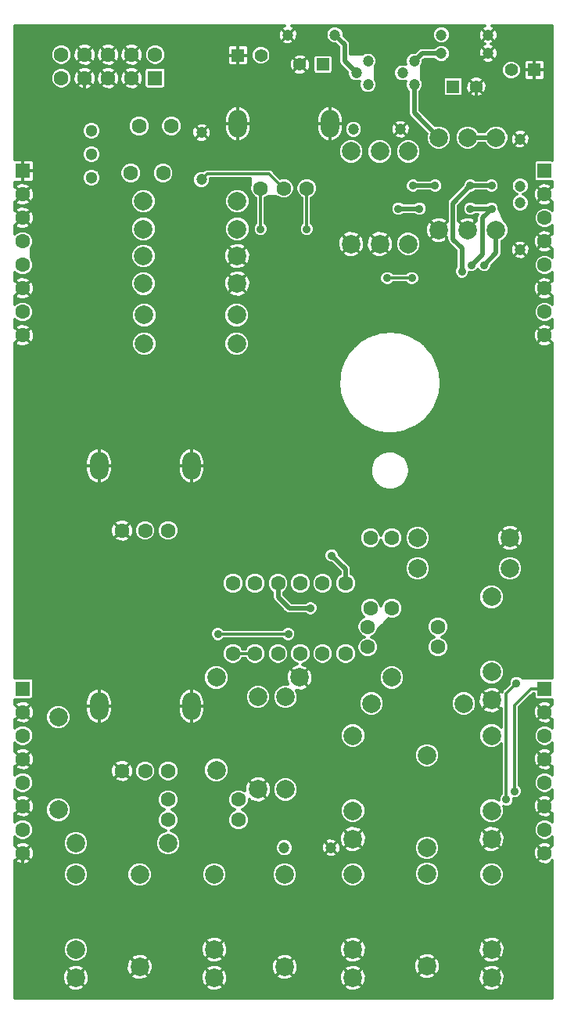
<source format=gbl>
G04 #@! TF.GenerationSoftware,KiCad,Pcbnew,(5.0.0-rc2-dev)*
G04 #@! TF.CreationDate,2020-06-18T08:05:50+03:00*
G04 #@! TF.ProjectId,DIYVCO3C,44495956434F33432E6B696361645F70,rev?*
G04 #@! TF.SameCoordinates,PX1c9c380PY81b3200*
G04 #@! TF.FileFunction,Copper,L2,Bot,Signal*
G04 #@! TF.FilePolarity,Positive*
%FSLAX46Y46*%
G04 Gerber Fmt 4.6, Leading zero omitted, Abs format (unit mm)*
G04 Created by KiCad (PCBNEW (5.0.0-rc2-dev)) date Thu Jun 18 08:05:50 2020*
%MOMM*%
%LPD*%
G01*
G04 APERTURE LIST*
%ADD10C,1.200000*%
%ADD11C,2.000000*%
%ADD12C,1.600000*%
%ADD13C,1.300000*%
%ADD14C,1.400000*%
%ADD15R,1.400000X1.400000*%
%ADD16O,2.000000X3.000000*%
%ADD17R,1.600000X1.600000*%
%ADD18C,0.900000*%
%ADD19C,0.300000*%
%ADD20C,0.500000*%
%ADD21C,0.299000*%
G04 APERTURE END LIST*
D10*
X43635000Y101770000D03*
X43635000Y99230000D03*
X42365000Y100500000D03*
X38635000Y101770000D03*
X38635000Y99230000D03*
X37365000Y100500000D03*
D11*
X54000000Y50200000D03*
X44000000Y50200000D03*
X24480000Y77700000D03*
X14320000Y77700000D03*
X14320000Y80700000D03*
X24480000Y80700000D03*
D12*
X12950000Y89650000D03*
X13850000Y94750000D03*
X16450000Y89650000D03*
X17350000Y94750000D03*
D13*
X8700000Y89160000D03*
X8700000Y91700000D03*
X8700000Y94240000D03*
D10*
X46560000Y102600000D03*
X51640000Y102600000D03*
X34640000Y16700000D03*
X29560000Y16700000D03*
D14*
X31250000Y101400000D03*
D15*
X33750000Y101400000D03*
X24550000Y102400000D03*
D14*
X27050000Y102400000D03*
D10*
X55100000Y88260000D03*
X55100000Y93340000D03*
X55100000Y86440000D03*
X55100000Y81360000D03*
X35040000Y104600000D03*
X29960000Y104600000D03*
D11*
X14320000Y86600000D03*
X24480000Y86600000D03*
X24480000Y83600000D03*
X14320000Y83600000D03*
X5100000Y20800000D03*
X5100000Y30800000D03*
D12*
X12000000Y25000000D03*
X14500000Y25000000D03*
X17000000Y25000000D03*
D16*
X9500000Y32000000D03*
X19500000Y32000000D03*
D11*
X13900000Y13800000D03*
X13900000Y3800000D03*
X29600000Y13800000D03*
X29600000Y3800000D03*
X22200000Y25100000D03*
X22200000Y35100000D03*
X14400000Y71200000D03*
X24400000Y71200000D03*
D16*
X34500000Y95000000D03*
X24500000Y95000000D03*
D12*
X32000000Y88000000D03*
X29500000Y88000000D03*
X27000000Y88000000D03*
D11*
X24400000Y74300000D03*
X14400000Y74300000D03*
X7000000Y17200000D03*
X17000000Y17200000D03*
X45000000Y3900000D03*
X45000000Y13900000D03*
X45000000Y26700000D03*
X45000000Y16700000D03*
D16*
X19500000Y58000000D03*
X9500000Y58000000D03*
D12*
X17000000Y51000000D03*
X14500000Y51000000D03*
X12000000Y51000000D03*
D11*
X46300000Y83500000D03*
X46300000Y93500000D03*
X49000000Y32300000D03*
X39000000Y32300000D03*
X29700000Y23000000D03*
X29700000Y33000000D03*
X44000000Y46900000D03*
X54000000Y46900000D03*
D12*
X17000000Y21900000D03*
X24600000Y21900000D03*
X26400000Y37700000D03*
X26400000Y45300000D03*
X17000000Y19700000D03*
X24600000Y19700000D03*
X24000000Y37700000D03*
X24000000Y45300000D03*
X36200000Y45300000D03*
X36200000Y37700000D03*
X33700000Y45300000D03*
X33700000Y37700000D03*
X38600000Y40600000D03*
X46200000Y40600000D03*
X28900000Y37700000D03*
X28900000Y45300000D03*
X38900000Y42600000D03*
X38900000Y50200000D03*
X38600000Y38400000D03*
X46200000Y38400000D03*
X31300000Y45300000D03*
X31300000Y37700000D03*
X41200000Y42600000D03*
X41200000Y50200000D03*
D17*
X15580000Y99930000D03*
D12*
X15580000Y102470000D03*
X13040000Y99930000D03*
X13040000Y102470000D03*
X10500000Y99930000D03*
X10500000Y102470000D03*
X7960000Y99930000D03*
X7960000Y102470000D03*
X5420000Y99930000D03*
X5420000Y102470000D03*
D11*
X22000000Y5698000D03*
X22000000Y13826000D03*
X22000000Y2650000D03*
X7000000Y2650000D03*
X7000000Y13826000D03*
X7000000Y5698000D03*
X37000000Y2650000D03*
X37000000Y13826000D03*
X37000000Y5698000D03*
X52000000Y5698000D03*
X52000000Y13826000D03*
X52000000Y2650000D03*
X52000000Y20698000D03*
X52000000Y28826000D03*
X52000000Y17650000D03*
X37000000Y20698000D03*
X37000000Y28826000D03*
X37000000Y17650000D03*
X52000000Y32650000D03*
X52000000Y43826000D03*
X52000000Y35698000D03*
D12*
X1250000Y87350000D03*
D17*
X1250000Y89890000D03*
D12*
X1250000Y84810000D03*
X1250000Y82270000D03*
X1250000Y79730000D03*
X1250000Y77190000D03*
X1250000Y74650000D03*
X1250000Y72110000D03*
X57750000Y87350000D03*
D17*
X57750000Y89890000D03*
D12*
X57750000Y84810000D03*
X57750000Y82270000D03*
X57750000Y79730000D03*
X57750000Y77190000D03*
X57750000Y74650000D03*
X57750000Y72110000D03*
X1250000Y16110000D03*
X1250000Y18650000D03*
X1250000Y21190000D03*
X1250000Y23730000D03*
X1250000Y26270000D03*
X1250000Y28810000D03*
D17*
X1250000Y33890000D03*
D12*
X1250000Y31350000D03*
X57750000Y16110000D03*
X57750000Y18650000D03*
X57750000Y21190000D03*
X57750000Y23730000D03*
X57750000Y26270000D03*
X57750000Y28810000D03*
D17*
X57750000Y33890000D03*
D12*
X57750000Y31350000D03*
D10*
X20600000Y88960000D03*
X20600000Y94040000D03*
X46560000Y104600000D03*
X51640000Y104600000D03*
D15*
X56650000Y100800000D03*
D14*
X54150000Y100800000D03*
D10*
X37060000Y94400000D03*
X42140000Y94400000D03*
D15*
X47850000Y99000000D03*
D14*
X50350000Y99000000D03*
D11*
X49400000Y83500000D03*
X49400000Y93500000D03*
X52500000Y93500000D03*
X52500000Y83500000D03*
X36800000Y82000000D03*
X36800000Y92000000D03*
X39900000Y82000000D03*
X39900000Y92000000D03*
X43000000Y92000000D03*
X43000000Y82000000D03*
X31200000Y35100000D03*
X41200000Y35100000D03*
X26700000Y23000000D03*
X26700000Y33000000D03*
D18*
X35000000Y72500000D03*
X43000000Y73600000D03*
X32400000Y62600000D03*
X27300000Y54700000D03*
X34600000Y53400000D03*
X41000000Y60600000D03*
X46000000Y54900000D03*
X51700000Y57000000D03*
X55400000Y65300000D03*
X54900000Y73400000D03*
X51700000Y71700000D03*
X35000000Y76300000D03*
X28600000Y69800000D03*
X18000000Y67300000D03*
X15800000Y67800000D03*
X17700000Y69600000D03*
X26600000Y75000000D03*
X29500000Y75300000D03*
X41600000Y79500000D03*
X41700000Y84400000D03*
X29000000Y82400000D03*
X28300000Y84600000D03*
X33300000Y91200000D03*
X28200000Y86800000D03*
X47400000Y79600000D03*
X53500000Y85200000D03*
X53900000Y78600000D03*
X21700000Y27300000D03*
X35600000Y100400000D03*
X38800000Y94700000D03*
X27500000Y91300000D03*
X26400000Y62900000D03*
X36600000Y104800000D03*
X41200000Y99000000D03*
X44300000Y104900000D03*
X40200000Y104600000D03*
X40200000Y101700000D03*
X48300000Y102200000D03*
X45300000Y98900000D03*
X54000000Y76000000D03*
X39700000Y44200000D03*
X37900000Y45900000D03*
X33600000Y23300000D03*
X21800000Y23000000D03*
X25300000Y16900000D03*
X30600000Y19300000D03*
X30900000Y25000000D03*
X35500000Y30600000D03*
X31800000Y31700000D03*
X25800000Y30900000D03*
X15700000Y49800000D03*
X15600000Y42800000D03*
X10500000Y37700000D03*
X9400000Y27400000D03*
X15900000Y33500000D03*
X22100000Y38300000D03*
X28000000Y34500000D03*
X42900000Y38900000D03*
X37600000Y36200000D03*
X37500000Y33300000D03*
X34700000Y34400000D03*
X47800000Y36100000D03*
X53200000Y37400000D03*
X43700000Y36100000D03*
X27400000Y43900000D03*
X26600000Y40800000D03*
X36800000Y41300000D03*
X31100000Y41100000D03*
X32100000Y48300000D03*
X53800000Y42000000D03*
X57200000Y47900000D03*
X57100000Y61600000D03*
X58000000Y51300000D03*
X20400000Y71700000D03*
X17500000Y82700000D03*
X21400000Y86900000D03*
X22300000Y91000000D03*
X18400000Y89200000D03*
X6200000Y74500000D03*
X6700000Y78300000D03*
X11200000Y95500000D03*
X10400000Y87000000D03*
X10900000Y83300000D03*
X12600000Y87600000D03*
X43200000Y89700000D03*
X39800000Y90100000D03*
X52300000Y89800000D03*
X45700000Y91600000D03*
X49600000Y89800000D03*
X34100000Y88700000D03*
X37500000Y88700000D03*
X42100000Y87200000D03*
X53000000Y95500000D03*
X57500000Y104600000D03*
X47800000Y95200000D03*
X15000000Y58500000D03*
X9100000Y65400000D03*
X57100000Y37400000D03*
X40700000Y30700000D03*
X38700000Y27400000D03*
X43200000Y22900000D03*
X44700000Y33300000D03*
X46500000Y25000000D03*
X52400000Y25000000D03*
X45800000Y21500000D03*
X55700000Y28400000D03*
X55700000Y25000000D03*
X49200000Y10900000D03*
X57300000Y1700000D03*
X40400000Y10300000D03*
X28400000Y9400000D03*
X17500000Y9500000D03*
X6500000Y11600000D03*
X1400000Y1200000D03*
X1300000Y9100000D03*
X18900000Y23700000D03*
X19900000Y16100000D03*
X16300000Y14500000D03*
X8800000Y15400000D03*
X15100000Y20600000D03*
X7600000Y20600000D03*
X18600000Y49500000D03*
X12600000Y36000000D03*
X17200000Y38300000D03*
X22700000Y41600000D03*
X22100000Y46500000D03*
X10200000Y71800000D03*
X3400000Y66900000D03*
X1800000Y59500000D03*
X5600000Y52400000D03*
X1200000Y44900000D03*
X7000000Y41900000D03*
X1400000Y36900000D03*
X4600000Y35200000D03*
X12900000Y43500000D03*
X42500000Y44200000D03*
X47300000Y45500000D03*
X38500000Y48300000D03*
X42500000Y48800000D03*
X7200000Y84400000D03*
X2600000Y81000000D03*
X5000000Y82300000D03*
X7300000Y88300000D03*
X17600000Y102300000D03*
X19300000Y96700000D03*
X1700000Y104500000D03*
X1700000Y100200000D03*
X7300000Y90400000D03*
X54500000Y22800000D03*
X27000000Y83600000D03*
X32000000Y83600000D03*
X53600000Y21900000D03*
X54700000Y34500000D03*
X48800000Y79000000D03*
X49700000Y88300000D03*
X45900000Y88300000D03*
X43500000Y88300000D03*
X52000000Y88300000D03*
X32400000Y42600000D03*
X34700000Y48300000D03*
X49800000Y79700000D03*
X41900000Y85800000D03*
X44200000Y85800000D03*
X49700000Y85800000D03*
X52000000Y85800000D03*
X43400000Y78300000D03*
X40700000Y78300000D03*
X51200000Y79700000D03*
X22400000Y39800000D03*
X30000000Y39800000D03*
D19*
X47100000Y82700000D02*
X47100000Y82200000D01*
X46300000Y83500000D02*
X47100000Y82700000D01*
X47179990Y84379990D02*
X47179990Y85300000D01*
X46300000Y83500000D02*
X47179990Y84379990D01*
X500000Y88100000D02*
X500000Y88600000D01*
X1250000Y87350000D02*
X500000Y88100000D01*
X454010Y86554010D02*
X454010Y86300000D01*
X1250000Y87350000D02*
X454010Y86554010D01*
X35600000Y100400000D02*
X35600000Y97800000D01*
X34500000Y99300000D02*
X35600000Y100400000D01*
X34500000Y95000000D02*
X34500000Y99300000D01*
X38700000Y94700000D02*
X38800000Y94700000D01*
X35600000Y97800000D02*
X38700000Y94700000D01*
X1250000Y16110000D02*
X400000Y15260000D01*
X400000Y15260000D02*
X400000Y15100000D01*
X1250000Y16110000D02*
X500000Y16860000D01*
X500000Y16860000D02*
X500000Y17200000D01*
X1250000Y21190000D02*
X500000Y20440000D01*
X500000Y20440000D02*
X500000Y20100000D01*
X1250000Y21190000D02*
X500000Y21940000D01*
X500000Y21940000D02*
X500000Y22400000D01*
X1250000Y26270000D02*
X500000Y25520000D01*
X500000Y25520000D02*
X500000Y25100000D01*
X1250000Y26270000D02*
X500000Y27020000D01*
X500000Y27020000D02*
X500000Y27400000D01*
X1250000Y31350000D02*
X500000Y30600000D01*
X500000Y30600000D02*
X500000Y30300000D01*
X1250000Y31350000D02*
X400000Y32200000D01*
X400000Y32200000D02*
X400000Y32400000D01*
X57750000Y31350000D02*
X58500000Y30600000D01*
X58500000Y30600000D02*
X58500000Y30300000D01*
X57750000Y31350000D02*
X58500000Y32100000D01*
X58500000Y32100000D02*
X58500000Y32400000D01*
X57750000Y26270000D02*
X58500000Y25520000D01*
X58500000Y25520000D02*
X58500000Y25200000D01*
X57750000Y26270000D02*
X58500000Y27020000D01*
X58500000Y27020000D02*
X58500000Y27300000D01*
X57750000Y21190000D02*
X58500000Y21940000D01*
X58500000Y21940000D02*
X58500000Y22300000D01*
X57750000Y21190000D02*
X58500000Y20440000D01*
X58500000Y20440000D02*
X58500000Y20000000D01*
X57750000Y16110000D02*
X58500000Y16860000D01*
X58500000Y16860000D02*
X58500000Y17200000D01*
X57750000Y72110000D02*
X58600000Y71260000D01*
X58600000Y71260000D02*
X58600000Y71100000D01*
X57750000Y72110000D02*
X58500000Y72860000D01*
X58500000Y72860000D02*
X58500000Y73200000D01*
X57750000Y77190000D02*
X58600000Y76340000D01*
X58600000Y76340000D02*
X58600000Y76200000D01*
X57750000Y77190000D02*
X58500000Y77940000D01*
X58500000Y77940000D02*
X58500000Y78200000D01*
X57750000Y82270000D02*
X58600000Y81420000D01*
X58600000Y81420000D02*
X58600000Y81200000D01*
X57750000Y82270000D02*
X58500000Y83020000D01*
X58500000Y83020000D02*
X58500000Y83300000D01*
X57750000Y87350000D02*
X58500000Y86600000D01*
X58500000Y86600000D02*
X58500000Y86300000D01*
X57750000Y87350000D02*
X58500000Y88100000D01*
X58500000Y88100000D02*
X58500000Y88500000D01*
X1250000Y72110000D02*
X500000Y71360000D01*
X500000Y71360000D02*
X500000Y71000000D01*
X1250000Y72110000D02*
X500000Y72860000D01*
X500000Y72860000D02*
X500000Y73100000D01*
X1250000Y77190000D02*
X500000Y76440000D01*
X500000Y76440000D02*
X500000Y76200000D01*
X1250000Y77190000D02*
X500000Y77940000D01*
X500000Y77940000D02*
X500000Y78300000D01*
X1250000Y84810000D02*
X500000Y84060000D01*
X500000Y84060000D02*
X500000Y83900000D01*
X1250000Y84810000D02*
X500000Y85560000D01*
X500000Y85560000D02*
X500000Y85900000D01*
X40200000Y104600000D02*
X36800000Y104600000D01*
X36800000Y104600000D02*
X36600000Y104800000D01*
X41200000Y95340000D02*
X41200000Y99000000D01*
X42140000Y94400000D02*
X41200000Y95340000D01*
X40200000Y101700000D02*
X40200000Y104600000D01*
X48300000Y102200000D02*
X45300000Y99200000D01*
X51240000Y102200000D02*
X48300000Y102200000D01*
X45300000Y99200000D02*
X45300000Y98900000D01*
X49400000Y83500000D02*
X48500000Y84400000D01*
X48500000Y84400000D02*
X48500000Y85000000D01*
X49400000Y83500000D02*
X50200000Y84300000D01*
X50200000Y84300000D02*
X50200000Y84900000D01*
X42500000Y44200000D02*
X39700000Y44200000D01*
X34640000Y16700000D02*
X32040000Y19300000D01*
X21800000Y19100000D02*
X21800000Y23000000D01*
X24000000Y16900000D02*
X21800000Y19100000D01*
X25300000Y16900000D02*
X24000000Y16900000D01*
X32040000Y19300000D02*
X30600000Y19300000D01*
X26700000Y23000000D02*
X25800000Y23900000D01*
X34400000Y31700000D02*
X35500000Y30600000D01*
X31800000Y31700000D02*
X34400000Y31700000D01*
X25800000Y23900000D02*
X25800000Y30900000D01*
X1250000Y31350000D02*
X2700000Y32800000D01*
X15600000Y49700000D02*
X15700000Y49800000D01*
X15600000Y42800000D02*
X15600000Y49700000D01*
X5600000Y32800000D02*
X10500000Y37700000D01*
X2700000Y32800000D02*
X5600000Y32800000D01*
X9400000Y27400000D02*
X9800000Y27400000D01*
X9800000Y27400000D02*
X15900000Y33500000D01*
X37500000Y33300000D02*
X35800000Y33300000D01*
X42900000Y38900000D02*
X40900000Y36900000D01*
X40900000Y36900000D02*
X38300000Y36900000D01*
X38300000Y36900000D02*
X37600000Y36200000D01*
X35800000Y33300000D02*
X34700000Y34400000D01*
X43700000Y36100000D02*
X47800000Y36100000D01*
X26600000Y40800000D02*
X26900000Y41100000D01*
X25000000Y43900000D02*
X27400000Y43900000D01*
X22700000Y41600000D02*
X25000000Y43900000D01*
X26900000Y41100000D02*
X31100000Y41100000D01*
X58000000Y53600000D02*
X57200000Y54400000D01*
X57200000Y54400000D02*
X56000000Y54400000D01*
X56000000Y54400000D02*
X55400000Y55000000D01*
X55400000Y59900000D02*
X55400000Y59600000D01*
X55400000Y59600000D02*
X55400000Y55000000D01*
X53800000Y42000000D02*
X57200000Y45400000D01*
X57200000Y45400000D02*
X57200000Y47900000D01*
X55400000Y59900000D02*
X57100000Y61600000D01*
X58000000Y48700000D02*
X57200000Y47900000D01*
X58000000Y51300000D02*
X58000000Y48700000D01*
X58000000Y51300000D02*
X58000000Y53600000D01*
X24480000Y80700000D02*
X21400000Y83780000D01*
X21400000Y83780000D02*
X21400000Y86900000D01*
X24480000Y80700000D02*
X18400000Y86780000D01*
X18400000Y86780000D02*
X18400000Y89200000D01*
X10400000Y87000000D02*
X12000000Y87000000D01*
X7960000Y98740000D02*
X11200000Y95500000D01*
X7960000Y99930000D02*
X7960000Y98740000D01*
X11200000Y87800000D02*
X11200000Y95500000D01*
X11200000Y87800000D02*
X10400000Y87000000D01*
X12000000Y87000000D02*
X12600000Y87600000D01*
X39800000Y90100000D02*
X42100000Y87800000D01*
X43800000Y89700000D02*
X43200000Y89700000D01*
X52300000Y89800000D02*
X49600000Y89800000D01*
X52300000Y90540000D02*
X52300000Y89800000D01*
X55100000Y93340000D02*
X52300000Y90540000D01*
X45700000Y91600000D02*
X43800000Y89700000D01*
X37500000Y88700000D02*
X34100000Y88700000D01*
X42100000Y87800000D02*
X42100000Y87200000D01*
X50350000Y99000000D02*
X50350000Y97750000D01*
X50350000Y97750000D02*
X47800000Y95200000D01*
X51640000Y102600000D02*
X51240000Y102200000D01*
X15000000Y58500000D02*
X15000000Y59500000D01*
X15000000Y59500000D02*
X9100000Y65400000D01*
X53200000Y37400000D02*
X57100000Y37400000D01*
X38700000Y28700000D02*
X40700000Y30700000D01*
X37000000Y17650000D02*
X42250000Y22900000D01*
X42250000Y22900000D02*
X43200000Y22900000D01*
X38700000Y27400000D02*
X38700000Y28700000D01*
X45800000Y24300000D02*
X46500000Y25000000D01*
X52000000Y17650000D02*
X48150000Y21500000D01*
X48150000Y21500000D02*
X45800000Y21500000D01*
X45800000Y21500000D02*
X45800000Y24300000D01*
X55700000Y25000000D02*
X55700000Y28400000D01*
X52000000Y5698000D02*
X55998000Y1700000D01*
X55998000Y1700000D02*
X57300000Y1700000D01*
X22000000Y5698000D02*
X25702000Y9400000D01*
X25702000Y9400000D02*
X28400000Y9400000D01*
X13900000Y3800000D02*
X6500000Y11200000D01*
X6500000Y11200000D02*
X6500000Y11600000D01*
X1250000Y16110000D02*
X1250000Y9150000D01*
X1250000Y9150000D02*
X1300000Y9100000D01*
X18300000Y14500000D02*
X19900000Y16100000D01*
X16300000Y14500000D02*
X18300000Y14500000D01*
X12000000Y25000000D02*
X7600000Y20600000D01*
X9900000Y15400000D02*
X8800000Y15400000D01*
X15100000Y20600000D02*
X9900000Y15400000D01*
X14900000Y38300000D02*
X12600000Y36000000D01*
X17200000Y38300000D02*
X14900000Y38300000D01*
X22100000Y42200000D02*
X22700000Y41600000D01*
X22100000Y46500000D02*
X22100000Y42200000D01*
X6200000Y74500000D02*
X8900000Y71800000D01*
X8900000Y71800000D02*
X10200000Y71800000D01*
X3400000Y66900000D02*
X3400000Y61100000D01*
X3400000Y61100000D02*
X1800000Y59500000D01*
X5600000Y52400000D02*
X5600000Y49300000D01*
X5600000Y49300000D02*
X1200000Y44900000D01*
X7000000Y41900000D02*
X6400000Y41900000D01*
X6400000Y41900000D02*
X1400000Y36900000D01*
X4600000Y35200000D02*
X12900000Y43500000D01*
X47300000Y45500000D02*
X47300000Y43300000D01*
X47300000Y43300000D02*
X53200000Y37400000D01*
X42500000Y48800000D02*
X42500000Y44200000D01*
X57750000Y72110000D02*
X56560000Y73300000D01*
X1250000Y77190000D02*
X2440000Y76000000D01*
X4700000Y76000000D02*
X6200000Y74500000D01*
X2440000Y76000000D02*
X4700000Y76000000D01*
X7300000Y90400000D02*
X7300000Y88300000D01*
X3700000Y81000000D02*
X2600000Y81000000D01*
X5000000Y82300000D02*
X3700000Y81000000D01*
X19300000Y100600000D02*
X17600000Y102300000D01*
X19300000Y96700000D02*
X19300000Y100600000D01*
X1250000Y89890000D02*
X6790000Y89890000D01*
X1700000Y100200000D02*
X1700000Y104500000D01*
X6790000Y89890000D02*
X7300000Y90400000D01*
X56290000Y33890000D02*
X57750000Y33890000D01*
X54500000Y32100000D02*
X56290000Y33890000D01*
X54500000Y22800000D02*
X54500000Y32100000D01*
X27000000Y83600000D02*
X27000000Y88000000D01*
X32000000Y88000000D02*
X32000000Y83600000D01*
X53600000Y33400000D02*
X53600000Y21900000D01*
X54700000Y34500000D02*
X53600000Y33400000D01*
X24000000Y37700000D02*
X26400000Y37700000D01*
D20*
X48800000Y79000000D02*
X48800000Y81500000D01*
X47800000Y86400000D02*
X49700000Y88300000D01*
X47800000Y82500000D02*
X47800000Y86400000D01*
X48800000Y81500000D02*
X47800000Y82500000D01*
X43500000Y88300000D02*
X45900000Y88300000D01*
X49700000Y88300000D02*
X52000000Y88300000D01*
X46560000Y102600000D02*
X44465000Y102600000D01*
X44465000Y102600000D02*
X43635000Y101770000D01*
X32400000Y42600000D02*
X30100000Y42600000D01*
X30100000Y42600000D02*
X28900000Y43800000D01*
X28900000Y43800000D02*
X28900000Y45300000D01*
X34700000Y48300000D02*
X36200000Y46800000D01*
X36200000Y46800000D02*
X36200000Y45300000D01*
X49800000Y79700000D02*
X51000000Y80900000D01*
X51000000Y80900000D02*
X51000000Y84800000D01*
X52000000Y85800000D02*
X51000000Y84800000D01*
X52000000Y85800000D02*
X49700000Y85800000D01*
X44200000Y85800000D02*
X41900000Y85800000D01*
D19*
X40700000Y78300000D02*
X43400000Y78300000D01*
D20*
X52500000Y81000000D02*
X52500000Y83500000D01*
X51200000Y79700000D02*
X52500000Y81000000D01*
X37365000Y100500000D02*
X36100000Y101765000D01*
X36100000Y103540000D02*
X35040000Y104600000D01*
X36100000Y101765000D02*
X36100000Y103540000D01*
D19*
X22400000Y39800000D02*
X30000000Y39800000D01*
X29500000Y88000000D02*
X27900000Y89600000D01*
X21240000Y89600000D02*
X20600000Y88960000D01*
X27900000Y89600000D02*
X21240000Y89600000D01*
D20*
X46300000Y93500000D02*
X43635000Y96165000D01*
X43635000Y96165000D02*
X43635000Y99230000D01*
X52500000Y93500000D02*
X49400000Y93500000D01*
D21*
G36*
X29400468Y105512117D02*
X29331438Y105465992D01*
X29283167Y105277540D01*
X29960000Y104600707D01*
X30636833Y105277540D01*
X30588562Y105465992D01*
X30339869Y105580500D01*
X51265563Y105580500D01*
X51080468Y105512117D01*
X51011438Y105465992D01*
X50963167Y105277540D01*
X51640000Y104600707D01*
X52316833Y105277540D01*
X52268562Y105465992D01*
X52019869Y105580500D01*
X58580500Y105580500D01*
X58580500Y91060671D01*
X58550000Y91066738D01*
X56950000Y91066738D01*
X56805829Y91038061D01*
X56683606Y90956394D01*
X56601939Y90834171D01*
X56573262Y90690000D01*
X56573262Y89090000D01*
X56601939Y88945829D01*
X56683606Y88823606D01*
X56805829Y88741939D01*
X56950000Y88713262D01*
X58550000Y88713262D01*
X58580500Y88719329D01*
X58580500Y88181210D01*
X58571024Y88171734D01*
X58498422Y88380965D01*
X58046918Y88588895D01*
X57550212Y88608215D01*
X57083922Y88435984D01*
X57001578Y88380965D01*
X56928975Y88171732D01*
X57750000Y87350707D01*
X57764143Y87364849D01*
X57764850Y87364142D01*
X57750707Y87350000D01*
X57764850Y87335857D01*
X57764143Y87335150D01*
X57750000Y87349293D01*
X56928975Y86528268D01*
X57001578Y86319035D01*
X57453082Y86111105D01*
X57949788Y86091785D01*
X58416078Y86264016D01*
X58498422Y86319035D01*
X58571024Y86528266D01*
X58580500Y86518790D01*
X58580500Y85633423D01*
X58412469Y85801454D01*
X57982628Y85979500D01*
X57517372Y85979500D01*
X57087531Y85801454D01*
X56758546Y85472469D01*
X56580500Y85042628D01*
X56580500Y84577372D01*
X56758546Y84147531D01*
X57087531Y83818546D01*
X57517372Y83640500D01*
X57982628Y83640500D01*
X58412469Y83818546D01*
X58580500Y83986577D01*
X58580500Y83101210D01*
X58571024Y83091734D01*
X58498422Y83300965D01*
X58046918Y83508895D01*
X57550212Y83528215D01*
X57083922Y83355984D01*
X57001578Y83300965D01*
X56928975Y83091732D01*
X57750000Y82270707D01*
X57764143Y82284849D01*
X57764850Y82284142D01*
X57750707Y82270000D01*
X57764850Y82255857D01*
X57764143Y82255150D01*
X57750000Y82269293D01*
X56928975Y81448268D01*
X57001578Y81239035D01*
X57453082Y81031105D01*
X57949788Y81011785D01*
X58416078Y81184016D01*
X58498422Y81239035D01*
X58571024Y81448266D01*
X58580500Y81438790D01*
X58580500Y80553423D01*
X58412469Y80721454D01*
X57982628Y80899500D01*
X57517372Y80899500D01*
X57087531Y80721454D01*
X56758546Y80392469D01*
X56580500Y79962628D01*
X56580500Y79497372D01*
X56758546Y79067531D01*
X57087531Y78738546D01*
X57517372Y78560500D01*
X57982628Y78560500D01*
X58412469Y78738546D01*
X58580500Y78906577D01*
X58580500Y78021210D01*
X58571024Y78011734D01*
X58498422Y78220965D01*
X58046918Y78428895D01*
X57550212Y78448215D01*
X57083922Y78275984D01*
X57001578Y78220965D01*
X56928975Y78011732D01*
X57750000Y77190707D01*
X57764143Y77204849D01*
X57764850Y77204142D01*
X57750707Y77190000D01*
X57764850Y77175857D01*
X57764143Y77175150D01*
X57750000Y77189293D01*
X56928975Y76368268D01*
X57001578Y76159035D01*
X57453082Y75951105D01*
X57949788Y75931785D01*
X58416078Y76104016D01*
X58498422Y76159035D01*
X58571024Y76368266D01*
X58580500Y76358790D01*
X58580500Y75473423D01*
X58412469Y75641454D01*
X57982628Y75819500D01*
X57517372Y75819500D01*
X57087531Y75641454D01*
X56758546Y75312469D01*
X56580500Y74882628D01*
X56580500Y74417372D01*
X56758546Y73987531D01*
X57087531Y73658546D01*
X57517372Y73480500D01*
X57982628Y73480500D01*
X58412469Y73658546D01*
X58580500Y73826577D01*
X58580500Y72941210D01*
X58571024Y72931734D01*
X58498422Y73140965D01*
X58046918Y73348895D01*
X57550212Y73368215D01*
X57083922Y73195984D01*
X57001578Y73140965D01*
X56928975Y72931732D01*
X57750000Y72110707D01*
X57764143Y72124849D01*
X57764850Y72124142D01*
X57750707Y72110000D01*
X57764850Y72095857D01*
X57764143Y72095150D01*
X57750000Y72109293D01*
X56928975Y71288268D01*
X57001578Y71079035D01*
X57453082Y70871105D01*
X57949788Y70851785D01*
X58416078Y71024016D01*
X58498422Y71079035D01*
X58571024Y71288266D01*
X58580500Y71278790D01*
X58580501Y35060671D01*
X58550000Y35066738D01*
X56950000Y35066738D01*
X56832180Y35043303D01*
X56800000Y35049500D01*
X55309448Y35049500D01*
X55164209Y35194739D01*
X54863009Y35319500D01*
X54536991Y35319500D01*
X54235791Y35194739D01*
X54005261Y34964209D01*
X53880500Y34663009D01*
X53880500Y34415184D01*
X53268838Y33803521D01*
X53225462Y33774538D01*
X53110642Y33602698D01*
X53101746Y33557976D01*
X52965923Y33615216D01*
X52000707Y32650000D01*
X52965923Y31684784D01*
X53080500Y31733070D01*
X53080500Y29682265D01*
X52775759Y29987006D01*
X52272410Y30195500D01*
X51727590Y30195500D01*
X51224241Y29987006D01*
X50838994Y29601759D01*
X50630500Y29098410D01*
X50630500Y28553590D01*
X50838994Y28050241D01*
X51224241Y27664994D01*
X51727590Y27456500D01*
X52272410Y27456500D01*
X52775759Y27664994D01*
X53080500Y27969735D01*
X53080501Y22539449D01*
X52905261Y22364209D01*
X52780500Y22063009D01*
X52780500Y21854265D01*
X52775759Y21859006D01*
X52272410Y22067500D01*
X51727590Y22067500D01*
X51224241Y21859006D01*
X50838994Y21473759D01*
X50630500Y20970410D01*
X50630500Y20425590D01*
X50838994Y19922241D01*
X51224241Y19536994D01*
X51727590Y19328500D01*
X52272410Y19328500D01*
X52775759Y19536994D01*
X53161006Y19922241D01*
X53369500Y20425590D01*
X53369500Y20970410D01*
X53361298Y20990212D01*
X56491785Y20990212D01*
X56664016Y20523922D01*
X56719035Y20441578D01*
X56928268Y20368975D01*
X57749293Y21190000D01*
X56928268Y22011025D01*
X56719035Y21938422D01*
X56511105Y21486918D01*
X56491785Y20990212D01*
X53361298Y20990212D01*
X53300477Y21137046D01*
X53436991Y21080500D01*
X53763009Y21080500D01*
X54064209Y21205261D01*
X54294739Y21435791D01*
X54419500Y21736991D01*
X54419500Y21980500D01*
X54663009Y21980500D01*
X54964209Y22105261D01*
X55194739Y22335791D01*
X55319500Y22636991D01*
X55319500Y22963009D01*
X55194739Y23264209D01*
X55019500Y23439448D01*
X55019500Y26070212D01*
X56491785Y26070212D01*
X56664016Y25603922D01*
X56719035Y25521578D01*
X56928268Y25448975D01*
X57749293Y26270000D01*
X56928268Y27091025D01*
X56719035Y27018422D01*
X56511105Y26566918D01*
X56491785Y26070212D01*
X55019500Y26070212D01*
X55019500Y31150212D01*
X56491785Y31150212D01*
X56664016Y30683922D01*
X56719035Y30601578D01*
X56928268Y30528975D01*
X57749293Y31350000D01*
X56928268Y32171025D01*
X56719035Y32098422D01*
X56511105Y31646918D01*
X56491785Y31150212D01*
X55019500Y31150212D01*
X55019500Y31884817D01*
X56505184Y33370500D01*
X56573262Y33370500D01*
X56573262Y33090000D01*
X56601939Y32945829D01*
X56683606Y32823606D01*
X56805829Y32741939D01*
X56950000Y32713262D01*
X58550000Y32713262D01*
X58580501Y32719329D01*
X58580501Y32181211D01*
X58571024Y32171734D01*
X58498422Y32380965D01*
X58046918Y32588895D01*
X57550212Y32608215D01*
X57083922Y32435984D01*
X57001578Y32380965D01*
X56928975Y32171732D01*
X57750000Y31350707D01*
X57764143Y31364849D01*
X57764850Y31364142D01*
X57750707Y31350000D01*
X57764850Y31335857D01*
X57764143Y31335150D01*
X57750000Y31349293D01*
X56928975Y30528268D01*
X57001578Y30319035D01*
X57453082Y30111105D01*
X57949788Y30091785D01*
X58416078Y30264016D01*
X58498422Y30319035D01*
X58571024Y30528266D01*
X58580501Y30518789D01*
X58580501Y29633422D01*
X58412469Y29801454D01*
X57982628Y29979500D01*
X57517372Y29979500D01*
X57087531Y29801454D01*
X56758546Y29472469D01*
X56580500Y29042628D01*
X56580500Y28577372D01*
X56758546Y28147531D01*
X57087531Y27818546D01*
X57517372Y27640500D01*
X57982628Y27640500D01*
X58412469Y27818546D01*
X58580501Y27986578D01*
X58580501Y27101211D01*
X58571024Y27091734D01*
X58498422Y27300965D01*
X58046918Y27508895D01*
X57550212Y27528215D01*
X57083922Y27355984D01*
X57001578Y27300965D01*
X56928975Y27091732D01*
X57750000Y26270707D01*
X57764143Y26284849D01*
X57764850Y26284142D01*
X57750707Y26270000D01*
X57764850Y26255857D01*
X57764143Y26255150D01*
X57750000Y26269293D01*
X56928975Y25448268D01*
X57001578Y25239035D01*
X57453082Y25031105D01*
X57949788Y25011785D01*
X58416078Y25184016D01*
X58498422Y25239035D01*
X58571024Y25448266D01*
X58580501Y25438789D01*
X58580501Y24553422D01*
X58412469Y24721454D01*
X57982628Y24899500D01*
X57517372Y24899500D01*
X57087531Y24721454D01*
X56758546Y24392469D01*
X56580500Y23962628D01*
X56580500Y23497372D01*
X56758546Y23067531D01*
X57087531Y22738546D01*
X57517372Y22560500D01*
X57982628Y22560500D01*
X58412469Y22738546D01*
X58580501Y22906578D01*
X58580501Y22021211D01*
X58571024Y22011734D01*
X58498422Y22220965D01*
X58046918Y22428895D01*
X57550212Y22448215D01*
X57083922Y22275984D01*
X57001578Y22220965D01*
X56928975Y22011732D01*
X57750000Y21190707D01*
X57764143Y21204849D01*
X57764850Y21204142D01*
X57750707Y21190000D01*
X57764850Y21175857D01*
X57764143Y21175150D01*
X57750000Y21189293D01*
X56928975Y20368268D01*
X57001578Y20159035D01*
X57453082Y19951105D01*
X57949788Y19931785D01*
X58416078Y20104016D01*
X58498422Y20159035D01*
X58571024Y20368266D01*
X58580501Y20358789D01*
X58580501Y19473422D01*
X58412469Y19641454D01*
X57982628Y19819500D01*
X57517372Y19819500D01*
X57087531Y19641454D01*
X56758546Y19312469D01*
X56580500Y18882628D01*
X56580500Y18417372D01*
X56758546Y17987531D01*
X57087531Y17658546D01*
X57517372Y17480500D01*
X57982628Y17480500D01*
X58412469Y17658546D01*
X58580501Y17826578D01*
X58580501Y16941211D01*
X58571024Y16931734D01*
X58498422Y17140965D01*
X58046918Y17348895D01*
X57550212Y17368215D01*
X57083922Y17195984D01*
X57001578Y17140965D01*
X56928975Y16931732D01*
X57750000Y16110707D01*
X57764143Y16124849D01*
X57764850Y16124142D01*
X57750707Y16110000D01*
X57764850Y16095857D01*
X57764143Y16095150D01*
X57750000Y16109293D01*
X56928975Y15288268D01*
X57001578Y15079035D01*
X57453082Y14871105D01*
X57949788Y14851785D01*
X58416078Y15024016D01*
X58498422Y15079035D01*
X58571024Y15288266D01*
X58580501Y15278789D01*
X58580501Y419500D01*
X419500Y419500D01*
X419500Y1684077D01*
X6034784Y1684077D01*
X6131719Y1454063D01*
X6655478Y1212821D01*
X7231687Y1190377D01*
X7772624Y1390146D01*
X7868281Y1454063D01*
X7965216Y1684077D01*
X21034784Y1684077D01*
X21131719Y1454063D01*
X21655478Y1212821D01*
X22231687Y1190377D01*
X22772624Y1390146D01*
X22868281Y1454063D01*
X22965216Y1684077D01*
X36034784Y1684077D01*
X36131719Y1454063D01*
X36655478Y1212821D01*
X37231687Y1190377D01*
X37772624Y1390146D01*
X37868281Y1454063D01*
X37965216Y1684077D01*
X51034784Y1684077D01*
X51131719Y1454063D01*
X51655478Y1212821D01*
X52231687Y1190377D01*
X52772624Y1390146D01*
X52868281Y1454063D01*
X52965216Y1684077D01*
X52000000Y2649293D01*
X51034784Y1684077D01*
X37965216Y1684077D01*
X37000000Y2649293D01*
X36034784Y1684077D01*
X22965216Y1684077D01*
X22000000Y2649293D01*
X21034784Y1684077D01*
X7965216Y1684077D01*
X7000000Y2649293D01*
X6034784Y1684077D01*
X419500Y1684077D01*
X419500Y2418313D01*
X5540377Y2418313D01*
X5740146Y1877376D01*
X5804063Y1781719D01*
X6034077Y1684784D01*
X6999293Y2650000D01*
X7000707Y2650000D01*
X7965923Y1684784D01*
X8195937Y1781719D01*
X8437179Y2305478D01*
X8457768Y2834077D01*
X12934784Y2834077D01*
X13031719Y2604063D01*
X13555478Y2362821D01*
X14131687Y2340377D01*
X14342723Y2418313D01*
X20540377Y2418313D01*
X20740146Y1877376D01*
X20804063Y1781719D01*
X21034077Y1684784D01*
X21999293Y2650000D01*
X22000707Y2650000D01*
X22965923Y1684784D01*
X23195937Y1781719D01*
X23437179Y2305478D01*
X23457768Y2834077D01*
X28634784Y2834077D01*
X28731719Y2604063D01*
X29255478Y2362821D01*
X29831687Y2340377D01*
X30042723Y2418313D01*
X35540377Y2418313D01*
X35740146Y1877376D01*
X35804063Y1781719D01*
X36034077Y1684784D01*
X36999293Y2650000D01*
X37000707Y2650000D01*
X37965923Y1684784D01*
X38195937Y1781719D01*
X38437179Y2305478D01*
X38441574Y2418313D01*
X50540377Y2418313D01*
X50740146Y1877376D01*
X50804063Y1781719D01*
X51034077Y1684784D01*
X51999293Y2650000D01*
X52000707Y2650000D01*
X52965923Y1684784D01*
X53195937Y1781719D01*
X53437179Y2305478D01*
X53459623Y2881687D01*
X53259854Y3422624D01*
X53195937Y3518281D01*
X52965923Y3615216D01*
X52000707Y2650000D01*
X51999293Y2650000D01*
X51034077Y3615216D01*
X50804063Y3518281D01*
X50562821Y2994522D01*
X50540377Y2418313D01*
X38441574Y2418313D01*
X38459623Y2881687D01*
X38440276Y2934077D01*
X44034784Y2934077D01*
X44131719Y2704063D01*
X44655478Y2462821D01*
X45231687Y2440377D01*
X45772624Y2640146D01*
X45868281Y2704063D01*
X45965216Y2934077D01*
X45000000Y3899293D01*
X44034784Y2934077D01*
X38440276Y2934077D01*
X38259854Y3422624D01*
X38195937Y3518281D01*
X37965923Y3615216D01*
X37000707Y2650000D01*
X36999293Y2650000D01*
X36034077Y3615216D01*
X35804063Y3518281D01*
X35562821Y2994522D01*
X35540377Y2418313D01*
X30042723Y2418313D01*
X30372624Y2540146D01*
X30468281Y2604063D01*
X30565216Y2834077D01*
X29600000Y3799293D01*
X28634784Y2834077D01*
X23457768Y2834077D01*
X23459623Y2881687D01*
X23259854Y3422624D01*
X23195937Y3518281D01*
X23077218Y3568313D01*
X28140377Y3568313D01*
X28340146Y3027376D01*
X28404063Y2931719D01*
X28634077Y2834784D01*
X29599293Y3800000D01*
X29600707Y3800000D01*
X30565923Y2834784D01*
X30795937Y2931719D01*
X31037179Y3455478D01*
X31043428Y3615923D01*
X36034784Y3615923D01*
X37000000Y2650707D01*
X37965216Y3615923D01*
X37943138Y3668313D01*
X43540377Y3668313D01*
X43740146Y3127376D01*
X43804063Y3031719D01*
X44034077Y2934784D01*
X44999293Y3900000D01*
X45000707Y3900000D01*
X45965923Y2934784D01*
X46195937Y3031719D01*
X46437179Y3555478D01*
X46439533Y3615923D01*
X51034784Y3615923D01*
X52000000Y2650707D01*
X52965216Y3615923D01*
X52868281Y3845937D01*
X52344522Y4087179D01*
X51768313Y4109623D01*
X51227376Y3909854D01*
X51131719Y3845937D01*
X51034784Y3615923D01*
X46439533Y3615923D01*
X46459623Y4131687D01*
X46259854Y4672624D01*
X46220129Y4732077D01*
X51034784Y4732077D01*
X51131719Y4502063D01*
X51655478Y4260821D01*
X52231687Y4238377D01*
X52772624Y4438146D01*
X52868281Y4502063D01*
X52965216Y4732077D01*
X52000000Y5697293D01*
X51034784Y4732077D01*
X46220129Y4732077D01*
X46195937Y4768281D01*
X45965923Y4865216D01*
X45000707Y3900000D01*
X44999293Y3900000D01*
X44034077Y4865216D01*
X43804063Y4768281D01*
X43562821Y4244522D01*
X43540377Y3668313D01*
X37943138Y3668313D01*
X37868281Y3845937D01*
X37344522Y4087179D01*
X36768313Y4109623D01*
X36227376Y3909854D01*
X36131719Y3845937D01*
X36034784Y3615923D01*
X31043428Y3615923D01*
X31059623Y4031687D01*
X30859854Y4572624D01*
X30795937Y4668281D01*
X30644558Y4732077D01*
X36034784Y4732077D01*
X36131719Y4502063D01*
X36655478Y4260821D01*
X37231687Y4238377D01*
X37772624Y4438146D01*
X37868281Y4502063D01*
X37965216Y4732077D01*
X37000000Y5697293D01*
X36034784Y4732077D01*
X30644558Y4732077D01*
X30565923Y4765216D01*
X29600707Y3800000D01*
X29599293Y3800000D01*
X28634077Y4765216D01*
X28404063Y4668281D01*
X28162821Y4144522D01*
X28140377Y3568313D01*
X23077218Y3568313D01*
X22965923Y3615216D01*
X22000707Y2650000D01*
X21999293Y2650000D01*
X21034077Y3615216D01*
X20804063Y3518281D01*
X20562821Y2994522D01*
X20540377Y2418313D01*
X14342723Y2418313D01*
X14672624Y2540146D01*
X14768281Y2604063D01*
X14865216Y2834077D01*
X13900000Y3799293D01*
X12934784Y2834077D01*
X8457768Y2834077D01*
X8459623Y2881687D01*
X8259854Y3422624D01*
X8195937Y3518281D01*
X8077218Y3568313D01*
X12440377Y3568313D01*
X12640146Y3027376D01*
X12704063Y2931719D01*
X12934077Y2834784D01*
X13899293Y3800000D01*
X13900707Y3800000D01*
X14865923Y2834784D01*
X15095937Y2931719D01*
X15337179Y3455478D01*
X15343428Y3615923D01*
X21034784Y3615923D01*
X22000000Y2650707D01*
X22965216Y3615923D01*
X22868281Y3845937D01*
X22344522Y4087179D01*
X21768313Y4109623D01*
X21227376Y3909854D01*
X21131719Y3845937D01*
X21034784Y3615923D01*
X15343428Y3615923D01*
X15359623Y4031687D01*
X15159854Y4572624D01*
X15095937Y4668281D01*
X14944558Y4732077D01*
X21034784Y4732077D01*
X21131719Y4502063D01*
X21655478Y4260821D01*
X22231687Y4238377D01*
X22772624Y4438146D01*
X22868281Y4502063D01*
X22965216Y4732077D01*
X22000000Y5697293D01*
X21034784Y4732077D01*
X14944558Y4732077D01*
X14865923Y4765216D01*
X13900707Y3800000D01*
X13899293Y3800000D01*
X12934077Y4765216D01*
X12704063Y4668281D01*
X12462821Y4144522D01*
X12440377Y3568313D01*
X8077218Y3568313D01*
X7965923Y3615216D01*
X7000707Y2650000D01*
X6999293Y2650000D01*
X6034077Y3615216D01*
X5804063Y3518281D01*
X5562821Y2994522D01*
X5540377Y2418313D01*
X419500Y2418313D01*
X419500Y3615923D01*
X6034784Y3615923D01*
X7000000Y2650707D01*
X7965216Y3615923D01*
X7868281Y3845937D01*
X7344522Y4087179D01*
X6768313Y4109623D01*
X6227376Y3909854D01*
X6131719Y3845937D01*
X6034784Y3615923D01*
X419500Y3615923D01*
X419500Y5970410D01*
X5630500Y5970410D01*
X5630500Y5425590D01*
X5838994Y4922241D01*
X6224241Y4536994D01*
X6727590Y4328500D01*
X7272410Y4328500D01*
X7775759Y4536994D01*
X8004688Y4765923D01*
X12934784Y4765923D01*
X13900000Y3800707D01*
X14865216Y4765923D01*
X14768281Y4995937D01*
X14244522Y5237179D01*
X13668313Y5259623D01*
X13127376Y5059854D01*
X13031719Y4995937D01*
X12934784Y4765923D01*
X8004688Y4765923D01*
X8161006Y4922241D01*
X8369500Y5425590D01*
X8369500Y5466313D01*
X20540377Y5466313D01*
X20740146Y4925376D01*
X20804063Y4829719D01*
X21034077Y4732784D01*
X21999293Y5698000D01*
X22000707Y5698000D01*
X22965923Y4732784D01*
X23044557Y4765923D01*
X28634784Y4765923D01*
X29600000Y3800707D01*
X30565216Y4765923D01*
X30468281Y4995937D01*
X29944522Y5237179D01*
X29368313Y5259623D01*
X28827376Y5059854D01*
X28731719Y4995937D01*
X28634784Y4765923D01*
X23044557Y4765923D01*
X23195937Y4829719D01*
X23437179Y5353478D01*
X23441574Y5466313D01*
X35540377Y5466313D01*
X35740146Y4925376D01*
X35804063Y4829719D01*
X36034077Y4732784D01*
X36999293Y5698000D01*
X37000707Y5698000D01*
X37965923Y4732784D01*
X38195937Y4829719D01*
X38212612Y4865923D01*
X44034784Y4865923D01*
X45000000Y3900707D01*
X45965216Y4865923D01*
X45868281Y5095937D01*
X45344522Y5337179D01*
X44768313Y5359623D01*
X44227376Y5159854D01*
X44131719Y5095937D01*
X44034784Y4865923D01*
X38212612Y4865923D01*
X38437179Y5353478D01*
X38441574Y5466313D01*
X50540377Y5466313D01*
X50740146Y4925376D01*
X50804063Y4829719D01*
X51034077Y4732784D01*
X51999293Y5698000D01*
X52000707Y5698000D01*
X52965923Y4732784D01*
X53195937Y4829719D01*
X53437179Y5353478D01*
X53459623Y5929687D01*
X53259854Y6470624D01*
X53195937Y6566281D01*
X52965923Y6663216D01*
X52000707Y5698000D01*
X51999293Y5698000D01*
X51034077Y6663216D01*
X50804063Y6566281D01*
X50562821Y6042522D01*
X50540377Y5466313D01*
X38441574Y5466313D01*
X38459623Y5929687D01*
X38259854Y6470624D01*
X38195937Y6566281D01*
X37965923Y6663216D01*
X37000707Y5698000D01*
X36999293Y5698000D01*
X36034077Y6663216D01*
X35804063Y6566281D01*
X35562821Y6042522D01*
X35540377Y5466313D01*
X23441574Y5466313D01*
X23459623Y5929687D01*
X23259854Y6470624D01*
X23195937Y6566281D01*
X22965923Y6663216D01*
X22000707Y5698000D01*
X21999293Y5698000D01*
X21034077Y6663216D01*
X20804063Y6566281D01*
X20562821Y6042522D01*
X20540377Y5466313D01*
X8369500Y5466313D01*
X8369500Y5970410D01*
X8161006Y6473759D01*
X7970842Y6663923D01*
X21034784Y6663923D01*
X22000000Y5698707D01*
X22965216Y6663923D01*
X36034784Y6663923D01*
X37000000Y5698707D01*
X37965216Y6663923D01*
X51034784Y6663923D01*
X52000000Y5698707D01*
X52965216Y6663923D01*
X52868281Y6893937D01*
X52344522Y7135179D01*
X51768313Y7157623D01*
X51227376Y6957854D01*
X51131719Y6893937D01*
X51034784Y6663923D01*
X37965216Y6663923D01*
X37868281Y6893937D01*
X37344522Y7135179D01*
X36768313Y7157623D01*
X36227376Y6957854D01*
X36131719Y6893937D01*
X36034784Y6663923D01*
X22965216Y6663923D01*
X22868281Y6893937D01*
X22344522Y7135179D01*
X21768313Y7157623D01*
X21227376Y6957854D01*
X21131719Y6893937D01*
X21034784Y6663923D01*
X7970842Y6663923D01*
X7775759Y6859006D01*
X7272410Y7067500D01*
X6727590Y7067500D01*
X6224241Y6859006D01*
X5838994Y6473759D01*
X5630500Y5970410D01*
X419500Y5970410D01*
X419500Y14098410D01*
X5630500Y14098410D01*
X5630500Y13553590D01*
X5838994Y13050241D01*
X6224241Y12664994D01*
X6727590Y12456500D01*
X7272410Y12456500D01*
X7775759Y12664994D01*
X8161006Y13050241D01*
X8369500Y13553590D01*
X8369500Y14072410D01*
X12530500Y14072410D01*
X12530500Y13527590D01*
X12738994Y13024241D01*
X13124241Y12638994D01*
X13627590Y12430500D01*
X14172410Y12430500D01*
X14675759Y12638994D01*
X15061006Y13024241D01*
X15269500Y13527590D01*
X15269500Y14072410D01*
X15258731Y14098410D01*
X20630500Y14098410D01*
X20630500Y13553590D01*
X20838994Y13050241D01*
X21224241Y12664994D01*
X21727590Y12456500D01*
X22272410Y12456500D01*
X22775759Y12664994D01*
X23161006Y13050241D01*
X23369500Y13553590D01*
X23369500Y14072410D01*
X28230500Y14072410D01*
X28230500Y13527590D01*
X28438994Y13024241D01*
X28824241Y12638994D01*
X29327590Y12430500D01*
X29872410Y12430500D01*
X30375759Y12638994D01*
X30761006Y13024241D01*
X30969500Y13527590D01*
X30969500Y14072410D01*
X30958731Y14098410D01*
X35630500Y14098410D01*
X35630500Y13553590D01*
X35838994Y13050241D01*
X36224241Y12664994D01*
X36727590Y12456500D01*
X37272410Y12456500D01*
X37775759Y12664994D01*
X38161006Y13050241D01*
X38369500Y13553590D01*
X38369500Y14098410D01*
X38338849Y14172410D01*
X43630500Y14172410D01*
X43630500Y13627590D01*
X43838994Y13124241D01*
X44224241Y12738994D01*
X44727590Y12530500D01*
X45272410Y12530500D01*
X45775759Y12738994D01*
X46161006Y13124241D01*
X46369500Y13627590D01*
X46369500Y14098410D01*
X50630500Y14098410D01*
X50630500Y13553590D01*
X50838994Y13050241D01*
X51224241Y12664994D01*
X51727590Y12456500D01*
X52272410Y12456500D01*
X52775759Y12664994D01*
X53161006Y13050241D01*
X53369500Y13553590D01*
X53369500Y14098410D01*
X53161006Y14601759D01*
X52775759Y14987006D01*
X52272410Y15195500D01*
X51727590Y15195500D01*
X51224241Y14987006D01*
X50838994Y14601759D01*
X50630500Y14098410D01*
X46369500Y14098410D01*
X46369500Y14172410D01*
X46161006Y14675759D01*
X45775759Y15061006D01*
X45272410Y15269500D01*
X44727590Y15269500D01*
X44224241Y15061006D01*
X43838994Y14675759D01*
X43630500Y14172410D01*
X38338849Y14172410D01*
X38161006Y14601759D01*
X37775759Y14987006D01*
X37272410Y15195500D01*
X36727590Y15195500D01*
X36224241Y14987006D01*
X35838994Y14601759D01*
X35630500Y14098410D01*
X30958731Y14098410D01*
X30761006Y14575759D01*
X30375759Y14961006D01*
X29872410Y15169500D01*
X29327590Y15169500D01*
X28824241Y14961006D01*
X28438994Y14575759D01*
X28230500Y14072410D01*
X23369500Y14072410D01*
X23369500Y14098410D01*
X23161006Y14601759D01*
X22775759Y14987006D01*
X22272410Y15195500D01*
X21727590Y15195500D01*
X21224241Y14987006D01*
X20838994Y14601759D01*
X20630500Y14098410D01*
X15258731Y14098410D01*
X15061006Y14575759D01*
X14675759Y14961006D01*
X14172410Y15169500D01*
X13627590Y15169500D01*
X13124241Y14961006D01*
X12738994Y14575759D01*
X12530500Y14072410D01*
X8369500Y14072410D01*
X8369500Y14098410D01*
X8161006Y14601759D01*
X7775759Y14987006D01*
X7272410Y15195500D01*
X6727590Y15195500D01*
X6224241Y14987006D01*
X5838994Y14601759D01*
X5630500Y14098410D01*
X419500Y14098410D01*
X419500Y15278790D01*
X428976Y15288266D01*
X501578Y15079035D01*
X953082Y14871105D01*
X1449788Y14851785D01*
X1916078Y15024016D01*
X1998422Y15079035D01*
X2071025Y15288268D01*
X1250000Y16109293D01*
X1235858Y16095150D01*
X1235151Y16095857D01*
X1249293Y16110000D01*
X1250707Y16110000D01*
X2071732Y15288975D01*
X2280965Y15361578D01*
X2488895Y15813082D01*
X2508215Y16309788D01*
X2335984Y16776078D01*
X2280965Y16858422D01*
X2071732Y16931025D01*
X1250707Y16110000D01*
X1249293Y16110000D01*
X1235151Y16124142D01*
X1235858Y16124849D01*
X1250000Y16110707D01*
X2071025Y16931732D01*
X1998422Y17140965D01*
X1546918Y17348895D01*
X1050212Y17368215D01*
X583922Y17195984D01*
X501578Y17140965D01*
X428976Y16931734D01*
X419500Y16941210D01*
X419500Y17472410D01*
X5630500Y17472410D01*
X5630500Y16927590D01*
X5838994Y16424241D01*
X6224241Y16038994D01*
X6727590Y15830500D01*
X7272410Y15830500D01*
X7775759Y16038994D01*
X8161006Y16424241D01*
X8369500Y16927590D01*
X8369500Y17472410D01*
X15630500Y17472410D01*
X15630500Y16927590D01*
X15838994Y16424241D01*
X16224241Y16038994D01*
X16727590Y15830500D01*
X17272410Y15830500D01*
X17775759Y16038994D01*
X18161006Y16424241D01*
X18355108Y16892846D01*
X28590500Y16892846D01*
X28590500Y16507154D01*
X28738097Y16150822D01*
X29010822Y15878097D01*
X29367154Y15730500D01*
X29752846Y15730500D01*
X30109178Y15878097D01*
X30253541Y16022460D01*
X33963167Y16022460D01*
X34011438Y15834008D01*
X34390685Y15659388D01*
X34807888Y15643191D01*
X35199532Y15787883D01*
X35268562Y15834008D01*
X35316833Y16022460D01*
X34640000Y16699293D01*
X33963167Y16022460D01*
X30253541Y16022460D01*
X30381903Y16150822D01*
X30529500Y16507154D01*
X30529500Y16532112D01*
X33583191Y16532112D01*
X33727883Y16140468D01*
X33774008Y16071438D01*
X33962460Y16023167D01*
X34639293Y16700000D01*
X34640707Y16700000D01*
X35317540Y16023167D01*
X35505992Y16071438D01*
X35680612Y16450685D01*
X35689672Y16684077D01*
X36034784Y16684077D01*
X36131719Y16454063D01*
X36655478Y16212821D01*
X37231687Y16190377D01*
X37772624Y16390146D01*
X37868281Y16454063D01*
X37965216Y16684077D01*
X37000000Y17649293D01*
X36034784Y16684077D01*
X35689672Y16684077D01*
X35696809Y16867888D01*
X35552117Y17259532D01*
X35505992Y17328562D01*
X35317540Y17376833D01*
X34640707Y16700000D01*
X34639293Y16700000D01*
X33962460Y17376833D01*
X33774008Y17328562D01*
X33599388Y16949315D01*
X33583191Y16532112D01*
X30529500Y16532112D01*
X30529500Y16892846D01*
X30381903Y17249178D01*
X30253541Y17377540D01*
X33963167Y17377540D01*
X34640000Y16700707D01*
X35316833Y17377540D01*
X35306390Y17418313D01*
X35540377Y17418313D01*
X35740146Y16877376D01*
X35804063Y16781719D01*
X36034077Y16684784D01*
X36999293Y17650000D01*
X37000707Y17650000D01*
X37965923Y16684784D01*
X38195937Y16781719D01*
X38283768Y16972410D01*
X43630500Y16972410D01*
X43630500Y16427590D01*
X43838994Y15924241D01*
X44224241Y15538994D01*
X44727590Y15330500D01*
X45272410Y15330500D01*
X45775759Y15538994D01*
X46146977Y15910212D01*
X56491785Y15910212D01*
X56664016Y15443922D01*
X56719035Y15361578D01*
X56928268Y15288975D01*
X57749293Y16110000D01*
X56928268Y16931025D01*
X56719035Y16858422D01*
X56511105Y16406918D01*
X56491785Y15910212D01*
X46146977Y15910212D01*
X46161006Y15924241D01*
X46369500Y16427590D01*
X46369500Y16684077D01*
X51034784Y16684077D01*
X51131719Y16454063D01*
X51655478Y16212821D01*
X52231687Y16190377D01*
X52772624Y16390146D01*
X52868281Y16454063D01*
X52965216Y16684077D01*
X52000000Y17649293D01*
X51034784Y16684077D01*
X46369500Y16684077D01*
X46369500Y16972410D01*
X46184801Y17418313D01*
X50540377Y17418313D01*
X50740146Y16877376D01*
X50804063Y16781719D01*
X51034077Y16684784D01*
X51999293Y17650000D01*
X52000707Y17650000D01*
X52965923Y16684784D01*
X53195937Y16781719D01*
X53437179Y17305478D01*
X53459623Y17881687D01*
X53259854Y18422624D01*
X53195937Y18518281D01*
X52965923Y18615216D01*
X52000707Y17650000D01*
X51999293Y17650000D01*
X51034077Y18615216D01*
X50804063Y18518281D01*
X50562821Y17994522D01*
X50540377Y17418313D01*
X46184801Y17418313D01*
X46161006Y17475759D01*
X45775759Y17861006D01*
X45272410Y18069500D01*
X44727590Y18069500D01*
X44224241Y17861006D01*
X43838994Y17475759D01*
X43630500Y16972410D01*
X38283768Y16972410D01*
X38437179Y17305478D01*
X38459623Y17881687D01*
X38259854Y18422624D01*
X38195937Y18518281D01*
X37965923Y18615216D01*
X37000707Y17650000D01*
X36999293Y17650000D01*
X36034077Y18615216D01*
X35804063Y18518281D01*
X35562821Y17994522D01*
X35540377Y17418313D01*
X35306390Y17418313D01*
X35268562Y17565992D01*
X34889315Y17740612D01*
X34472112Y17756809D01*
X34080468Y17612117D01*
X34011438Y17565992D01*
X33963167Y17377540D01*
X30253541Y17377540D01*
X30109178Y17521903D01*
X29752846Y17669500D01*
X29367154Y17669500D01*
X29010822Y17521903D01*
X28738097Y17249178D01*
X28590500Y16892846D01*
X18355108Y16892846D01*
X18369500Y16927590D01*
X18369500Y17472410D01*
X18161006Y17975759D01*
X17775759Y18361006D01*
X17299596Y18558239D01*
X17662469Y18708546D01*
X17991454Y19037531D01*
X18169500Y19467372D01*
X18169500Y19932628D01*
X17991454Y20362469D01*
X17662469Y20691454D01*
X17400416Y20800000D01*
X17662469Y20908546D01*
X17991454Y21237531D01*
X18169500Y21667372D01*
X18169500Y22132628D01*
X23430500Y22132628D01*
X23430500Y21667372D01*
X23608546Y21237531D01*
X23937531Y20908546D01*
X24199584Y20800000D01*
X23937531Y20691454D01*
X23608546Y20362469D01*
X23430500Y19932628D01*
X23430500Y19467372D01*
X23608546Y19037531D01*
X23937531Y18708546D01*
X24367372Y18530500D01*
X24832628Y18530500D01*
X25038857Y18615923D01*
X36034784Y18615923D01*
X37000000Y17650707D01*
X37965216Y18615923D01*
X51034784Y18615923D01*
X52000000Y17650707D01*
X52965216Y18615923D01*
X52868281Y18845937D01*
X52344522Y19087179D01*
X51768313Y19109623D01*
X51227376Y18909854D01*
X51131719Y18845937D01*
X51034784Y18615923D01*
X37965216Y18615923D01*
X37868281Y18845937D01*
X37344522Y19087179D01*
X36768313Y19109623D01*
X36227376Y18909854D01*
X36131719Y18845937D01*
X36034784Y18615923D01*
X25038857Y18615923D01*
X25262469Y18708546D01*
X25591454Y19037531D01*
X25769500Y19467372D01*
X25769500Y19932628D01*
X25591454Y20362469D01*
X25262469Y20691454D01*
X25000416Y20800000D01*
X25262469Y20908546D01*
X25324333Y20970410D01*
X35630500Y20970410D01*
X35630500Y20425590D01*
X35838994Y19922241D01*
X36224241Y19536994D01*
X36727590Y19328500D01*
X37272410Y19328500D01*
X37775759Y19536994D01*
X38161006Y19922241D01*
X38369500Y20425590D01*
X38369500Y20970410D01*
X38161006Y21473759D01*
X37775759Y21859006D01*
X37272410Y22067500D01*
X36727590Y22067500D01*
X36224241Y21859006D01*
X35838994Y21473759D01*
X35630500Y20970410D01*
X25324333Y20970410D01*
X25591454Y21237531D01*
X25769500Y21667372D01*
X25769500Y21951701D01*
X25831719Y21804063D01*
X26355478Y21562821D01*
X26931687Y21540377D01*
X27472624Y21740146D01*
X27568281Y21804063D01*
X27665216Y22034077D01*
X26700000Y22999293D01*
X26685858Y22985150D01*
X26685151Y22985857D01*
X26699293Y23000000D01*
X26700707Y23000000D01*
X27665923Y22034784D01*
X27895937Y22131719D01*
X28137179Y22655478D01*
X28159623Y23231687D01*
X28144584Y23272410D01*
X28330500Y23272410D01*
X28330500Y22727590D01*
X28538994Y22224241D01*
X28924241Y21838994D01*
X29427590Y21630500D01*
X29972410Y21630500D01*
X30475759Y21838994D01*
X30861006Y22224241D01*
X31069500Y22727590D01*
X31069500Y23272410D01*
X30861006Y23775759D01*
X30475759Y24161006D01*
X29972410Y24369500D01*
X29427590Y24369500D01*
X28924241Y24161006D01*
X28538994Y23775759D01*
X28330500Y23272410D01*
X28144584Y23272410D01*
X27959854Y23772624D01*
X27895937Y23868281D01*
X27665923Y23965216D01*
X26700707Y23000000D01*
X26699293Y23000000D01*
X25734077Y23965216D01*
X25504063Y23868281D01*
X25262821Y23344522D01*
X25245448Y22898504D01*
X24832628Y23069500D01*
X24367372Y23069500D01*
X23937531Y22891454D01*
X23608546Y22562469D01*
X23430500Y22132628D01*
X18169500Y22132628D01*
X17991454Y22562469D01*
X17662469Y22891454D01*
X17232628Y23069500D01*
X16767372Y23069500D01*
X16337531Y22891454D01*
X16008546Y22562469D01*
X15830500Y22132628D01*
X15830500Y21667372D01*
X16008546Y21237531D01*
X16337531Y20908546D01*
X16599584Y20800000D01*
X16337531Y20691454D01*
X16008546Y20362469D01*
X15830500Y19932628D01*
X15830500Y19467372D01*
X16008546Y19037531D01*
X16337531Y18708546D01*
X16700404Y18558239D01*
X16224241Y18361006D01*
X15838994Y17975759D01*
X15630500Y17472410D01*
X8369500Y17472410D01*
X8161006Y17975759D01*
X7775759Y18361006D01*
X7272410Y18569500D01*
X6727590Y18569500D01*
X6224241Y18361006D01*
X5838994Y17975759D01*
X5630500Y17472410D01*
X419500Y17472410D01*
X419500Y17826577D01*
X587531Y17658546D01*
X1017372Y17480500D01*
X1482628Y17480500D01*
X1912469Y17658546D01*
X2241454Y17987531D01*
X2419500Y18417372D01*
X2419500Y18882628D01*
X2241454Y19312469D01*
X1912469Y19641454D01*
X1482628Y19819500D01*
X1017372Y19819500D01*
X587531Y19641454D01*
X419500Y19473423D01*
X419500Y20358790D01*
X428976Y20368266D01*
X501578Y20159035D01*
X953082Y19951105D01*
X1449788Y19931785D01*
X1916078Y20104016D01*
X1998422Y20159035D01*
X2071025Y20368268D01*
X1250000Y21189293D01*
X1235858Y21175150D01*
X1235151Y21175857D01*
X1249293Y21190000D01*
X1250707Y21190000D01*
X2071732Y20368975D01*
X2280965Y20441578D01*
X2488895Y20893082D01*
X2495870Y21072410D01*
X3730500Y21072410D01*
X3730500Y20527590D01*
X3938994Y20024241D01*
X4324241Y19638994D01*
X4827590Y19430500D01*
X5372410Y19430500D01*
X5875759Y19638994D01*
X6261006Y20024241D01*
X6469500Y20527590D01*
X6469500Y21072410D01*
X6261006Y21575759D01*
X5875759Y21961006D01*
X5372410Y22169500D01*
X4827590Y22169500D01*
X4324241Y21961006D01*
X3938994Y21575759D01*
X3730500Y21072410D01*
X2495870Y21072410D01*
X2508215Y21389788D01*
X2335984Y21856078D01*
X2280965Y21938422D01*
X2071732Y22011025D01*
X1250707Y21190000D01*
X1249293Y21190000D01*
X1235151Y21204142D01*
X1235858Y21204849D01*
X1250000Y21190707D01*
X2071025Y22011732D01*
X1998422Y22220965D01*
X1546918Y22428895D01*
X1050212Y22448215D01*
X583922Y22275984D01*
X501578Y22220965D01*
X428976Y22011734D01*
X419500Y22021210D01*
X419500Y22906577D01*
X587531Y22738546D01*
X1017372Y22560500D01*
X1482628Y22560500D01*
X1912469Y22738546D01*
X2241454Y23067531D01*
X2419500Y23497372D01*
X2419500Y23962628D01*
X2330179Y24178268D01*
X11178975Y24178268D01*
X11251578Y23969035D01*
X11703082Y23761105D01*
X12199788Y23741785D01*
X12666078Y23914016D01*
X12748422Y23969035D01*
X12821025Y24178268D01*
X12000000Y24999293D01*
X11178975Y24178268D01*
X2330179Y24178268D01*
X2241454Y24392469D01*
X1912469Y24721454D01*
X1722331Y24800212D01*
X10741785Y24800212D01*
X10914016Y24333922D01*
X10969035Y24251578D01*
X11178268Y24178975D01*
X11999293Y25000000D01*
X12000707Y25000000D01*
X12821732Y24178975D01*
X13030965Y24251578D01*
X13238895Y24703082D01*
X13258215Y25199788D01*
X13246086Y25232628D01*
X13330500Y25232628D01*
X13330500Y24767372D01*
X13508546Y24337531D01*
X13837531Y24008546D01*
X14267372Y23830500D01*
X14732628Y23830500D01*
X15162469Y24008546D01*
X15491454Y24337531D01*
X15669500Y24767372D01*
X15669500Y25232628D01*
X15830500Y25232628D01*
X15830500Y24767372D01*
X16008546Y24337531D01*
X16337531Y24008546D01*
X16767372Y23830500D01*
X17232628Y23830500D01*
X17662469Y24008546D01*
X17991454Y24337531D01*
X18169500Y24767372D01*
X18169500Y25232628D01*
X18111601Y25372410D01*
X20830500Y25372410D01*
X20830500Y24827590D01*
X21038994Y24324241D01*
X21424241Y23938994D01*
X21927590Y23730500D01*
X22472410Y23730500D01*
X22975759Y23938994D01*
X23002688Y23965923D01*
X25734784Y23965923D01*
X26700000Y23000707D01*
X27665216Y23965923D01*
X27568281Y24195937D01*
X27044522Y24437179D01*
X26468313Y24459623D01*
X25927376Y24259854D01*
X25831719Y24195937D01*
X25734784Y23965923D01*
X23002688Y23965923D01*
X23361006Y24324241D01*
X23569500Y24827590D01*
X23569500Y25372410D01*
X23361006Y25875759D01*
X22975759Y26261006D01*
X22472410Y26469500D01*
X21927590Y26469500D01*
X21424241Y26261006D01*
X21038994Y25875759D01*
X20830500Y25372410D01*
X18111601Y25372410D01*
X17991454Y25662469D01*
X17662469Y25991454D01*
X17232628Y26169500D01*
X16767372Y26169500D01*
X16337531Y25991454D01*
X16008546Y25662469D01*
X15830500Y25232628D01*
X15669500Y25232628D01*
X15491454Y25662469D01*
X15162469Y25991454D01*
X14732628Y26169500D01*
X14267372Y26169500D01*
X13837531Y25991454D01*
X13508546Y25662469D01*
X13330500Y25232628D01*
X13246086Y25232628D01*
X13085984Y25666078D01*
X13030965Y25748422D01*
X12821732Y25821025D01*
X12000707Y25000000D01*
X11999293Y25000000D01*
X11178268Y25821025D01*
X10969035Y25748422D01*
X10761105Y25296918D01*
X10741785Y24800212D01*
X1722331Y24800212D01*
X1482628Y24899500D01*
X1017372Y24899500D01*
X587531Y24721454D01*
X419500Y24553423D01*
X419500Y25438790D01*
X428976Y25448266D01*
X501578Y25239035D01*
X953082Y25031105D01*
X1449788Y25011785D01*
X1916078Y25184016D01*
X1998422Y25239035D01*
X2071025Y25448268D01*
X1250000Y26269293D01*
X1235858Y26255150D01*
X1235151Y26255857D01*
X1249293Y26270000D01*
X1250707Y26270000D01*
X2071732Y25448975D01*
X2280965Y25521578D01*
X2419194Y25821732D01*
X11178975Y25821732D01*
X12000000Y25000707D01*
X12821025Y25821732D01*
X12748422Y26030965D01*
X12296918Y26238895D01*
X11800212Y26258215D01*
X11333922Y26085984D01*
X11251578Y26030965D01*
X11178975Y25821732D01*
X2419194Y25821732D01*
X2488895Y25973082D01*
X2508215Y26469788D01*
X2335984Y26936078D01*
X2311709Y26972410D01*
X43630500Y26972410D01*
X43630500Y26427590D01*
X43838994Y25924241D01*
X44224241Y25538994D01*
X44727590Y25330500D01*
X45272410Y25330500D01*
X45775759Y25538994D01*
X46161006Y25924241D01*
X46369500Y26427590D01*
X46369500Y26972410D01*
X46161006Y27475759D01*
X45775759Y27861006D01*
X45272410Y28069500D01*
X44727590Y28069500D01*
X44224241Y27861006D01*
X43838994Y27475759D01*
X43630500Y26972410D01*
X2311709Y26972410D01*
X2280965Y27018422D01*
X2071732Y27091025D01*
X1250707Y26270000D01*
X1249293Y26270000D01*
X1235151Y26284142D01*
X1235858Y26284849D01*
X1250000Y26270707D01*
X2071025Y27091732D01*
X1998422Y27300965D01*
X1546918Y27508895D01*
X1050212Y27528215D01*
X583922Y27355984D01*
X501578Y27300965D01*
X428976Y27091734D01*
X419500Y27101210D01*
X419500Y27986577D01*
X587531Y27818546D01*
X1017372Y27640500D01*
X1482628Y27640500D01*
X1912469Y27818546D01*
X2241454Y28147531D01*
X2419500Y28577372D01*
X2419500Y29042628D01*
X2396395Y29098410D01*
X35630500Y29098410D01*
X35630500Y28553590D01*
X35838994Y28050241D01*
X36224241Y27664994D01*
X36727590Y27456500D01*
X37272410Y27456500D01*
X37775759Y27664994D01*
X38161006Y28050241D01*
X38369500Y28553590D01*
X38369500Y29098410D01*
X38161006Y29601759D01*
X37775759Y29987006D01*
X37272410Y30195500D01*
X36727590Y30195500D01*
X36224241Y29987006D01*
X35838994Y29601759D01*
X35630500Y29098410D01*
X2396395Y29098410D01*
X2241454Y29472469D01*
X1912469Y29801454D01*
X1482628Y29979500D01*
X1017372Y29979500D01*
X587531Y29801454D01*
X419500Y29633423D01*
X419500Y30518790D01*
X428976Y30528266D01*
X501578Y30319035D01*
X953082Y30111105D01*
X1449788Y30091785D01*
X1916078Y30264016D01*
X1998422Y30319035D01*
X2071025Y30528268D01*
X1250000Y31349293D01*
X1235858Y31335150D01*
X1235151Y31335857D01*
X1249293Y31350000D01*
X1250707Y31350000D01*
X2071732Y30528975D01*
X2280965Y30601578D01*
X2488895Y31053082D01*
X2489646Y31072410D01*
X3730500Y31072410D01*
X3730500Y30527590D01*
X3938994Y30024241D01*
X4324241Y29638994D01*
X4827590Y29430500D01*
X5372410Y29430500D01*
X5875759Y29638994D01*
X6261006Y30024241D01*
X6469500Y30527590D01*
X6469500Y31072410D01*
X6261006Y31575759D01*
X5875759Y31961006D01*
X5782827Y31999500D01*
X8050500Y31999500D01*
X8050500Y31499500D01*
X8161028Y30944838D01*
X8475402Y30474695D01*
X8945762Y30160645D01*
X9272754Y30068424D01*
X9499500Y30162875D01*
X9499500Y31999500D01*
X9500500Y31999500D01*
X9500500Y30162875D01*
X9727246Y30068424D01*
X10054238Y30160645D01*
X10524598Y30474695D01*
X10838972Y30944838D01*
X10949500Y31499500D01*
X10949500Y31999500D01*
X18050500Y31999500D01*
X18050500Y31499500D01*
X18161028Y30944838D01*
X18475402Y30474695D01*
X18945762Y30160645D01*
X19272754Y30068424D01*
X19499500Y30162875D01*
X19499500Y31999500D01*
X19500500Y31999500D01*
X19500500Y30162875D01*
X19727246Y30068424D01*
X20054238Y30160645D01*
X20524598Y30474695D01*
X20838972Y30944838D01*
X20949500Y31499500D01*
X20949500Y31999500D01*
X19500500Y31999500D01*
X19499500Y31999500D01*
X18050500Y31999500D01*
X10949500Y31999500D01*
X9500500Y31999500D01*
X9499500Y31999500D01*
X8050500Y31999500D01*
X5782827Y31999500D01*
X5372410Y32169500D01*
X4827590Y32169500D01*
X4324241Y31961006D01*
X3938994Y31575759D01*
X3730500Y31072410D01*
X2489646Y31072410D01*
X2508215Y31549788D01*
X2335984Y32016078D01*
X2280965Y32098422D01*
X2071732Y32171025D01*
X1250707Y31350000D01*
X1249293Y31350000D01*
X1235151Y31364142D01*
X1235858Y31364849D01*
X1250000Y31350707D01*
X2071025Y32171732D01*
X1998422Y32380965D01*
X1738861Y32500500D01*
X8050500Y32500500D01*
X8050500Y32000500D01*
X9499500Y32000500D01*
X9499500Y33837125D01*
X9500500Y33837125D01*
X9500500Y32000500D01*
X10949500Y32000500D01*
X10949500Y32500500D01*
X18050500Y32500500D01*
X18050500Y32000500D01*
X19499500Y32000500D01*
X19499500Y33837125D01*
X19500500Y33837125D01*
X19500500Y32000500D01*
X20949500Y32000500D01*
X20949500Y32500500D01*
X20838972Y33055162D01*
X20693704Y33272410D01*
X25330500Y33272410D01*
X25330500Y32727590D01*
X25538994Y32224241D01*
X25924241Y31838994D01*
X26427590Y31630500D01*
X26972410Y31630500D01*
X27475759Y31838994D01*
X27861006Y32224241D01*
X28069500Y32727590D01*
X28069500Y33272410D01*
X28330500Y33272410D01*
X28330500Y32727590D01*
X28538994Y32224241D01*
X28924241Y31838994D01*
X29427590Y31630500D01*
X29972410Y31630500D01*
X30475759Y31838994D01*
X30861006Y32224241D01*
X31005222Y32572410D01*
X37630500Y32572410D01*
X37630500Y32027590D01*
X37838994Y31524241D01*
X38224241Y31138994D01*
X38727590Y30930500D01*
X39272410Y30930500D01*
X39775759Y31138994D01*
X40161006Y31524241D01*
X40369500Y32027590D01*
X40369500Y32572410D01*
X47630500Y32572410D01*
X47630500Y32027590D01*
X47838994Y31524241D01*
X48224241Y31138994D01*
X48727590Y30930500D01*
X49272410Y30930500D01*
X49775759Y31138994D01*
X50161006Y31524241D01*
X50227212Y31684077D01*
X51034784Y31684077D01*
X51131719Y31454063D01*
X51655478Y31212821D01*
X52231687Y31190377D01*
X52772624Y31390146D01*
X52868281Y31454063D01*
X52965216Y31684077D01*
X52000000Y32649293D01*
X51034784Y31684077D01*
X50227212Y31684077D01*
X50369500Y32027590D01*
X50369500Y32418313D01*
X50540377Y32418313D01*
X50740146Y31877376D01*
X50804063Y31781719D01*
X51034077Y31684784D01*
X51999293Y32650000D01*
X51034077Y33615216D01*
X50804063Y33518281D01*
X50562821Y32994522D01*
X50540377Y32418313D01*
X50369500Y32418313D01*
X50369500Y32572410D01*
X50161006Y33075759D01*
X49775759Y33461006D01*
X49401757Y33615923D01*
X51034784Y33615923D01*
X52000000Y32650707D01*
X52965216Y33615923D01*
X52868281Y33845937D01*
X52344522Y34087179D01*
X51768313Y34109623D01*
X51227376Y33909854D01*
X51131719Y33845937D01*
X51034784Y33615923D01*
X49401757Y33615923D01*
X49272410Y33669500D01*
X48727590Y33669500D01*
X48224241Y33461006D01*
X47838994Y33075759D01*
X47630500Y32572410D01*
X40369500Y32572410D01*
X40161006Y33075759D01*
X39775759Y33461006D01*
X39272410Y33669500D01*
X38727590Y33669500D01*
X38224241Y33461006D01*
X37838994Y33075759D01*
X37630500Y32572410D01*
X31005222Y32572410D01*
X31069500Y32727590D01*
X31069500Y33272410D01*
X30908644Y33660750D01*
X31431687Y33640377D01*
X31972624Y33840146D01*
X32068281Y33904063D01*
X32165216Y34134077D01*
X31200000Y35099293D01*
X31185858Y35085150D01*
X31185151Y35085857D01*
X31199293Y35100000D01*
X31200707Y35100000D01*
X32165923Y34134784D01*
X32395937Y34231719D01*
X32637179Y34755478D01*
X32659623Y35331687D01*
X32644584Y35372410D01*
X39830500Y35372410D01*
X39830500Y34827590D01*
X40038994Y34324241D01*
X40424241Y33938994D01*
X40927590Y33730500D01*
X41472410Y33730500D01*
X41975759Y33938994D01*
X42361006Y34324241D01*
X42569500Y34827590D01*
X42569500Y35372410D01*
X42361006Y35875759D01*
X42266355Y35970410D01*
X50630500Y35970410D01*
X50630500Y35425590D01*
X50838994Y34922241D01*
X51224241Y34536994D01*
X51727590Y34328500D01*
X52272410Y34328500D01*
X52775759Y34536994D01*
X53161006Y34922241D01*
X53369500Y35425590D01*
X53369500Y35970410D01*
X53161006Y36473759D01*
X52775759Y36859006D01*
X52272410Y37067500D01*
X51727590Y37067500D01*
X51224241Y36859006D01*
X50838994Y36473759D01*
X50630500Y35970410D01*
X42266355Y35970410D01*
X41975759Y36261006D01*
X41472410Y36469500D01*
X40927590Y36469500D01*
X40424241Y36261006D01*
X40038994Y35875759D01*
X39830500Y35372410D01*
X32644584Y35372410D01*
X32459854Y35872624D01*
X32395937Y35968281D01*
X32165923Y36065216D01*
X31200707Y35100000D01*
X31199293Y35100000D01*
X30234077Y36065216D01*
X30004063Y35968281D01*
X29762821Y35444522D01*
X29740377Y34868313D01*
X29924590Y34369500D01*
X29427590Y34369500D01*
X28924241Y34161006D01*
X28538994Y33775759D01*
X28330500Y33272410D01*
X28069500Y33272410D01*
X27861006Y33775759D01*
X27475759Y34161006D01*
X26972410Y34369500D01*
X26427590Y34369500D01*
X25924241Y34161006D01*
X25538994Y33775759D01*
X25330500Y33272410D01*
X20693704Y33272410D01*
X20524598Y33525305D01*
X20054238Y33839355D01*
X19727246Y33931576D01*
X19500500Y33837125D01*
X19499500Y33837125D01*
X19272754Y33931576D01*
X18945762Y33839355D01*
X18475402Y33525305D01*
X18161028Y33055162D01*
X18050500Y32500500D01*
X10949500Y32500500D01*
X10838972Y33055162D01*
X10524598Y33525305D01*
X10054238Y33839355D01*
X9727246Y33931576D01*
X9500500Y33837125D01*
X9499500Y33837125D01*
X9272754Y33931576D01*
X8945762Y33839355D01*
X8475402Y33525305D01*
X8161028Y33055162D01*
X8050500Y32500500D01*
X1738861Y32500500D01*
X1546918Y32588895D01*
X1050212Y32608215D01*
X583922Y32435984D01*
X501578Y32380965D01*
X428976Y32171734D01*
X419500Y32181210D01*
X419500Y32719329D01*
X450000Y32713262D01*
X2050000Y32713262D01*
X2194171Y32741939D01*
X2316394Y32823606D01*
X2398061Y32945829D01*
X2426738Y33090000D01*
X2426738Y34690000D01*
X2398061Y34834171D01*
X2316394Y34956394D01*
X2194171Y35038061D01*
X2050000Y35066738D01*
X450000Y35066738D01*
X419500Y35060671D01*
X419500Y35372410D01*
X20830500Y35372410D01*
X20830500Y34827590D01*
X21038994Y34324241D01*
X21424241Y33938994D01*
X21927590Y33730500D01*
X22472410Y33730500D01*
X22975759Y33938994D01*
X23361006Y34324241D01*
X23569500Y34827590D01*
X23569500Y35372410D01*
X23361006Y35875759D01*
X22975759Y36261006D01*
X22472410Y36469500D01*
X21927590Y36469500D01*
X21424241Y36261006D01*
X21038994Y35875759D01*
X20830500Y35372410D01*
X419500Y35372410D01*
X419500Y37932628D01*
X22830500Y37932628D01*
X22830500Y37467372D01*
X23008546Y37037531D01*
X23337531Y36708546D01*
X23767372Y36530500D01*
X24232628Y36530500D01*
X24662469Y36708546D01*
X24991454Y37037531D01*
X25050674Y37180500D01*
X25349326Y37180500D01*
X25408546Y37037531D01*
X25737531Y36708546D01*
X26167372Y36530500D01*
X26632628Y36530500D01*
X27062469Y36708546D01*
X27391454Y37037531D01*
X27569500Y37467372D01*
X27569500Y37932628D01*
X27730500Y37932628D01*
X27730500Y37467372D01*
X27908546Y37037531D01*
X28237531Y36708546D01*
X28667372Y36530500D01*
X29132628Y36530500D01*
X29562469Y36708546D01*
X29891454Y37037531D01*
X30069500Y37467372D01*
X30069500Y37932628D01*
X30130500Y37932628D01*
X30130500Y37467372D01*
X30308546Y37037531D01*
X30637531Y36708546D01*
X31000047Y36558387D01*
X30968313Y36559623D01*
X30427376Y36359854D01*
X30331719Y36295937D01*
X30234784Y36065923D01*
X31200000Y35100707D01*
X32165216Y36065923D01*
X32068281Y36295937D01*
X31546525Y36536256D01*
X31962469Y36708546D01*
X32291454Y37037531D01*
X32469500Y37467372D01*
X32469500Y37932628D01*
X32530500Y37932628D01*
X32530500Y37467372D01*
X32708546Y37037531D01*
X33037531Y36708546D01*
X33467372Y36530500D01*
X33932628Y36530500D01*
X34362469Y36708546D01*
X34691454Y37037531D01*
X34869500Y37467372D01*
X34869500Y37932628D01*
X35030500Y37932628D01*
X35030500Y37467372D01*
X35208546Y37037531D01*
X35537531Y36708546D01*
X35967372Y36530500D01*
X36432628Y36530500D01*
X36862469Y36708546D01*
X37191454Y37037531D01*
X37369500Y37467372D01*
X37369500Y37932628D01*
X37191454Y38362469D01*
X36862469Y38691454D01*
X36432628Y38869500D01*
X35967372Y38869500D01*
X35537531Y38691454D01*
X35208546Y38362469D01*
X35030500Y37932628D01*
X34869500Y37932628D01*
X34691454Y38362469D01*
X34362469Y38691454D01*
X33932628Y38869500D01*
X33467372Y38869500D01*
X33037531Y38691454D01*
X32708546Y38362469D01*
X32530500Y37932628D01*
X32469500Y37932628D01*
X32291454Y38362469D01*
X31962469Y38691454D01*
X31532628Y38869500D01*
X31067372Y38869500D01*
X30637531Y38691454D01*
X30308546Y38362469D01*
X30130500Y37932628D01*
X30069500Y37932628D01*
X29891454Y38362469D01*
X29562469Y38691454D01*
X29132628Y38869500D01*
X28667372Y38869500D01*
X28237531Y38691454D01*
X27908546Y38362469D01*
X27730500Y37932628D01*
X27569500Y37932628D01*
X27391454Y38362469D01*
X27062469Y38691454D01*
X26632628Y38869500D01*
X26167372Y38869500D01*
X25737531Y38691454D01*
X25408546Y38362469D01*
X25349326Y38219500D01*
X25050674Y38219500D01*
X24991454Y38362469D01*
X24662469Y38691454D01*
X24232628Y38869500D01*
X23767372Y38869500D01*
X23337531Y38691454D01*
X23008546Y38362469D01*
X22830500Y37932628D01*
X419500Y37932628D01*
X419500Y39963009D01*
X21580500Y39963009D01*
X21580500Y39636991D01*
X21705261Y39335791D01*
X21935791Y39105261D01*
X22236991Y38980500D01*
X22563009Y38980500D01*
X22864209Y39105261D01*
X23039448Y39280500D01*
X29360552Y39280500D01*
X29535791Y39105261D01*
X29836991Y38980500D01*
X30163009Y38980500D01*
X30464209Y39105261D01*
X30694739Y39335791D01*
X30819500Y39636991D01*
X30819500Y39963009D01*
X30694739Y40264209D01*
X30464209Y40494739D01*
X30163009Y40619500D01*
X29836991Y40619500D01*
X29535791Y40494739D01*
X29360552Y40319500D01*
X23039448Y40319500D01*
X22864209Y40494739D01*
X22563009Y40619500D01*
X22236991Y40619500D01*
X21935791Y40494739D01*
X21705261Y40264209D01*
X21580500Y39963009D01*
X419500Y39963009D01*
X419500Y40832628D01*
X37430500Y40832628D01*
X37430500Y40367372D01*
X37608546Y39937531D01*
X37937531Y39608546D01*
X38199584Y39500000D01*
X37937531Y39391454D01*
X37608546Y39062469D01*
X37430500Y38632628D01*
X37430500Y38167372D01*
X37608546Y37737531D01*
X37937531Y37408546D01*
X38367372Y37230500D01*
X38832628Y37230500D01*
X39262469Y37408546D01*
X39591454Y37737531D01*
X39769500Y38167372D01*
X39769500Y38632628D01*
X39591454Y39062469D01*
X39262469Y39391454D01*
X39000416Y39500000D01*
X39262469Y39608546D01*
X39591454Y39937531D01*
X39769500Y40367372D01*
X39769500Y40370091D01*
X39805712Y40394288D01*
X40244052Y40832628D01*
X45030500Y40832628D01*
X45030500Y40367372D01*
X45208546Y39937531D01*
X45537531Y39608546D01*
X45799584Y39500000D01*
X45537531Y39391454D01*
X45208546Y39062469D01*
X45030500Y38632628D01*
X45030500Y38167372D01*
X45208546Y37737531D01*
X45537531Y37408546D01*
X45967372Y37230500D01*
X46432628Y37230500D01*
X46862469Y37408546D01*
X47191454Y37737531D01*
X47369500Y38167372D01*
X47369500Y38632628D01*
X47191454Y39062469D01*
X46862469Y39391454D01*
X46600416Y39500000D01*
X46862469Y39608546D01*
X47191454Y39937531D01*
X47369500Y40367372D01*
X47369500Y40832628D01*
X47191454Y41262469D01*
X46862469Y41591454D01*
X46432628Y41769500D01*
X45967372Y41769500D01*
X45537531Y41591454D01*
X45208546Y41262469D01*
X45030500Y40832628D01*
X40244052Y40832628D01*
X40878667Y41467243D01*
X40967372Y41430500D01*
X41432628Y41430500D01*
X41862469Y41608546D01*
X42191454Y41937531D01*
X42369500Y42367372D01*
X42369500Y42832628D01*
X42191454Y43262469D01*
X41862469Y43591454D01*
X41432628Y43769500D01*
X40967372Y43769500D01*
X40537531Y43591454D01*
X40208546Y43262469D01*
X40050000Y42879705D01*
X39891454Y43262469D01*
X39562469Y43591454D01*
X39132628Y43769500D01*
X38667372Y43769500D01*
X38237531Y43591454D01*
X37908546Y43262469D01*
X37730500Y42832628D01*
X37730500Y42367372D01*
X37908546Y41937531D01*
X38161749Y41684328D01*
X37937531Y41591454D01*
X37608546Y41262469D01*
X37430500Y40832628D01*
X419500Y40832628D01*
X419500Y45532628D01*
X22830500Y45532628D01*
X22830500Y45067372D01*
X23008546Y44637531D01*
X23337531Y44308546D01*
X23767372Y44130500D01*
X24232628Y44130500D01*
X24662469Y44308546D01*
X24991454Y44637531D01*
X25169500Y45067372D01*
X25169500Y45532628D01*
X25230500Y45532628D01*
X25230500Y45067372D01*
X25408546Y44637531D01*
X25737531Y44308546D01*
X26167372Y44130500D01*
X26632628Y44130500D01*
X27062469Y44308546D01*
X27391454Y44637531D01*
X27569500Y45067372D01*
X27569500Y45532628D01*
X27730500Y45532628D01*
X27730500Y45067372D01*
X27908546Y44637531D01*
X28237531Y44308546D01*
X28280500Y44290748D01*
X28280500Y43861009D01*
X28268365Y43800000D01*
X28280500Y43738992D01*
X28280500Y43738989D01*
X28316444Y43558284D01*
X28453366Y43353366D01*
X28505093Y43318803D01*
X29618805Y42205090D01*
X29653366Y42153366D01*
X29858283Y42016444D01*
X30038988Y41980500D01*
X30038992Y41980500D01*
X30099999Y41968365D01*
X30161006Y41980500D01*
X31860552Y41980500D01*
X31935791Y41905261D01*
X32236991Y41780500D01*
X32563009Y41780500D01*
X32864209Y41905261D01*
X33094739Y42135791D01*
X33219500Y42436991D01*
X33219500Y42763009D01*
X33094739Y43064209D01*
X32864209Y43294739D01*
X32563009Y43419500D01*
X32236991Y43419500D01*
X31935791Y43294739D01*
X31860552Y43219500D01*
X30356605Y43219500D01*
X29519500Y44056604D01*
X29519500Y44098410D01*
X50630500Y44098410D01*
X50630500Y43553590D01*
X50838994Y43050241D01*
X51224241Y42664994D01*
X51727590Y42456500D01*
X52272410Y42456500D01*
X52775759Y42664994D01*
X53161006Y43050241D01*
X53369500Y43553590D01*
X53369500Y44098410D01*
X53161006Y44601759D01*
X52775759Y44987006D01*
X52272410Y45195500D01*
X51727590Y45195500D01*
X51224241Y44987006D01*
X50838994Y44601759D01*
X50630500Y44098410D01*
X29519500Y44098410D01*
X29519500Y44290748D01*
X29562469Y44308546D01*
X29891454Y44637531D01*
X30069500Y45067372D01*
X30069500Y45532628D01*
X30130500Y45532628D01*
X30130500Y45067372D01*
X30308546Y44637531D01*
X30637531Y44308546D01*
X31067372Y44130500D01*
X31532628Y44130500D01*
X31962469Y44308546D01*
X32291454Y44637531D01*
X32469500Y45067372D01*
X32469500Y45532628D01*
X32530500Y45532628D01*
X32530500Y45067372D01*
X32708546Y44637531D01*
X33037531Y44308546D01*
X33467372Y44130500D01*
X33932628Y44130500D01*
X34362469Y44308546D01*
X34691454Y44637531D01*
X34869500Y45067372D01*
X34869500Y45532628D01*
X34691454Y45962469D01*
X34362469Y46291454D01*
X33932628Y46469500D01*
X33467372Y46469500D01*
X33037531Y46291454D01*
X32708546Y45962469D01*
X32530500Y45532628D01*
X32469500Y45532628D01*
X32291454Y45962469D01*
X31962469Y46291454D01*
X31532628Y46469500D01*
X31067372Y46469500D01*
X30637531Y46291454D01*
X30308546Y45962469D01*
X30130500Y45532628D01*
X30069500Y45532628D01*
X29891454Y45962469D01*
X29562469Y46291454D01*
X29132628Y46469500D01*
X28667372Y46469500D01*
X28237531Y46291454D01*
X27908546Y45962469D01*
X27730500Y45532628D01*
X27569500Y45532628D01*
X27391454Y45962469D01*
X27062469Y46291454D01*
X26632628Y46469500D01*
X26167372Y46469500D01*
X25737531Y46291454D01*
X25408546Y45962469D01*
X25230500Y45532628D01*
X25169500Y45532628D01*
X24991454Y45962469D01*
X24662469Y46291454D01*
X24232628Y46469500D01*
X23767372Y46469500D01*
X23337531Y46291454D01*
X23008546Y45962469D01*
X22830500Y45532628D01*
X419500Y45532628D01*
X419500Y48463009D01*
X33880500Y48463009D01*
X33880500Y48136991D01*
X34005261Y47835791D01*
X34235791Y47605261D01*
X34536991Y47480500D01*
X34643396Y47480500D01*
X35580500Y46543395D01*
X35580500Y46309252D01*
X35537531Y46291454D01*
X35208546Y45962469D01*
X35030500Y45532628D01*
X35030500Y45067372D01*
X35208546Y44637531D01*
X35537531Y44308546D01*
X35967372Y44130500D01*
X36432628Y44130500D01*
X36862469Y44308546D01*
X37191454Y44637531D01*
X37369500Y45067372D01*
X37369500Y45532628D01*
X37191454Y45962469D01*
X36862469Y46291454D01*
X36819500Y46309252D01*
X36819500Y46738994D01*
X36831635Y46800001D01*
X36819500Y46861008D01*
X36819500Y46861012D01*
X36783556Y47041717D01*
X36696230Y47172410D01*
X42630500Y47172410D01*
X42630500Y46627590D01*
X42838994Y46124241D01*
X43224241Y45738994D01*
X43727590Y45530500D01*
X44272410Y45530500D01*
X44775759Y45738994D01*
X45161006Y46124241D01*
X45369500Y46627590D01*
X45369500Y47172410D01*
X52630500Y47172410D01*
X52630500Y46627590D01*
X52838994Y46124241D01*
X53224241Y45738994D01*
X53727590Y45530500D01*
X54272410Y45530500D01*
X54775759Y45738994D01*
X55161006Y46124241D01*
X55369500Y46627590D01*
X55369500Y47172410D01*
X55161006Y47675759D01*
X54775759Y48061006D01*
X54272410Y48269500D01*
X53727590Y48269500D01*
X53224241Y48061006D01*
X52838994Y47675759D01*
X52630500Y47172410D01*
X45369500Y47172410D01*
X45161006Y47675759D01*
X44775759Y48061006D01*
X44272410Y48269500D01*
X43727590Y48269500D01*
X43224241Y48061006D01*
X42838994Y47675759D01*
X42630500Y47172410D01*
X36696230Y47172410D01*
X36646634Y47246634D01*
X36594910Y47281195D01*
X35519500Y48356604D01*
X35519500Y48463009D01*
X35394739Y48764209D01*
X35164209Y48994739D01*
X34863009Y49119500D01*
X34536991Y49119500D01*
X34235791Y48994739D01*
X34005261Y48764209D01*
X33880500Y48463009D01*
X419500Y48463009D01*
X419500Y50178268D01*
X11178975Y50178268D01*
X11251578Y49969035D01*
X11703082Y49761105D01*
X12199788Y49741785D01*
X12666078Y49914016D01*
X12748422Y49969035D01*
X12821025Y50178268D01*
X12000000Y50999293D01*
X11178975Y50178268D01*
X419500Y50178268D01*
X419500Y50800212D01*
X10741785Y50800212D01*
X10914016Y50333922D01*
X10969035Y50251578D01*
X11178268Y50178975D01*
X11999293Y51000000D01*
X12000707Y51000000D01*
X12821732Y50178975D01*
X13030965Y50251578D01*
X13238895Y50703082D01*
X13258215Y51199788D01*
X13246086Y51232628D01*
X13330500Y51232628D01*
X13330500Y50767372D01*
X13508546Y50337531D01*
X13837531Y50008546D01*
X14267372Y49830500D01*
X14732628Y49830500D01*
X15162469Y50008546D01*
X15491454Y50337531D01*
X15669500Y50767372D01*
X15669500Y51232628D01*
X15830500Y51232628D01*
X15830500Y50767372D01*
X16008546Y50337531D01*
X16337531Y50008546D01*
X16767372Y49830500D01*
X17232628Y49830500D01*
X17662469Y50008546D01*
X17991454Y50337531D01*
X18030844Y50432628D01*
X37730500Y50432628D01*
X37730500Y49967372D01*
X37908546Y49537531D01*
X38237531Y49208546D01*
X38667372Y49030500D01*
X39132628Y49030500D01*
X39562469Y49208546D01*
X39891454Y49537531D01*
X40050000Y49920295D01*
X40208546Y49537531D01*
X40537531Y49208546D01*
X40967372Y49030500D01*
X41432628Y49030500D01*
X41862469Y49208546D01*
X42191454Y49537531D01*
X42369500Y49967372D01*
X42369500Y50432628D01*
X42353022Y50472410D01*
X42630500Y50472410D01*
X42630500Y49927590D01*
X42838994Y49424241D01*
X43224241Y49038994D01*
X43727590Y48830500D01*
X44272410Y48830500D01*
X44775759Y49038994D01*
X44970842Y49234077D01*
X53034784Y49234077D01*
X53131719Y49004063D01*
X53655478Y48762821D01*
X54231687Y48740377D01*
X54772624Y48940146D01*
X54868281Y49004063D01*
X54965216Y49234077D01*
X54000000Y50199293D01*
X53034784Y49234077D01*
X44970842Y49234077D01*
X45161006Y49424241D01*
X45369500Y49927590D01*
X45369500Y49968313D01*
X52540377Y49968313D01*
X52740146Y49427376D01*
X52804063Y49331719D01*
X53034077Y49234784D01*
X53999293Y50200000D01*
X54000707Y50200000D01*
X54965923Y49234784D01*
X55195937Y49331719D01*
X55437179Y49855478D01*
X55459623Y50431687D01*
X55259854Y50972624D01*
X55195937Y51068281D01*
X54965923Y51165216D01*
X54000707Y50200000D01*
X53999293Y50200000D01*
X53034077Y51165216D01*
X52804063Y51068281D01*
X52562821Y50544522D01*
X52540377Y49968313D01*
X45369500Y49968313D01*
X45369500Y50472410D01*
X45161006Y50975759D01*
X44970842Y51165923D01*
X53034784Y51165923D01*
X54000000Y50200707D01*
X54965216Y51165923D01*
X54868281Y51395937D01*
X54344522Y51637179D01*
X53768313Y51659623D01*
X53227376Y51459854D01*
X53131719Y51395937D01*
X53034784Y51165923D01*
X44970842Y51165923D01*
X44775759Y51361006D01*
X44272410Y51569500D01*
X43727590Y51569500D01*
X43224241Y51361006D01*
X42838994Y50975759D01*
X42630500Y50472410D01*
X42353022Y50472410D01*
X42191454Y50862469D01*
X41862469Y51191454D01*
X41432628Y51369500D01*
X40967372Y51369500D01*
X40537531Y51191454D01*
X40208546Y50862469D01*
X40050000Y50479705D01*
X39891454Y50862469D01*
X39562469Y51191454D01*
X39132628Y51369500D01*
X38667372Y51369500D01*
X38237531Y51191454D01*
X37908546Y50862469D01*
X37730500Y50432628D01*
X18030844Y50432628D01*
X18169500Y50767372D01*
X18169500Y51232628D01*
X17991454Y51662469D01*
X17662469Y51991454D01*
X17232628Y52169500D01*
X16767372Y52169500D01*
X16337531Y51991454D01*
X16008546Y51662469D01*
X15830500Y51232628D01*
X15669500Y51232628D01*
X15491454Y51662469D01*
X15162469Y51991454D01*
X14732628Y52169500D01*
X14267372Y52169500D01*
X13837531Y51991454D01*
X13508546Y51662469D01*
X13330500Y51232628D01*
X13246086Y51232628D01*
X13085984Y51666078D01*
X13030965Y51748422D01*
X12821732Y51821025D01*
X12000707Y51000000D01*
X11999293Y51000000D01*
X11178268Y51821025D01*
X10969035Y51748422D01*
X10761105Y51296918D01*
X10741785Y50800212D01*
X419500Y50800212D01*
X419500Y51821732D01*
X11178975Y51821732D01*
X12000000Y51000707D01*
X12821025Y51821732D01*
X12748422Y52030965D01*
X12296918Y52238895D01*
X11800212Y52258215D01*
X11333922Y52085984D01*
X11251578Y52030965D01*
X11178975Y51821732D01*
X419500Y51821732D01*
X419500Y57999500D01*
X8050500Y57999500D01*
X8050500Y57499500D01*
X8161028Y56944838D01*
X8475402Y56474695D01*
X8945762Y56160645D01*
X9272754Y56068424D01*
X9499500Y56162875D01*
X9499500Y57999500D01*
X9500500Y57999500D01*
X9500500Y56162875D01*
X9727246Y56068424D01*
X10054238Y56160645D01*
X10524598Y56474695D01*
X10838972Y56944838D01*
X10949500Y57499500D01*
X10949500Y57999500D01*
X18050500Y57999500D01*
X18050500Y57499500D01*
X18161028Y56944838D01*
X18475402Y56474695D01*
X18945762Y56160645D01*
X19272754Y56068424D01*
X19499500Y56162875D01*
X19499500Y57999500D01*
X19500500Y57999500D01*
X19500500Y56162875D01*
X19727246Y56068424D01*
X20054238Y56160645D01*
X20524598Y56474695D01*
X20838972Y56944838D01*
X20949500Y57499500D01*
X20949500Y57729985D01*
X38882956Y57729985D01*
X38886829Y57236791D01*
X39004058Y56757716D01*
X39228354Y56318459D01*
X39547684Y55942582D01*
X39944921Y55650249D01*
X40398754Y55457141D01*
X40884839Y55373616D01*
X41377102Y55404155D01*
X41849136Y55547121D01*
X42275621Y55794843D01*
X42633678Y56134033D01*
X42904101Y56546497D01*
X43072384Y57010109D01*
X43129500Y57500000D01*
X43129237Y57533449D01*
X43064434Y58022382D01*
X42888890Y58483294D01*
X42612021Y58891459D01*
X42248680Y59224984D01*
X41818357Y59465976D01*
X41344135Y59601509D01*
X40851454Y59624313D01*
X40366740Y59533163D01*
X39915996Y59332950D01*
X39523401Y59034414D01*
X39210013Y58653568D01*
X38992645Y58210842D01*
X38882956Y57729985D01*
X20949500Y57729985D01*
X20949500Y57999500D01*
X19500500Y57999500D01*
X19499500Y57999500D01*
X18050500Y57999500D01*
X10949500Y57999500D01*
X9500500Y57999500D01*
X9499500Y57999500D01*
X8050500Y57999500D01*
X419500Y57999500D01*
X419500Y58500500D01*
X8050500Y58500500D01*
X8050500Y58000500D01*
X9499500Y58000500D01*
X9499500Y59837125D01*
X9500500Y59837125D01*
X9500500Y58000500D01*
X10949500Y58000500D01*
X10949500Y58500500D01*
X18050500Y58500500D01*
X18050500Y58000500D01*
X19499500Y58000500D01*
X19499500Y59837125D01*
X19500500Y59837125D01*
X19500500Y58000500D01*
X20949500Y58000500D01*
X20949500Y58500500D01*
X20838972Y59055162D01*
X20524598Y59525305D01*
X20054238Y59839355D01*
X19727246Y59931576D01*
X19500500Y59837125D01*
X19499500Y59837125D01*
X19272754Y59931576D01*
X18945762Y59839355D01*
X18475402Y59525305D01*
X18161028Y59055162D01*
X18050500Y58500500D01*
X10949500Y58500500D01*
X10838972Y59055162D01*
X10524598Y59525305D01*
X10054238Y59839355D01*
X9727246Y59931576D01*
X9500500Y59837125D01*
X9499500Y59837125D01*
X9272754Y59931576D01*
X8945762Y59839355D01*
X8475402Y59525305D01*
X8161028Y59055162D01*
X8050500Y58500500D01*
X419500Y58500500D01*
X419500Y67038603D01*
X35470635Y67038603D01*
X35483970Y66614282D01*
X35529819Y66192234D01*
X35530500Y66188595D01*
X35530500Y65912049D01*
X35645691Y65633953D01*
X35717788Y65364882D01*
X35858801Y64964455D01*
X36030118Y64576027D01*
X36230731Y64201886D01*
X36253841Y64165750D01*
X36363182Y63901777D01*
X36577895Y63687064D01*
X36714944Y63505194D01*
X36995692Y63186749D01*
X37300042Y62890781D01*
X37626202Y62619034D01*
X37694368Y62570591D01*
X37901777Y62363182D01*
X38181844Y62247175D01*
X38336143Y62154462D01*
X38715739Y61964375D01*
X39108800Y61803970D01*
X39513008Y61674193D01*
X39635724Y61644958D01*
X39912049Y61530500D01*
X40212045Y61530500D01*
X40345285Y61509397D01*
X40768449Y61475350D01*
X41192977Y61473868D01*
X41616367Y61504960D01*
X41785241Y61530500D01*
X42087951Y61530500D01*
X42360156Y61643251D01*
X42449775Y61663941D01*
X42854879Y61790893D01*
X43249050Y61948550D01*
X43629964Y62135983D01*
X43817564Y62246929D01*
X44098223Y62363182D01*
X44301429Y62566388D01*
X44343131Y62595588D01*
X44671180Y62865050D01*
X44977589Y63158887D01*
X45260553Y63475364D01*
X45423399Y63688358D01*
X45636818Y63901777D01*
X45743393Y64159072D01*
X45749619Y64168659D01*
X45952838Y64541390D01*
X46126863Y64928613D01*
X46270668Y65328046D01*
X46356160Y65638422D01*
X46469500Y65912049D01*
X46469500Y66198066D01*
X46513203Y66575782D01*
X46529500Y67000000D01*
X46518589Y67347200D01*
X46475687Y67769558D01*
X46469500Y67803944D01*
X46469500Y68087951D01*
X46353395Y68368254D01*
X46293498Y68598201D01*
X46155284Y68999603D01*
X45986683Y69389218D01*
X45788687Y69764750D01*
X45748540Y69828503D01*
X45636818Y70098223D01*
X45422232Y70312809D01*
X45309349Y70464806D01*
X45030832Y70785203D01*
X44728555Y71083289D01*
X44404300Y71357305D01*
X44309012Y71426029D01*
X44098223Y71636818D01*
X43820307Y71751935D01*
X43697620Y71826823D01*
X43533960Y71910212D01*
X56491785Y71910212D01*
X56664016Y71443922D01*
X56719035Y71361578D01*
X56928268Y71288975D01*
X57749293Y72110000D01*
X56928268Y72931025D01*
X56719035Y72858422D01*
X56511105Y72406918D01*
X56491785Y71910212D01*
X43533960Y71910212D01*
X43319360Y72019556D01*
X42927429Y72182701D01*
X42524137Y72315297D01*
X42367124Y72353863D01*
X42087951Y72469500D01*
X41792082Y72469500D01*
X41693030Y72485898D01*
X41270115Y72522899D01*
X40845607Y72527344D01*
X40422010Y72499209D01*
X40215846Y72469500D01*
X39912049Y72469500D01*
X39645079Y72358918D01*
X39587513Y72346050D01*
X39181532Y72221929D01*
X38786270Y72067028D01*
X38404057Y71882259D01*
X38181236Y71752574D01*
X37901777Y71636818D01*
X37703511Y71438552D01*
X37687699Y71427644D01*
X37357777Y71160478D01*
X37049323Y70868788D01*
X36764157Y70554294D01*
X36573640Y70308681D01*
X36363182Y70098223D01*
X36254748Y69836440D01*
X36064447Y69493127D01*
X35887723Y69107129D01*
X35741133Y68708709D01*
X35640889Y68354454D01*
X35530500Y68087951D01*
X35530500Y67793416D01*
X35489893Y67462697D01*
X35470635Y67038603D01*
X419500Y67038603D01*
X419500Y71278790D01*
X428976Y71288266D01*
X501578Y71079035D01*
X953082Y70871105D01*
X1449788Y70851785D01*
X1916078Y71024016D01*
X1998422Y71079035D01*
X2071025Y71288268D01*
X1250000Y72109293D01*
X1235858Y72095150D01*
X1235151Y72095857D01*
X1249293Y72110000D01*
X1250707Y72110000D01*
X2071732Y71288975D01*
X2280965Y71361578D01*
X2332006Y71472410D01*
X13030500Y71472410D01*
X13030500Y70927590D01*
X13238994Y70424241D01*
X13624241Y70038994D01*
X14127590Y69830500D01*
X14672410Y69830500D01*
X15175759Y70038994D01*
X15561006Y70424241D01*
X15769500Y70927590D01*
X15769500Y71472410D01*
X23030500Y71472410D01*
X23030500Y70927590D01*
X23238994Y70424241D01*
X23624241Y70038994D01*
X24127590Y69830500D01*
X24672410Y69830500D01*
X25175759Y70038994D01*
X25561006Y70424241D01*
X25769500Y70927590D01*
X25769500Y71472410D01*
X25561006Y71975759D01*
X25175759Y72361006D01*
X24672410Y72569500D01*
X24127590Y72569500D01*
X23624241Y72361006D01*
X23238994Y71975759D01*
X23030500Y71472410D01*
X15769500Y71472410D01*
X15561006Y71975759D01*
X15175759Y72361006D01*
X14672410Y72569500D01*
X14127590Y72569500D01*
X13624241Y72361006D01*
X13238994Y71975759D01*
X13030500Y71472410D01*
X2332006Y71472410D01*
X2488895Y71813082D01*
X2508215Y72309788D01*
X2335984Y72776078D01*
X2280965Y72858422D01*
X2071732Y72931025D01*
X1250707Y72110000D01*
X1249293Y72110000D01*
X1235151Y72124142D01*
X1235858Y72124849D01*
X1250000Y72110707D01*
X2071025Y72931732D01*
X1998422Y73140965D01*
X1546918Y73348895D01*
X1050212Y73368215D01*
X583922Y73195984D01*
X501578Y73140965D01*
X428976Y72931734D01*
X419500Y72941210D01*
X419500Y73826577D01*
X587531Y73658546D01*
X1017372Y73480500D01*
X1482628Y73480500D01*
X1912469Y73658546D01*
X2241454Y73987531D01*
X2419500Y74417372D01*
X2419500Y74572410D01*
X13030500Y74572410D01*
X13030500Y74027590D01*
X13238994Y73524241D01*
X13624241Y73138994D01*
X14127590Y72930500D01*
X14672410Y72930500D01*
X15175759Y73138994D01*
X15561006Y73524241D01*
X15769500Y74027590D01*
X15769500Y74572410D01*
X23030500Y74572410D01*
X23030500Y74027590D01*
X23238994Y73524241D01*
X23624241Y73138994D01*
X24127590Y72930500D01*
X24672410Y72930500D01*
X25175759Y73138994D01*
X25561006Y73524241D01*
X25769500Y74027590D01*
X25769500Y74572410D01*
X25561006Y75075759D01*
X25175759Y75461006D01*
X24672410Y75669500D01*
X24127590Y75669500D01*
X23624241Y75461006D01*
X23238994Y75075759D01*
X23030500Y74572410D01*
X15769500Y74572410D01*
X15561006Y75075759D01*
X15175759Y75461006D01*
X14672410Y75669500D01*
X14127590Y75669500D01*
X13624241Y75461006D01*
X13238994Y75075759D01*
X13030500Y74572410D01*
X2419500Y74572410D01*
X2419500Y74882628D01*
X2241454Y75312469D01*
X1912469Y75641454D01*
X1482628Y75819500D01*
X1017372Y75819500D01*
X587531Y75641454D01*
X419500Y75473423D01*
X419500Y76358790D01*
X428976Y76368266D01*
X501578Y76159035D01*
X953082Y75951105D01*
X1449788Y75931785D01*
X1916078Y76104016D01*
X1998422Y76159035D01*
X2071025Y76368268D01*
X1250000Y77189293D01*
X1235858Y77175150D01*
X1235151Y77175857D01*
X1249293Y77190000D01*
X1250707Y77190000D01*
X2071732Y76368975D01*
X2280965Y76441578D01*
X2488895Y76893082D01*
X2508215Y77389788D01*
X2335984Y77856078D01*
X2280965Y77938422D01*
X2183016Y77972410D01*
X12950500Y77972410D01*
X12950500Y77427590D01*
X13158994Y76924241D01*
X13544241Y76538994D01*
X14047590Y76330500D01*
X14592410Y76330500D01*
X15095759Y76538994D01*
X15290842Y76734077D01*
X23514784Y76734077D01*
X23611719Y76504063D01*
X24135478Y76262821D01*
X24711687Y76240377D01*
X25252624Y76440146D01*
X25348281Y76504063D01*
X25445216Y76734077D01*
X24480000Y77699293D01*
X23514784Y76734077D01*
X15290842Y76734077D01*
X15481006Y76924241D01*
X15689500Y77427590D01*
X15689500Y77468313D01*
X23020377Y77468313D01*
X23220146Y76927376D01*
X23284063Y76831719D01*
X23514077Y76734784D01*
X24479293Y77700000D01*
X24480707Y77700000D01*
X25445923Y76734784D01*
X25675937Y76831719D01*
X25748938Y76990212D01*
X56491785Y76990212D01*
X56664016Y76523922D01*
X56719035Y76441578D01*
X56928268Y76368975D01*
X57749293Y77190000D01*
X56928268Y78011025D01*
X56719035Y77938422D01*
X56511105Y77486918D01*
X56491785Y76990212D01*
X25748938Y76990212D01*
X25917179Y77355478D01*
X25939623Y77931687D01*
X25743405Y78463009D01*
X39880500Y78463009D01*
X39880500Y78136991D01*
X40005261Y77835791D01*
X40235791Y77605261D01*
X40536991Y77480500D01*
X40863009Y77480500D01*
X41164209Y77605261D01*
X41339448Y77780500D01*
X42760552Y77780500D01*
X42935791Y77605261D01*
X43236991Y77480500D01*
X43563009Y77480500D01*
X43864209Y77605261D01*
X44094739Y77835791D01*
X44219500Y78136991D01*
X44219500Y78463009D01*
X44094739Y78764209D01*
X43864209Y78994739D01*
X43563009Y79119500D01*
X43236991Y79119500D01*
X42935791Y78994739D01*
X42760552Y78819500D01*
X41339448Y78819500D01*
X41164209Y78994739D01*
X40863009Y79119500D01*
X40536991Y79119500D01*
X40235791Y78994739D01*
X40005261Y78764209D01*
X39880500Y78463009D01*
X25743405Y78463009D01*
X25739854Y78472624D01*
X25675937Y78568281D01*
X25445923Y78665216D01*
X24480707Y77700000D01*
X24479293Y77700000D01*
X23514077Y78665216D01*
X23284063Y78568281D01*
X23042821Y78044522D01*
X23020377Y77468313D01*
X15689500Y77468313D01*
X15689500Y77972410D01*
X15481006Y78475759D01*
X15290842Y78665923D01*
X23514784Y78665923D01*
X24480000Y77700707D01*
X25445216Y78665923D01*
X25348281Y78895937D01*
X24824522Y79137179D01*
X24248313Y79159623D01*
X23707376Y78959854D01*
X23611719Y78895937D01*
X23514784Y78665923D01*
X15290842Y78665923D01*
X15095759Y78861006D01*
X14592410Y79069500D01*
X14047590Y79069500D01*
X13544241Y78861006D01*
X13158994Y78475759D01*
X12950500Y77972410D01*
X2183016Y77972410D01*
X2071732Y78011025D01*
X1250707Y77190000D01*
X1249293Y77190000D01*
X1235151Y77204142D01*
X1235858Y77204849D01*
X1250000Y77190707D01*
X2071025Y78011732D01*
X1998422Y78220965D01*
X1546918Y78428895D01*
X1050212Y78448215D01*
X583922Y78275984D01*
X501578Y78220965D01*
X428976Y78011734D01*
X419500Y78021210D01*
X419500Y78906577D01*
X587531Y78738546D01*
X1017372Y78560500D01*
X1482628Y78560500D01*
X1912469Y78738546D01*
X2241454Y79067531D01*
X2419500Y79497372D01*
X2419500Y79962628D01*
X2241454Y80392469D01*
X2149500Y80484423D01*
X2149500Y80972410D01*
X12950500Y80972410D01*
X12950500Y80427590D01*
X13158994Y79924241D01*
X13544241Y79538994D01*
X14047590Y79330500D01*
X14592410Y79330500D01*
X15095759Y79538994D01*
X15290842Y79734077D01*
X23514784Y79734077D01*
X23611719Y79504063D01*
X24135478Y79262821D01*
X24711687Y79240377D01*
X25252624Y79440146D01*
X25348281Y79504063D01*
X25445216Y79734077D01*
X24480000Y80699293D01*
X23514784Y79734077D01*
X15290842Y79734077D01*
X15481006Y79924241D01*
X15689500Y80427590D01*
X15689500Y80468313D01*
X23020377Y80468313D01*
X23220146Y79927376D01*
X23284063Y79831719D01*
X23514077Y79734784D01*
X24479293Y80700000D01*
X24480707Y80700000D01*
X25445923Y79734784D01*
X25675937Y79831719D01*
X25917179Y80355478D01*
X25939623Y80931687D01*
X25901811Y81034077D01*
X35834784Y81034077D01*
X35931719Y80804063D01*
X36455478Y80562821D01*
X37031687Y80540377D01*
X37572624Y80740146D01*
X37668281Y80804063D01*
X37765216Y81034077D01*
X38934784Y81034077D01*
X39031719Y80804063D01*
X39555478Y80562821D01*
X40131687Y80540377D01*
X40672624Y80740146D01*
X40768281Y80804063D01*
X40865216Y81034077D01*
X39900000Y81999293D01*
X38934784Y81034077D01*
X37765216Y81034077D01*
X36800000Y81999293D01*
X35834784Y81034077D01*
X25901811Y81034077D01*
X25739854Y81472624D01*
X25675937Y81568281D01*
X25445923Y81665216D01*
X24480707Y80700000D01*
X24479293Y80700000D01*
X23514077Y81665216D01*
X23284063Y81568281D01*
X23042821Y81044522D01*
X23020377Y80468313D01*
X15689500Y80468313D01*
X15689500Y80972410D01*
X15481006Y81475759D01*
X15290842Y81665923D01*
X23514784Y81665923D01*
X24480000Y80700707D01*
X25445216Y81665923D01*
X25402066Y81768313D01*
X35340377Y81768313D01*
X35540146Y81227376D01*
X35604063Y81131719D01*
X35834077Y81034784D01*
X36799293Y82000000D01*
X36800707Y82000000D01*
X37765923Y81034784D01*
X37995937Y81131719D01*
X38237179Y81655478D01*
X38241574Y81768313D01*
X38440377Y81768313D01*
X38640146Y81227376D01*
X38704063Y81131719D01*
X38934077Y81034784D01*
X39899293Y82000000D01*
X39900707Y82000000D01*
X40865923Y81034784D01*
X41095937Y81131719D01*
X41337179Y81655478D01*
X41359623Y82231687D01*
X41344584Y82272410D01*
X41630500Y82272410D01*
X41630500Y81727590D01*
X41838994Y81224241D01*
X42224241Y80838994D01*
X42727590Y80630500D01*
X43272410Y80630500D01*
X43775759Y80838994D01*
X44161006Y81224241D01*
X44369500Y81727590D01*
X44369500Y82272410D01*
X44161006Y82775759D01*
X43775759Y83161006D01*
X43516698Y83268313D01*
X44840377Y83268313D01*
X45040146Y82727376D01*
X45104063Y82631719D01*
X45334077Y82534784D01*
X46299293Y83500000D01*
X45334077Y84465216D01*
X45104063Y84368281D01*
X44862821Y83844522D01*
X44840377Y83268313D01*
X43516698Y83268313D01*
X43272410Y83369500D01*
X42727590Y83369500D01*
X42224241Y83161006D01*
X41838994Y82775759D01*
X41630500Y82272410D01*
X41344584Y82272410D01*
X41159854Y82772624D01*
X41095937Y82868281D01*
X40865923Y82965216D01*
X39900707Y82000000D01*
X39899293Y82000000D01*
X38934077Y82965216D01*
X38704063Y82868281D01*
X38462821Y82344522D01*
X38440377Y81768313D01*
X38241574Y81768313D01*
X38259623Y82231687D01*
X38059854Y82772624D01*
X37995937Y82868281D01*
X37765923Y82965216D01*
X36800707Y82000000D01*
X36799293Y82000000D01*
X35834077Y82965216D01*
X35604063Y82868281D01*
X35362821Y82344522D01*
X35340377Y81768313D01*
X25402066Y81768313D01*
X25348281Y81895937D01*
X24824522Y82137179D01*
X24248313Y82159623D01*
X23707376Y81959854D01*
X23611719Y81895937D01*
X23514784Y81665923D01*
X15290842Y81665923D01*
X15095759Y81861006D01*
X14592410Y82069500D01*
X14047590Y82069500D01*
X13544241Y81861006D01*
X13158994Y81475759D01*
X12950500Y80972410D01*
X2149500Y80972410D01*
X2149500Y81515577D01*
X2241454Y81607531D01*
X2419500Y82037372D01*
X2419500Y82502628D01*
X2241454Y82932469D01*
X1912469Y83261454D01*
X1482628Y83439500D01*
X1017372Y83439500D01*
X587531Y83261454D01*
X419500Y83093423D01*
X419500Y83978790D01*
X428976Y83988266D01*
X501578Y83779035D01*
X953082Y83571105D01*
X1449788Y83551785D01*
X1916078Y83724016D01*
X1998422Y83779035D01*
X2030822Y83872410D01*
X12950500Y83872410D01*
X12950500Y83327590D01*
X13158994Y82824241D01*
X13544241Y82438994D01*
X14047590Y82230500D01*
X14592410Y82230500D01*
X15095759Y82438994D01*
X15481006Y82824241D01*
X15689500Y83327590D01*
X15689500Y83872410D01*
X23110500Y83872410D01*
X23110500Y83327590D01*
X23318994Y82824241D01*
X23704241Y82438994D01*
X24207590Y82230500D01*
X24752410Y82230500D01*
X25255759Y82438994D01*
X25641006Y82824241D01*
X25849500Y83327590D01*
X25849500Y83872410D01*
X25641006Y84375759D01*
X25255759Y84761006D01*
X24752410Y84969500D01*
X24207590Y84969500D01*
X23704241Y84761006D01*
X23318994Y84375759D01*
X23110500Y83872410D01*
X15689500Y83872410D01*
X15481006Y84375759D01*
X15095759Y84761006D01*
X14592410Y84969500D01*
X14047590Y84969500D01*
X13544241Y84761006D01*
X13158994Y84375759D01*
X12950500Y83872410D01*
X2030822Y83872410D01*
X2071025Y83988268D01*
X1250000Y84809293D01*
X1235858Y84795150D01*
X1235151Y84795857D01*
X1249293Y84810000D01*
X1250707Y84810000D01*
X2071732Y83988975D01*
X2280965Y84061578D01*
X2488895Y84513082D01*
X2508215Y85009788D01*
X2335984Y85476078D01*
X2280965Y85558422D01*
X2071732Y85631025D01*
X1250707Y84810000D01*
X1249293Y84810000D01*
X1235151Y84824142D01*
X1235858Y84824849D01*
X1250000Y84810707D01*
X2071025Y85631732D01*
X1998422Y85840965D01*
X1546918Y86048895D01*
X1050212Y86068215D01*
X583922Y85895984D01*
X501578Y85840965D01*
X428976Y85631734D01*
X419500Y85641210D01*
X419500Y86518790D01*
X428976Y86528266D01*
X501578Y86319035D01*
X953082Y86111105D01*
X1449788Y86091785D01*
X1916078Y86264016D01*
X1998422Y86319035D01*
X2071025Y86528268D01*
X1250000Y87349293D01*
X1235858Y87335150D01*
X1235151Y87335857D01*
X1249293Y87350000D01*
X1250707Y87350000D01*
X2071732Y86528975D01*
X2280965Y86601578D01*
X2405690Y86872410D01*
X12950500Y86872410D01*
X12950500Y86327590D01*
X13158994Y85824241D01*
X13544241Y85438994D01*
X14047590Y85230500D01*
X14592410Y85230500D01*
X15095759Y85438994D01*
X15481006Y85824241D01*
X15689500Y86327590D01*
X15689500Y86872410D01*
X23110500Y86872410D01*
X23110500Y86327590D01*
X23318994Y85824241D01*
X23704241Y85438994D01*
X24207590Y85230500D01*
X24752410Y85230500D01*
X25255759Y85438994D01*
X25641006Y85824241D01*
X25849500Y86327590D01*
X25849500Y86872410D01*
X25641006Y87375759D01*
X25255759Y87761006D01*
X24752410Y87969500D01*
X24207590Y87969500D01*
X23704241Y87761006D01*
X23318994Y87375759D01*
X23110500Y86872410D01*
X15689500Y86872410D01*
X15481006Y87375759D01*
X15095759Y87761006D01*
X14592410Y87969500D01*
X14047590Y87969500D01*
X13544241Y87761006D01*
X13158994Y87375759D01*
X12950500Y86872410D01*
X2405690Y86872410D01*
X2488895Y87053082D01*
X2508215Y87549788D01*
X2335984Y88016078D01*
X2280965Y88098422D01*
X2071732Y88171025D01*
X1250707Y87350000D01*
X1249293Y87350000D01*
X1235151Y87364142D01*
X1235858Y87364849D01*
X1250000Y87350707D01*
X2071025Y88171732D01*
X1998422Y88380965D01*
X1546918Y88588895D01*
X1050212Y88608215D01*
X583922Y88435984D01*
X501578Y88380965D01*
X428976Y88171734D01*
X419500Y88181210D01*
X419500Y88640500D01*
X1137125Y88640500D01*
X1249500Y88752875D01*
X1249500Y89889500D01*
X1250500Y89889500D01*
X1250500Y88752875D01*
X1362875Y88640500D01*
X2139411Y88640500D01*
X2304621Y88708932D01*
X2431068Y88835379D01*
X2499500Y89000589D01*
X2499500Y89362791D01*
X7680500Y89362791D01*
X7680500Y88957209D01*
X7835710Y88582500D01*
X8122500Y88295710D01*
X8497209Y88140500D01*
X8902791Y88140500D01*
X9277500Y88295710D01*
X9564290Y88582500D01*
X9719500Y88957209D01*
X9719500Y89362791D01*
X9564290Y89737500D01*
X9419162Y89882628D01*
X11780500Y89882628D01*
X11780500Y89417372D01*
X11958546Y88987531D01*
X12287531Y88658546D01*
X12717372Y88480500D01*
X13182628Y88480500D01*
X13612469Y88658546D01*
X13941454Y88987531D01*
X14119500Y89417372D01*
X14119500Y89882628D01*
X15280500Y89882628D01*
X15280500Y89417372D01*
X15458546Y88987531D01*
X15787531Y88658546D01*
X16217372Y88480500D01*
X16682628Y88480500D01*
X17112469Y88658546D01*
X17441454Y88987531D01*
X17509929Y89152846D01*
X19630500Y89152846D01*
X19630500Y88767154D01*
X19778097Y88410822D01*
X20050822Y88138097D01*
X20407154Y87990500D01*
X20792846Y87990500D01*
X21149178Y88138097D01*
X21421903Y88410822D01*
X21569500Y88767154D01*
X21569500Y89080500D01*
X25850500Y89080500D01*
X25850500Y88280912D01*
X25830500Y88232628D01*
X25830500Y87767372D01*
X26008546Y87337531D01*
X26337531Y87008546D01*
X26480501Y86949326D01*
X26480500Y84239448D01*
X26305261Y84064209D01*
X26180500Y83763009D01*
X26180500Y83436991D01*
X26305261Y83135791D01*
X26535791Y82905261D01*
X26836991Y82780500D01*
X27163009Y82780500D01*
X27464209Y82905261D01*
X27694739Y83135791D01*
X27819500Y83436991D01*
X27819500Y83763009D01*
X27694739Y84064209D01*
X27519500Y84239448D01*
X27519500Y86949326D01*
X27662469Y87008546D01*
X27804423Y87150500D01*
X28695577Y87150500D01*
X28837531Y87008546D01*
X29267372Y86830500D01*
X29732628Y86830500D01*
X30162469Y87008546D01*
X30491454Y87337531D01*
X30669500Y87767372D01*
X30669500Y88232628D01*
X30830500Y88232628D01*
X30830500Y87767372D01*
X31008546Y87337531D01*
X31337531Y87008546D01*
X31480500Y86949326D01*
X31480501Y84239449D01*
X31305261Y84064209D01*
X31180500Y83763009D01*
X31180500Y83436991D01*
X31305261Y83135791D01*
X31535791Y82905261D01*
X31836991Y82780500D01*
X32163009Y82780500D01*
X32464209Y82905261D01*
X32524871Y82965923D01*
X35834784Y82965923D01*
X36800000Y82000707D01*
X37765216Y82965923D01*
X38934784Y82965923D01*
X39900000Y82000707D01*
X40865216Y82965923D01*
X40768281Y83195937D01*
X40244522Y83437179D01*
X39668313Y83459623D01*
X39127376Y83259854D01*
X39031719Y83195937D01*
X38934784Y82965923D01*
X37765216Y82965923D01*
X37668281Y83195937D01*
X37144522Y83437179D01*
X36568313Y83459623D01*
X36027376Y83259854D01*
X35931719Y83195937D01*
X35834784Y82965923D01*
X32524871Y82965923D01*
X32694739Y83135791D01*
X32819500Y83436991D01*
X32819500Y83763009D01*
X32694739Y84064209D01*
X32519500Y84239448D01*
X32519500Y84465923D01*
X45334784Y84465923D01*
X46300000Y83500707D01*
X46314143Y83514849D01*
X46314850Y83514142D01*
X46300707Y83500000D01*
X46314850Y83485857D01*
X46314143Y83485150D01*
X46300000Y83499293D01*
X45334784Y82534077D01*
X45431719Y82304063D01*
X45955478Y82062821D01*
X46531687Y82040377D01*
X47072624Y82240146D01*
X47168281Y82304063D01*
X47194815Y82367024D01*
X47216444Y82258284D01*
X47353366Y82053366D01*
X47405093Y82018803D01*
X48180501Y81243394D01*
X48180500Y79539448D01*
X48105261Y79464209D01*
X47980500Y79163009D01*
X47980500Y78836991D01*
X48105261Y78535791D01*
X48335791Y78305261D01*
X48636991Y78180500D01*
X48963009Y78180500D01*
X49264209Y78305261D01*
X49494739Y78535791D01*
X49619500Y78836991D01*
X49619500Y78887745D01*
X49636991Y78880500D01*
X49963009Y78880500D01*
X50264209Y79005261D01*
X50494739Y79235791D01*
X50500000Y79248492D01*
X50505261Y79235791D01*
X50735791Y79005261D01*
X51036991Y78880500D01*
X51363009Y78880500D01*
X51664209Y79005261D01*
X51894739Y79235791D01*
X52019500Y79536991D01*
X52019500Y79643396D01*
X52894910Y80518805D01*
X52946634Y80553366D01*
X53032892Y80682460D01*
X54423167Y80682460D01*
X54471438Y80494008D01*
X54850685Y80319388D01*
X55267888Y80303191D01*
X55659532Y80447883D01*
X55728562Y80494008D01*
X55776833Y80682460D01*
X55100000Y81359293D01*
X54423167Y80682460D01*
X53032892Y80682460D01*
X53083556Y80758283D01*
X53105452Y80868364D01*
X53131636Y81000000D01*
X53119500Y81061012D01*
X53119500Y81192112D01*
X54043191Y81192112D01*
X54187883Y80800468D01*
X54234008Y80731438D01*
X54422460Y80683167D01*
X55099293Y81360000D01*
X55100707Y81360000D01*
X55777540Y80683167D01*
X55965992Y80731438D01*
X56140612Y81110685D01*
X56156809Y81527888D01*
X56012117Y81919532D01*
X55965992Y81988562D01*
X55777540Y82036833D01*
X55100707Y81360000D01*
X55099293Y81360000D01*
X54422460Y82036833D01*
X54234008Y81988562D01*
X54059388Y81609315D01*
X54043191Y81192112D01*
X53119500Y81192112D01*
X53119500Y82037540D01*
X54423167Y82037540D01*
X55100000Y81360707D01*
X55776833Y82037540D01*
X55768465Y82070212D01*
X56491785Y82070212D01*
X56664016Y81603922D01*
X56719035Y81521578D01*
X56928268Y81448975D01*
X57749293Y82270000D01*
X56928268Y83091025D01*
X56719035Y83018422D01*
X56511105Y82566918D01*
X56491785Y82070212D01*
X55768465Y82070212D01*
X55728562Y82225992D01*
X55349315Y82400612D01*
X54932112Y82416809D01*
X54540468Y82272117D01*
X54471438Y82225992D01*
X54423167Y82037540D01*
X53119500Y82037540D01*
X53119500Y82274269D01*
X53275759Y82338994D01*
X53661006Y82724241D01*
X53869500Y83227590D01*
X53869500Y83772410D01*
X53661006Y84275759D01*
X53407066Y84529699D01*
X52837412Y85858891D01*
X52819500Y85885003D01*
X52819500Y85963009D01*
X52694739Y86264209D01*
X52464209Y86494739D01*
X52163009Y86619500D01*
X51836991Y86619500D01*
X51535791Y86494739D01*
X51460552Y86419500D01*
X50239448Y86419500D01*
X50164209Y86494739D01*
X49863009Y86619500D01*
X49536991Y86619500D01*
X49235791Y86494739D01*
X49005261Y86264209D01*
X48880500Y85963009D01*
X48880500Y85636991D01*
X49005261Y85335791D01*
X49235791Y85105261D01*
X49536991Y84980500D01*
X49863009Y84980500D01*
X50164209Y85105261D01*
X50239448Y85180500D01*
X50509177Y85180500D01*
X50416444Y85041716D01*
X50368365Y84800000D01*
X50380501Y84738987D01*
X50380501Y84481211D01*
X50365215Y84465925D01*
X50268281Y84695937D01*
X49744522Y84937179D01*
X49168313Y84959623D01*
X48627376Y84759854D01*
X48531719Y84695937D01*
X48434785Y84465925D01*
X48419500Y84481210D01*
X48419500Y86143396D01*
X49756605Y87480500D01*
X49863009Y87480500D01*
X50164209Y87605261D01*
X50239448Y87680500D01*
X51460552Y87680500D01*
X51535791Y87605261D01*
X51836991Y87480500D01*
X52163009Y87480500D01*
X52464209Y87605261D01*
X52694739Y87835791D01*
X52819500Y88136991D01*
X52819500Y88452846D01*
X54130500Y88452846D01*
X54130500Y88067154D01*
X54278097Y87710822D01*
X54550822Y87438097D01*
X54763508Y87350000D01*
X54550822Y87261903D01*
X54278097Y86989178D01*
X54130500Y86632846D01*
X54130500Y86247154D01*
X54278097Y85890822D01*
X54550822Y85618097D01*
X54907154Y85470500D01*
X55292846Y85470500D01*
X55649178Y85618097D01*
X55921903Y85890822D01*
X56069500Y86247154D01*
X56069500Y86632846D01*
X55921903Y86989178D01*
X55760869Y87150212D01*
X56491785Y87150212D01*
X56664016Y86683922D01*
X56719035Y86601578D01*
X56928268Y86528975D01*
X57749293Y87350000D01*
X56928268Y88171025D01*
X56719035Y88098422D01*
X56511105Y87646918D01*
X56491785Y87150212D01*
X55760869Y87150212D01*
X55649178Y87261903D01*
X55436492Y87350000D01*
X55649178Y87438097D01*
X55921903Y87710822D01*
X56069500Y88067154D01*
X56069500Y88452846D01*
X55921903Y88809178D01*
X55649178Y89081903D01*
X55292846Y89229500D01*
X54907154Y89229500D01*
X54550822Y89081903D01*
X54278097Y88809178D01*
X54130500Y88452846D01*
X52819500Y88452846D01*
X52819500Y88463009D01*
X52694739Y88764209D01*
X52464209Y88994739D01*
X52163009Y89119500D01*
X51836991Y89119500D01*
X51535791Y88994739D01*
X51460552Y88919500D01*
X50239448Y88919500D01*
X50164209Y88994739D01*
X49863009Y89119500D01*
X49536991Y89119500D01*
X49235791Y88994739D01*
X49005261Y88764209D01*
X48880500Y88463009D01*
X48880500Y88356605D01*
X47405091Y86881195D01*
X47353367Y86846634D01*
X47318806Y86794910D01*
X47216444Y86641716D01*
X47168365Y86400000D01*
X47180501Y86338987D01*
X47180501Y84666942D01*
X47168281Y84695937D01*
X46644522Y84937179D01*
X46068313Y84959623D01*
X45527376Y84759854D01*
X45431719Y84695937D01*
X45334784Y84465923D01*
X32519500Y84465923D01*
X32519500Y85963009D01*
X41080500Y85963009D01*
X41080500Y85636991D01*
X41205261Y85335791D01*
X41435791Y85105261D01*
X41736991Y84980500D01*
X42063009Y84980500D01*
X42364209Y85105261D01*
X42439448Y85180500D01*
X43660552Y85180500D01*
X43735791Y85105261D01*
X44036991Y84980500D01*
X44363009Y84980500D01*
X44664209Y85105261D01*
X44894739Y85335791D01*
X45019500Y85636991D01*
X45019500Y85963009D01*
X44894739Y86264209D01*
X44664209Y86494739D01*
X44363009Y86619500D01*
X44036991Y86619500D01*
X43735791Y86494739D01*
X43660552Y86419500D01*
X42439448Y86419500D01*
X42364209Y86494739D01*
X42063009Y86619500D01*
X41736991Y86619500D01*
X41435791Y86494739D01*
X41205261Y86264209D01*
X41080500Y85963009D01*
X32519500Y85963009D01*
X32519500Y86949326D01*
X32662469Y87008546D01*
X32991454Y87337531D01*
X33169500Y87767372D01*
X33169500Y88232628D01*
X33074074Y88463009D01*
X42680500Y88463009D01*
X42680500Y88136991D01*
X42805261Y87835791D01*
X43035791Y87605261D01*
X43336991Y87480500D01*
X43663009Y87480500D01*
X43964209Y87605261D01*
X44039448Y87680500D01*
X45360552Y87680500D01*
X45435791Y87605261D01*
X45736991Y87480500D01*
X46063009Y87480500D01*
X46364209Y87605261D01*
X46594739Y87835791D01*
X46719500Y88136991D01*
X46719500Y88463009D01*
X46594739Y88764209D01*
X46364209Y88994739D01*
X46063009Y89119500D01*
X45736991Y89119500D01*
X45435791Y88994739D01*
X45360552Y88919500D01*
X44039448Y88919500D01*
X43964209Y88994739D01*
X43663009Y89119500D01*
X43336991Y89119500D01*
X43035791Y88994739D01*
X42805261Y88764209D01*
X42680500Y88463009D01*
X33074074Y88463009D01*
X32991454Y88662469D01*
X32662469Y88991454D01*
X32232628Y89169500D01*
X31767372Y89169500D01*
X31337531Y88991454D01*
X31008546Y88662469D01*
X30830500Y88232628D01*
X30669500Y88232628D01*
X30491454Y88662469D01*
X30162469Y88991454D01*
X29732628Y89169500D01*
X29267372Y89169500D01*
X29124403Y89110280D01*
X28303521Y89931162D01*
X28274538Y89974538D01*
X28102699Y90089358D01*
X27951164Y90119500D01*
X27951160Y90119500D01*
X27900000Y90129676D01*
X27848840Y90119500D01*
X21291160Y90119500D01*
X21240000Y90129676D01*
X21188840Y90119500D01*
X21188836Y90119500D01*
X21037301Y90089358D01*
X20939921Y90024290D01*
X20865462Y89974538D01*
X20836480Y89931164D01*
X20822523Y89917207D01*
X20792846Y89929500D01*
X20407154Y89929500D01*
X20050822Y89781903D01*
X19778097Y89509178D01*
X19630500Y89152846D01*
X17509929Y89152846D01*
X17619500Y89417372D01*
X17619500Y89882628D01*
X17441454Y90312469D01*
X17112469Y90641454D01*
X16682628Y90819500D01*
X16217372Y90819500D01*
X15787531Y90641454D01*
X15458546Y90312469D01*
X15280500Y89882628D01*
X14119500Y89882628D01*
X13941454Y90312469D01*
X13612469Y90641454D01*
X13182628Y90819500D01*
X12717372Y90819500D01*
X12287531Y90641454D01*
X11958546Y90312469D01*
X11780500Y89882628D01*
X9419162Y89882628D01*
X9277500Y90024290D01*
X8902791Y90179500D01*
X8497209Y90179500D01*
X8122500Y90024290D01*
X7835710Y89737500D01*
X7680500Y89362791D01*
X2499500Y89362791D01*
X2499500Y89777125D01*
X2387125Y89889500D01*
X1250500Y89889500D01*
X1249500Y89889500D01*
X1229500Y89889500D01*
X1229500Y89890500D01*
X1249500Y89890500D01*
X1249500Y91027125D01*
X1250500Y91027125D01*
X1250500Y89890500D01*
X2387125Y89890500D01*
X2499500Y90002875D01*
X2499500Y90779411D01*
X2431068Y90944621D01*
X2304621Y91071068D01*
X2139411Y91139500D01*
X1362875Y91139500D01*
X1250500Y91027125D01*
X1249500Y91027125D01*
X1137125Y91139500D01*
X419500Y91139500D01*
X419500Y91902791D01*
X7680500Y91902791D01*
X7680500Y91497209D01*
X7835710Y91122500D01*
X8122500Y90835710D01*
X8497209Y90680500D01*
X8902791Y90680500D01*
X9277500Y90835710D01*
X9564290Y91122500D01*
X9719500Y91497209D01*
X9719500Y91902791D01*
X9566399Y92272410D01*
X35430500Y92272410D01*
X35430500Y91727590D01*
X35638994Y91224241D01*
X36024241Y90838994D01*
X36527590Y90630500D01*
X37072410Y90630500D01*
X37575759Y90838994D01*
X37961006Y91224241D01*
X38169500Y91727590D01*
X38169500Y92272410D01*
X38530500Y92272410D01*
X38530500Y91727590D01*
X38738994Y91224241D01*
X39124241Y90838994D01*
X39627590Y90630500D01*
X40172410Y90630500D01*
X40675759Y90838994D01*
X41061006Y91224241D01*
X41269500Y91727590D01*
X41269500Y92272410D01*
X41630500Y92272410D01*
X41630500Y91727590D01*
X41838994Y91224241D01*
X42224241Y90838994D01*
X42727590Y90630500D01*
X43272410Y90630500D01*
X43775759Y90838994D01*
X44161006Y91224241D01*
X44369500Y91727590D01*
X44369500Y92272410D01*
X44161006Y92775759D01*
X43775759Y93161006D01*
X43272410Y93369500D01*
X42727590Y93369500D01*
X42224241Y93161006D01*
X41838994Y92775759D01*
X41630500Y92272410D01*
X41269500Y92272410D01*
X41061006Y92775759D01*
X40675759Y93161006D01*
X40172410Y93369500D01*
X39627590Y93369500D01*
X39124241Y93161006D01*
X38738994Y92775759D01*
X38530500Y92272410D01*
X38169500Y92272410D01*
X37961006Y92775759D01*
X37575759Y93161006D01*
X37072410Y93369500D01*
X36527590Y93369500D01*
X36024241Y93161006D01*
X35638994Y92775759D01*
X35430500Y92272410D01*
X9566399Y92272410D01*
X9564290Y92277500D01*
X9277500Y92564290D01*
X8902791Y92719500D01*
X8497209Y92719500D01*
X8122500Y92564290D01*
X7835710Y92277500D01*
X7680500Y91902791D01*
X419500Y91902791D01*
X419500Y94442791D01*
X7680500Y94442791D01*
X7680500Y94037209D01*
X7835710Y93662500D01*
X8122500Y93375710D01*
X8497209Y93220500D01*
X8902791Y93220500D01*
X9245511Y93362460D01*
X19923167Y93362460D01*
X19971438Y93174008D01*
X20350685Y92999388D01*
X20767888Y92983191D01*
X21159532Y93127883D01*
X21228562Y93174008D01*
X21276833Y93362460D01*
X20600000Y94039293D01*
X19923167Y93362460D01*
X9245511Y93362460D01*
X9277500Y93375710D01*
X9564290Y93662500D01*
X9719500Y94037209D01*
X9719500Y94442791D01*
X9564290Y94817500D01*
X9399162Y94982628D01*
X12680500Y94982628D01*
X12680500Y94517372D01*
X12858546Y94087531D01*
X13187531Y93758546D01*
X13617372Y93580500D01*
X14082628Y93580500D01*
X14512469Y93758546D01*
X14841454Y94087531D01*
X15019500Y94517372D01*
X15019500Y94982628D01*
X16180500Y94982628D01*
X16180500Y94517372D01*
X16358546Y94087531D01*
X16687531Y93758546D01*
X17117372Y93580500D01*
X17582628Y93580500D01*
X18012469Y93758546D01*
X18126035Y93872112D01*
X19543191Y93872112D01*
X19687883Y93480468D01*
X19734008Y93411438D01*
X19922460Y93363167D01*
X20599293Y94040000D01*
X20600707Y94040000D01*
X21277540Y93363167D01*
X21465992Y93411438D01*
X21640612Y93790685D01*
X21656809Y94207888D01*
X21512117Y94599532D01*
X21465992Y94668562D01*
X21277540Y94716833D01*
X20600707Y94040000D01*
X20599293Y94040000D01*
X19922460Y94716833D01*
X19734008Y94668562D01*
X19559388Y94289315D01*
X19543191Y93872112D01*
X18126035Y93872112D01*
X18341454Y94087531D01*
X18519500Y94517372D01*
X18519500Y94717540D01*
X19923167Y94717540D01*
X20600000Y94040707D01*
X21276833Y94717540D01*
X21228562Y94905992D01*
X21025478Y94999500D01*
X23050500Y94999500D01*
X23050500Y94499500D01*
X23161028Y93944838D01*
X23475402Y93474695D01*
X23945762Y93160645D01*
X24272754Y93068424D01*
X24499500Y93162875D01*
X24499500Y94999500D01*
X24500500Y94999500D01*
X24500500Y93162875D01*
X24727246Y93068424D01*
X25054238Y93160645D01*
X25524598Y93474695D01*
X25838972Y93944838D01*
X25949500Y94499500D01*
X25949500Y94999500D01*
X33050500Y94999500D01*
X33050500Y94499500D01*
X33161028Y93944838D01*
X33475402Y93474695D01*
X33945762Y93160645D01*
X34272754Y93068424D01*
X34499500Y93162875D01*
X34499500Y94999500D01*
X34500500Y94999500D01*
X34500500Y93162875D01*
X34727246Y93068424D01*
X35054238Y93160645D01*
X35524598Y93474695D01*
X35838972Y93944838D01*
X35949500Y94499500D01*
X35949500Y94592846D01*
X36090500Y94592846D01*
X36090500Y94207154D01*
X36238097Y93850822D01*
X36510822Y93578097D01*
X36867154Y93430500D01*
X37252846Y93430500D01*
X37609178Y93578097D01*
X37753541Y93722460D01*
X41463167Y93722460D01*
X41511438Y93534008D01*
X41890685Y93359388D01*
X42307888Y93343191D01*
X42699532Y93487883D01*
X42768562Y93534008D01*
X42816833Y93722460D01*
X42140000Y94399293D01*
X41463167Y93722460D01*
X37753541Y93722460D01*
X37881903Y93850822D01*
X38029500Y94207154D01*
X38029500Y94232112D01*
X41083191Y94232112D01*
X41227883Y93840468D01*
X41274008Y93771438D01*
X41462460Y93723167D01*
X42139293Y94400000D01*
X42140707Y94400000D01*
X42817540Y93723167D01*
X43005992Y93771438D01*
X43180612Y94150685D01*
X43196809Y94567888D01*
X43052117Y94959532D01*
X43005992Y95028562D01*
X42817540Y95076833D01*
X42140707Y94400000D01*
X42139293Y94400000D01*
X41462460Y95076833D01*
X41274008Y95028562D01*
X41099388Y94649315D01*
X41083191Y94232112D01*
X38029500Y94232112D01*
X38029500Y94592846D01*
X37881903Y94949178D01*
X37753541Y95077540D01*
X41463167Y95077540D01*
X42140000Y94400707D01*
X42816833Y95077540D01*
X42768562Y95265992D01*
X42389315Y95440612D01*
X41972112Y95456809D01*
X41580468Y95312117D01*
X41511438Y95265992D01*
X41463167Y95077540D01*
X37753541Y95077540D01*
X37609178Y95221903D01*
X37252846Y95369500D01*
X36867154Y95369500D01*
X36510822Y95221903D01*
X36238097Y94949178D01*
X36090500Y94592846D01*
X35949500Y94592846D01*
X35949500Y94999500D01*
X34500500Y94999500D01*
X34499500Y94999500D01*
X33050500Y94999500D01*
X25949500Y94999500D01*
X24500500Y94999500D01*
X24499500Y94999500D01*
X23050500Y94999500D01*
X21025478Y94999500D01*
X20849315Y95080612D01*
X20432112Y95096809D01*
X20040468Y94952117D01*
X19971438Y94905992D01*
X19923167Y94717540D01*
X18519500Y94717540D01*
X18519500Y94982628D01*
X18341454Y95412469D01*
X18253423Y95500500D01*
X23050500Y95500500D01*
X23050500Y95000500D01*
X24499500Y95000500D01*
X24499500Y96837125D01*
X24500500Y96837125D01*
X24500500Y95000500D01*
X25949500Y95000500D01*
X25949500Y95500500D01*
X33050500Y95500500D01*
X33050500Y95000500D01*
X34499500Y95000500D01*
X34499500Y96837125D01*
X34500500Y96837125D01*
X34500500Y95000500D01*
X35949500Y95000500D01*
X35949500Y95500500D01*
X35838972Y96055162D01*
X35524598Y96525305D01*
X35054238Y96839355D01*
X34727246Y96931576D01*
X34500500Y96837125D01*
X34499500Y96837125D01*
X34272754Y96931576D01*
X33945762Y96839355D01*
X33475402Y96525305D01*
X33161028Y96055162D01*
X33050500Y95500500D01*
X25949500Y95500500D01*
X25838972Y96055162D01*
X25524598Y96525305D01*
X25054238Y96839355D01*
X24727246Y96931576D01*
X24500500Y96837125D01*
X24499500Y96837125D01*
X24272754Y96931576D01*
X23945762Y96839355D01*
X23475402Y96525305D01*
X23161028Y96055162D01*
X23050500Y95500500D01*
X18253423Y95500500D01*
X18012469Y95741454D01*
X17582628Y95919500D01*
X17117372Y95919500D01*
X16687531Y95741454D01*
X16358546Y95412469D01*
X16180500Y94982628D01*
X15019500Y94982628D01*
X14841454Y95412469D01*
X14512469Y95741454D01*
X14082628Y95919500D01*
X13617372Y95919500D01*
X13187531Y95741454D01*
X12858546Y95412469D01*
X12680500Y94982628D01*
X9399162Y94982628D01*
X9277500Y95104290D01*
X8902791Y95259500D01*
X8497209Y95259500D01*
X8122500Y95104290D01*
X7835710Y94817500D01*
X7680500Y94442791D01*
X419500Y94442791D01*
X419500Y100162628D01*
X4250500Y100162628D01*
X4250500Y99697372D01*
X4428546Y99267531D01*
X4757531Y98938546D01*
X5187372Y98760500D01*
X5652628Y98760500D01*
X6082469Y98938546D01*
X6252191Y99108268D01*
X7138975Y99108268D01*
X7211578Y98899035D01*
X7663082Y98691105D01*
X8159788Y98671785D01*
X8626078Y98844016D01*
X8708422Y98899035D01*
X8781025Y99108268D01*
X9678975Y99108268D01*
X9751578Y98899035D01*
X10203082Y98691105D01*
X10699788Y98671785D01*
X11166078Y98844016D01*
X11248422Y98899035D01*
X11321025Y99108268D01*
X12218975Y99108268D01*
X12291578Y98899035D01*
X12743082Y98691105D01*
X13239788Y98671785D01*
X13706078Y98844016D01*
X13788422Y98899035D01*
X13861025Y99108268D01*
X13040000Y99929293D01*
X12218975Y99108268D01*
X11321025Y99108268D01*
X10500000Y99929293D01*
X9678975Y99108268D01*
X8781025Y99108268D01*
X7960000Y99929293D01*
X7138975Y99108268D01*
X6252191Y99108268D01*
X6411454Y99267531D01*
X6589500Y99697372D01*
X6589500Y99730212D01*
X6701785Y99730212D01*
X6874016Y99263922D01*
X6929035Y99181578D01*
X7138268Y99108975D01*
X7959293Y99930000D01*
X7960707Y99930000D01*
X8781732Y99108975D01*
X8990965Y99181578D01*
X9198895Y99633082D01*
X9202672Y99730212D01*
X9241785Y99730212D01*
X9414016Y99263922D01*
X9469035Y99181578D01*
X9678268Y99108975D01*
X10499293Y99930000D01*
X10500707Y99930000D01*
X11321732Y99108975D01*
X11530965Y99181578D01*
X11738895Y99633082D01*
X11742672Y99730212D01*
X11781785Y99730212D01*
X11954016Y99263922D01*
X12009035Y99181578D01*
X12218268Y99108975D01*
X13039293Y99930000D01*
X13040707Y99930000D01*
X13861732Y99108975D01*
X14070965Y99181578D01*
X14278895Y99633082D01*
X14298215Y100129788D01*
X14125984Y100596078D01*
X14070965Y100678422D01*
X13922324Y100730000D01*
X14403262Y100730000D01*
X14403262Y99130000D01*
X14431939Y98985829D01*
X14513606Y98863606D01*
X14635829Y98781939D01*
X14780000Y98753262D01*
X16380000Y98753262D01*
X16524171Y98781939D01*
X16646394Y98863606D01*
X16728061Y98985829D01*
X16756738Y99130000D01*
X16756738Y100650364D01*
X30501071Y100650364D01*
X30561509Y100451522D01*
X30976884Y100260246D01*
X31433838Y100242487D01*
X31862805Y100400949D01*
X31938491Y100451522D01*
X31998929Y100650364D01*
X31250000Y101399293D01*
X30501071Y100650364D01*
X16756738Y100650364D01*
X16756738Y100730000D01*
X16728061Y100874171D01*
X16646394Y100996394D01*
X16524171Y101078061D01*
X16380000Y101106738D01*
X14780000Y101106738D01*
X14635829Y101078061D01*
X14513606Y100996394D01*
X14431939Y100874171D01*
X14403262Y100730000D01*
X13922324Y100730000D01*
X13861732Y100751025D01*
X13040707Y99930000D01*
X13039293Y99930000D01*
X12218268Y100751025D01*
X12009035Y100678422D01*
X11801105Y100226918D01*
X11781785Y99730212D01*
X11742672Y99730212D01*
X11758215Y100129788D01*
X11585984Y100596078D01*
X11530965Y100678422D01*
X11321732Y100751025D01*
X10500707Y99930000D01*
X10499293Y99930000D01*
X9678268Y100751025D01*
X9469035Y100678422D01*
X9261105Y100226918D01*
X9241785Y99730212D01*
X9202672Y99730212D01*
X9218215Y100129788D01*
X9045984Y100596078D01*
X8990965Y100678422D01*
X8781732Y100751025D01*
X7960707Y99930000D01*
X7959293Y99930000D01*
X7138268Y100751025D01*
X6929035Y100678422D01*
X6721105Y100226918D01*
X6701785Y99730212D01*
X6589500Y99730212D01*
X6589500Y100162628D01*
X6411454Y100592469D01*
X6252191Y100751732D01*
X7138975Y100751732D01*
X7960000Y99930707D01*
X8781025Y100751732D01*
X9678975Y100751732D01*
X10500000Y99930707D01*
X11321025Y100751732D01*
X12218975Y100751732D01*
X13040000Y99930707D01*
X13861025Y100751732D01*
X13788422Y100960965D01*
X13336918Y101168895D01*
X12840212Y101188215D01*
X12373922Y101015984D01*
X12291578Y100960965D01*
X12218975Y100751732D01*
X11321025Y100751732D01*
X11248422Y100960965D01*
X10796918Y101168895D01*
X10300212Y101188215D01*
X9833922Y101015984D01*
X9751578Y100960965D01*
X9678975Y100751732D01*
X8781025Y100751732D01*
X8708422Y100960965D01*
X8256918Y101168895D01*
X7760212Y101188215D01*
X7293922Y101015984D01*
X7211578Y100960965D01*
X7138975Y100751732D01*
X6252191Y100751732D01*
X6082469Y100921454D01*
X5652628Y101099500D01*
X5187372Y101099500D01*
X4757531Y100921454D01*
X4428546Y100592469D01*
X4250500Y100162628D01*
X419500Y100162628D01*
X419500Y102702628D01*
X4250500Y102702628D01*
X4250500Y102237372D01*
X4428546Y101807531D01*
X4757531Y101478546D01*
X5187372Y101300500D01*
X5652628Y101300500D01*
X6082469Y101478546D01*
X6252191Y101648268D01*
X7138975Y101648268D01*
X7211578Y101439035D01*
X7663082Y101231105D01*
X8159788Y101211785D01*
X8626078Y101384016D01*
X8708422Y101439035D01*
X8781025Y101648268D01*
X9678975Y101648268D01*
X9751578Y101439035D01*
X10203082Y101231105D01*
X10699788Y101211785D01*
X11166078Y101384016D01*
X11248422Y101439035D01*
X11321025Y101648268D01*
X12218975Y101648268D01*
X12291578Y101439035D01*
X12743082Y101231105D01*
X13239788Y101211785D01*
X13251638Y101216162D01*
X30092487Y101216162D01*
X30250949Y100787195D01*
X30301522Y100711509D01*
X30500364Y100651071D01*
X31249293Y101400000D01*
X31250707Y101400000D01*
X31999636Y100651071D01*
X32198478Y100711509D01*
X32389754Y101126884D01*
X32407513Y101583838D01*
X32249051Y102012805D01*
X32198478Y102088491D01*
X32160614Y102100000D01*
X32673262Y102100000D01*
X32673262Y100700000D01*
X32701939Y100555829D01*
X32783606Y100433606D01*
X32905829Y100351939D01*
X33050000Y100323262D01*
X34450000Y100323262D01*
X34594171Y100351939D01*
X34716394Y100433606D01*
X34798061Y100555829D01*
X34826738Y100700000D01*
X34826738Y102100000D01*
X34798061Y102244171D01*
X34716394Y102366394D01*
X34594171Y102448061D01*
X34450000Y102476738D01*
X33050000Y102476738D01*
X32905829Y102448061D01*
X32783606Y102366394D01*
X32701939Y102244171D01*
X32673262Y102100000D01*
X32160614Y102100000D01*
X31999636Y102148929D01*
X31250707Y101400000D01*
X31249293Y101400000D01*
X30500364Y102148929D01*
X30301522Y102088491D01*
X30110246Y101673116D01*
X30092487Y101216162D01*
X13251638Y101216162D01*
X13706078Y101384016D01*
X13788422Y101439035D01*
X13861025Y101648268D01*
X13040000Y102469293D01*
X12218975Y101648268D01*
X11321025Y101648268D01*
X10500000Y102469293D01*
X9678975Y101648268D01*
X8781025Y101648268D01*
X7960000Y102469293D01*
X7138975Y101648268D01*
X6252191Y101648268D01*
X6411454Y101807531D01*
X6589500Y102237372D01*
X6589500Y102270212D01*
X6701785Y102270212D01*
X6874016Y101803922D01*
X6929035Y101721578D01*
X7138268Y101648975D01*
X7959293Y102470000D01*
X7960707Y102470000D01*
X8781732Y101648975D01*
X8990965Y101721578D01*
X9198895Y102173082D01*
X9202672Y102270212D01*
X9241785Y102270212D01*
X9414016Y101803922D01*
X9469035Y101721578D01*
X9678268Y101648975D01*
X10499293Y102470000D01*
X10500707Y102470000D01*
X11321732Y101648975D01*
X11530965Y101721578D01*
X11738895Y102173082D01*
X11742672Y102270212D01*
X11781785Y102270212D01*
X11954016Y101803922D01*
X12009035Y101721578D01*
X12218268Y101648975D01*
X13039293Y102470000D01*
X13040707Y102470000D01*
X13861732Y101648975D01*
X14070965Y101721578D01*
X14278895Y102173082D01*
X14298215Y102669788D01*
X14286086Y102702628D01*
X14410500Y102702628D01*
X14410500Y102237372D01*
X14588546Y101807531D01*
X14917531Y101478546D01*
X15347372Y101300500D01*
X15812628Y101300500D01*
X16242469Y101478546D01*
X16571454Y101807531D01*
X16749500Y102237372D01*
X16749500Y102287125D01*
X23400500Y102287125D01*
X23400500Y101610589D01*
X23468932Y101445379D01*
X23595379Y101318932D01*
X23760589Y101250500D01*
X24437125Y101250500D01*
X24549500Y101362875D01*
X24549500Y102399500D01*
X24550500Y102399500D01*
X24550500Y101362875D01*
X24662875Y101250500D01*
X25339411Y101250500D01*
X25504621Y101318932D01*
X25631068Y101445379D01*
X25699500Y101610589D01*
X25699500Y102287125D01*
X25587125Y102399500D01*
X24550500Y102399500D01*
X24549500Y102399500D01*
X23512875Y102399500D01*
X23400500Y102287125D01*
X16749500Y102287125D01*
X16749500Y102702628D01*
X16571454Y103132469D01*
X16514512Y103189411D01*
X23400500Y103189411D01*
X23400500Y102512875D01*
X23512875Y102400500D01*
X24549500Y102400500D01*
X24549500Y103437125D01*
X24550500Y103437125D01*
X24550500Y102400500D01*
X25587125Y102400500D01*
X25699500Y102512875D01*
X25699500Y102612737D01*
X25980500Y102612737D01*
X25980500Y102187263D01*
X26143321Y101794177D01*
X26444177Y101493321D01*
X26837263Y101330500D01*
X27262737Y101330500D01*
X27655823Y101493321D01*
X27956679Y101794177D01*
X28103914Y102149636D01*
X30501071Y102149636D01*
X31250000Y101400707D01*
X31998929Y102149636D01*
X31938491Y102348478D01*
X31523116Y102539754D01*
X31066162Y102557513D01*
X30637195Y102399051D01*
X30561509Y102348478D01*
X30501071Y102149636D01*
X28103914Y102149636D01*
X28119500Y102187263D01*
X28119500Y102612737D01*
X27956679Y103005823D01*
X27655823Y103306679D01*
X27262737Y103469500D01*
X26837263Y103469500D01*
X26444177Y103306679D01*
X26143321Y103005823D01*
X25980500Y102612737D01*
X25699500Y102612737D01*
X25699500Y103189411D01*
X25631068Y103354621D01*
X25504621Y103481068D01*
X25339411Y103549500D01*
X24662875Y103549500D01*
X24550500Y103437125D01*
X24549500Y103437125D01*
X24437125Y103549500D01*
X23760589Y103549500D01*
X23595379Y103481068D01*
X23468932Y103354621D01*
X23400500Y103189411D01*
X16514512Y103189411D01*
X16242469Y103461454D01*
X15812628Y103639500D01*
X15347372Y103639500D01*
X14917531Y103461454D01*
X14588546Y103132469D01*
X14410500Y102702628D01*
X14286086Y102702628D01*
X14125984Y103136078D01*
X14070965Y103218422D01*
X13861732Y103291025D01*
X13040707Y102470000D01*
X13039293Y102470000D01*
X12218268Y103291025D01*
X12009035Y103218422D01*
X11801105Y102766918D01*
X11781785Y102270212D01*
X11742672Y102270212D01*
X11758215Y102669788D01*
X11585984Y103136078D01*
X11530965Y103218422D01*
X11321732Y103291025D01*
X10500707Y102470000D01*
X10499293Y102470000D01*
X9678268Y103291025D01*
X9469035Y103218422D01*
X9261105Y102766918D01*
X9241785Y102270212D01*
X9202672Y102270212D01*
X9218215Y102669788D01*
X9045984Y103136078D01*
X8990965Y103218422D01*
X8781732Y103291025D01*
X7960707Y102470000D01*
X7959293Y102470000D01*
X7138268Y103291025D01*
X6929035Y103218422D01*
X6721105Y102766918D01*
X6701785Y102270212D01*
X6589500Y102270212D01*
X6589500Y102702628D01*
X6411454Y103132469D01*
X6252191Y103291732D01*
X7138975Y103291732D01*
X7960000Y102470707D01*
X8781025Y103291732D01*
X9678975Y103291732D01*
X10500000Y102470707D01*
X11321025Y103291732D01*
X12218975Y103291732D01*
X13040000Y102470707D01*
X13861025Y103291732D01*
X13788422Y103500965D01*
X13336918Y103708895D01*
X12840212Y103728215D01*
X12373922Y103555984D01*
X12291578Y103500965D01*
X12218975Y103291732D01*
X11321025Y103291732D01*
X11248422Y103500965D01*
X10796918Y103708895D01*
X10300212Y103728215D01*
X9833922Y103555984D01*
X9751578Y103500965D01*
X9678975Y103291732D01*
X8781025Y103291732D01*
X8708422Y103500965D01*
X8256918Y103708895D01*
X7760212Y103728215D01*
X7293922Y103555984D01*
X7211578Y103500965D01*
X7138975Y103291732D01*
X6252191Y103291732D01*
X6082469Y103461454D01*
X5652628Y103639500D01*
X5187372Y103639500D01*
X4757531Y103461454D01*
X4428546Y103132469D01*
X4250500Y102702628D01*
X419500Y102702628D01*
X419500Y103922460D01*
X29283167Y103922460D01*
X29331438Y103734008D01*
X29710685Y103559388D01*
X30127888Y103543191D01*
X30519532Y103687883D01*
X30588562Y103734008D01*
X30636833Y103922460D01*
X29960000Y104599293D01*
X29283167Y103922460D01*
X419500Y103922460D01*
X419500Y104432112D01*
X28903191Y104432112D01*
X29047883Y104040468D01*
X29094008Y103971438D01*
X29282460Y103923167D01*
X29959293Y104600000D01*
X29960707Y104600000D01*
X30637540Y103923167D01*
X30825992Y103971438D01*
X31000612Y104350685D01*
X31016809Y104767888D01*
X31007589Y104792846D01*
X34070500Y104792846D01*
X34070500Y104407154D01*
X34218097Y104050822D01*
X34490822Y103778097D01*
X34847154Y103630500D01*
X35133395Y103630500D01*
X35480501Y103283394D01*
X35480500Y101826009D01*
X35468365Y101765000D01*
X35480500Y101703992D01*
X35480500Y101703989D01*
X35516444Y101523284D01*
X35653366Y101318366D01*
X35705093Y101283803D01*
X36395500Y100593395D01*
X36395500Y100307154D01*
X36543097Y99950822D01*
X36815822Y99678097D01*
X37172154Y99530500D01*
X37557846Y99530500D01*
X37741622Y99606622D01*
X37665500Y99422846D01*
X37665500Y99037154D01*
X37813097Y98680822D01*
X38085822Y98408097D01*
X38442154Y98260500D01*
X38827846Y98260500D01*
X39184178Y98408097D01*
X39456903Y98680822D01*
X39604500Y99037154D01*
X39604500Y99422846D01*
X39456903Y99779178D01*
X39449500Y99786581D01*
X39449500Y100692846D01*
X41395500Y100692846D01*
X41395500Y100307154D01*
X41543097Y99950822D01*
X41815822Y99678097D01*
X42172154Y99530500D01*
X42557846Y99530500D01*
X42741622Y99606622D01*
X42665500Y99422846D01*
X42665500Y99037154D01*
X42813097Y98680822D01*
X43015501Y98478418D01*
X43015500Y96226009D01*
X43003365Y96165000D01*
X43015500Y96103992D01*
X43015500Y96103989D01*
X43051444Y95923284D01*
X43188366Y95718366D01*
X43240093Y95683803D01*
X44995225Y93928670D01*
X44930500Y93772410D01*
X44930500Y93227590D01*
X45138994Y92724241D01*
X45524241Y92338994D01*
X46027590Y92130500D01*
X46572410Y92130500D01*
X47075759Y92338994D01*
X47461006Y92724241D01*
X47669500Y93227590D01*
X47669500Y93772410D01*
X48030500Y93772410D01*
X48030500Y93227590D01*
X48238994Y92724241D01*
X48624241Y92338994D01*
X49127590Y92130500D01*
X49672410Y92130500D01*
X50175759Y92338994D01*
X50561006Y92724241D01*
X50625731Y92880500D01*
X51274269Y92880500D01*
X51338994Y92724241D01*
X51724241Y92338994D01*
X52227590Y92130500D01*
X52772410Y92130500D01*
X53275759Y92338994D01*
X53599225Y92662460D01*
X54423167Y92662460D01*
X54471438Y92474008D01*
X54850685Y92299388D01*
X55267888Y92283191D01*
X55659532Y92427883D01*
X55728562Y92474008D01*
X55776833Y92662460D01*
X55100000Y93339293D01*
X54423167Y92662460D01*
X53599225Y92662460D01*
X53661006Y92724241D01*
X53846520Y93172112D01*
X54043191Y93172112D01*
X54187883Y92780468D01*
X54234008Y92711438D01*
X54422460Y92663167D01*
X55099293Y93340000D01*
X55100707Y93340000D01*
X55777540Y92663167D01*
X55965992Y92711438D01*
X56140612Y93090685D01*
X56156809Y93507888D01*
X56012117Y93899532D01*
X55965992Y93968562D01*
X55777540Y94016833D01*
X55100707Y93340000D01*
X55099293Y93340000D01*
X54422460Y94016833D01*
X54234008Y93968562D01*
X54059388Y93589315D01*
X54043191Y93172112D01*
X53846520Y93172112D01*
X53869500Y93227590D01*
X53869500Y93772410D01*
X53767964Y94017540D01*
X54423167Y94017540D01*
X55100000Y93340707D01*
X55776833Y94017540D01*
X55728562Y94205992D01*
X55349315Y94380612D01*
X54932112Y94396809D01*
X54540468Y94252117D01*
X54471438Y94205992D01*
X54423167Y94017540D01*
X53767964Y94017540D01*
X53661006Y94275759D01*
X53275759Y94661006D01*
X52772410Y94869500D01*
X52227590Y94869500D01*
X51724241Y94661006D01*
X51338994Y94275759D01*
X51274269Y94119500D01*
X50625731Y94119500D01*
X50561006Y94275759D01*
X50175759Y94661006D01*
X49672410Y94869500D01*
X49127590Y94869500D01*
X48624241Y94661006D01*
X48238994Y94275759D01*
X48030500Y93772410D01*
X47669500Y93772410D01*
X47461006Y94275759D01*
X47075759Y94661006D01*
X46572410Y94869500D01*
X46027590Y94869500D01*
X45871330Y94804775D01*
X44254500Y96421604D01*
X44254500Y98478419D01*
X44456903Y98680822D01*
X44604500Y99037154D01*
X44604500Y99422846D01*
X44489700Y99700000D01*
X46773262Y99700000D01*
X46773262Y98300000D01*
X46801939Y98155829D01*
X46883606Y98033606D01*
X47005829Y97951939D01*
X47150000Y97923262D01*
X48550000Y97923262D01*
X48694171Y97951939D01*
X48816394Y98033606D01*
X48898061Y98155829D01*
X48916864Y98250364D01*
X49601071Y98250364D01*
X49661509Y98051522D01*
X50076884Y97860246D01*
X50533838Y97842487D01*
X50962805Y98000949D01*
X51038491Y98051522D01*
X51098929Y98250364D01*
X50350000Y98999293D01*
X49601071Y98250364D01*
X48916864Y98250364D01*
X48926738Y98300000D01*
X48926738Y98816162D01*
X49192487Y98816162D01*
X49350949Y98387195D01*
X49401522Y98311509D01*
X49600364Y98251071D01*
X50349293Y99000000D01*
X50350707Y99000000D01*
X51099636Y98251071D01*
X51298478Y98311509D01*
X51489754Y98726884D01*
X51507513Y99183838D01*
X51349051Y99612805D01*
X51298478Y99688491D01*
X51099636Y99748929D01*
X50350707Y99000000D01*
X50349293Y99000000D01*
X49600364Y99748929D01*
X49401522Y99688491D01*
X49210246Y99273116D01*
X49192487Y98816162D01*
X48926738Y98816162D01*
X48926738Y99700000D01*
X48916865Y99749636D01*
X49601071Y99749636D01*
X50350000Y99000707D01*
X51098929Y99749636D01*
X51038491Y99948478D01*
X50623116Y100139754D01*
X50166162Y100157513D01*
X49737195Y99999051D01*
X49661509Y99948478D01*
X49601071Y99749636D01*
X48916865Y99749636D01*
X48898061Y99844171D01*
X48816394Y99966394D01*
X48694171Y100048061D01*
X48550000Y100076738D01*
X47150000Y100076738D01*
X47005829Y100048061D01*
X46883606Y99966394D01*
X46801939Y99844171D01*
X46773262Y99700000D01*
X44489700Y99700000D01*
X44456903Y99779178D01*
X44449500Y99786581D01*
X44449500Y101012737D01*
X53080500Y101012737D01*
X53080500Y100587263D01*
X53243321Y100194177D01*
X53544177Y99893321D01*
X53937263Y99730500D01*
X54362737Y99730500D01*
X54755823Y99893321D01*
X55056679Y100194177D01*
X55219500Y100587263D01*
X55219500Y100687125D01*
X55500500Y100687125D01*
X55500500Y100010589D01*
X55568932Y99845379D01*
X55695379Y99718932D01*
X55860589Y99650500D01*
X56537125Y99650500D01*
X56649500Y99762875D01*
X56649500Y100799500D01*
X56650500Y100799500D01*
X56650500Y99762875D01*
X56762875Y99650500D01*
X57439411Y99650500D01*
X57604621Y99718932D01*
X57731068Y99845379D01*
X57799500Y100010589D01*
X57799500Y100687125D01*
X57687125Y100799500D01*
X56650500Y100799500D01*
X56649500Y100799500D01*
X55612875Y100799500D01*
X55500500Y100687125D01*
X55219500Y100687125D01*
X55219500Y101012737D01*
X55056679Y101405823D01*
X54873091Y101589411D01*
X55500500Y101589411D01*
X55500500Y100912875D01*
X55612875Y100800500D01*
X56649500Y100800500D01*
X56649500Y101837125D01*
X56650500Y101837125D01*
X56650500Y100800500D01*
X57687125Y100800500D01*
X57799500Y100912875D01*
X57799500Y101589411D01*
X57731068Y101754621D01*
X57604621Y101881068D01*
X57439411Y101949500D01*
X56762875Y101949500D01*
X56650500Y101837125D01*
X56649500Y101837125D01*
X56537125Y101949500D01*
X55860589Y101949500D01*
X55695379Y101881068D01*
X55568932Y101754621D01*
X55500500Y101589411D01*
X54873091Y101589411D01*
X54755823Y101706679D01*
X54362737Y101869500D01*
X53937263Y101869500D01*
X53544177Y101706679D01*
X53243321Y101405823D01*
X53080500Y101012737D01*
X44449500Y101012737D01*
X44449500Y101213419D01*
X44456903Y101220822D01*
X44604500Y101577154D01*
X44604500Y101863395D01*
X44721605Y101980500D01*
X45808419Y101980500D01*
X46010822Y101778097D01*
X46367154Y101630500D01*
X46752846Y101630500D01*
X47109178Y101778097D01*
X47253541Y101922460D01*
X50963167Y101922460D01*
X51011438Y101734008D01*
X51390685Y101559388D01*
X51807888Y101543191D01*
X52199532Y101687883D01*
X52268562Y101734008D01*
X52316833Y101922460D01*
X51640000Y102599293D01*
X50963167Y101922460D01*
X47253541Y101922460D01*
X47381903Y102050822D01*
X47529500Y102407154D01*
X47529500Y102432112D01*
X50583191Y102432112D01*
X50727883Y102040468D01*
X50774008Y101971438D01*
X50962460Y101923167D01*
X51639293Y102600000D01*
X51640707Y102600000D01*
X52317540Y101923167D01*
X52505992Y101971438D01*
X52680612Y102350685D01*
X52696809Y102767888D01*
X52552117Y103159532D01*
X52505992Y103228562D01*
X52317540Y103276833D01*
X51640707Y102600000D01*
X51639293Y102600000D01*
X50962460Y103276833D01*
X50774008Y103228562D01*
X50599388Y102849315D01*
X50583191Y102432112D01*
X47529500Y102432112D01*
X47529500Y102792846D01*
X47381903Y103149178D01*
X47109178Y103421903D01*
X46752846Y103569500D01*
X46367154Y103569500D01*
X46010822Y103421903D01*
X45808419Y103219500D01*
X44526006Y103219500D01*
X44464999Y103231635D01*
X44403992Y103219500D01*
X44403988Y103219500D01*
X44223283Y103183556D01*
X44018366Y103046634D01*
X43983805Y102994909D01*
X43728395Y102739500D01*
X43442154Y102739500D01*
X43085822Y102591903D01*
X42813097Y102319178D01*
X42665500Y101962846D01*
X42665500Y101577154D01*
X42741622Y101393378D01*
X42557846Y101469500D01*
X42172154Y101469500D01*
X41815822Y101321903D01*
X41543097Y101049178D01*
X41395500Y100692846D01*
X39449500Y100692846D01*
X39449500Y101213419D01*
X39456903Y101220822D01*
X39604500Y101577154D01*
X39604500Y101962846D01*
X39456903Y102319178D01*
X39184178Y102591903D01*
X38827846Y102739500D01*
X38442154Y102739500D01*
X38085822Y102591903D01*
X38036407Y102542488D01*
X38000000Y102549500D01*
X36719500Y102549500D01*
X36719500Y103478994D01*
X36731635Y103540001D01*
X36719500Y103601008D01*
X36719500Y103601012D01*
X36683556Y103781717D01*
X36546634Y103986634D01*
X36494910Y104021195D01*
X36009500Y104506605D01*
X36009500Y104792846D01*
X45590500Y104792846D01*
X45590500Y104407154D01*
X45738097Y104050822D01*
X46010822Y103778097D01*
X46367154Y103630500D01*
X46752846Y103630500D01*
X47109178Y103778097D01*
X47253541Y103922460D01*
X50963167Y103922460D01*
X51011438Y103734008D01*
X51309544Y103596749D01*
X51080468Y103512117D01*
X51011438Y103465992D01*
X50963167Y103277540D01*
X51640000Y102600707D01*
X52316833Y103277540D01*
X52268562Y103465992D01*
X51970456Y103603251D01*
X52199532Y103687883D01*
X52268562Y103734008D01*
X52316833Y103922460D01*
X51640000Y104599293D01*
X50963167Y103922460D01*
X47253541Y103922460D01*
X47381903Y104050822D01*
X47529500Y104407154D01*
X47529500Y104432112D01*
X50583191Y104432112D01*
X50727883Y104040468D01*
X50774008Y103971438D01*
X50962460Y103923167D01*
X51639293Y104600000D01*
X51640707Y104600000D01*
X52317540Y103923167D01*
X52505992Y103971438D01*
X52680612Y104350685D01*
X52696809Y104767888D01*
X52552117Y105159532D01*
X52505992Y105228562D01*
X52317540Y105276833D01*
X51640707Y104600000D01*
X51639293Y104600000D01*
X50962460Y105276833D01*
X50774008Y105228562D01*
X50599388Y104849315D01*
X50583191Y104432112D01*
X47529500Y104432112D01*
X47529500Y104792846D01*
X47381903Y105149178D01*
X47109178Y105421903D01*
X46752846Y105569500D01*
X46367154Y105569500D01*
X46010822Y105421903D01*
X45738097Y105149178D01*
X45590500Y104792846D01*
X36009500Y104792846D01*
X35861903Y105149178D01*
X35589178Y105421903D01*
X35232846Y105569500D01*
X34847154Y105569500D01*
X34490822Y105421903D01*
X34218097Y105149178D01*
X34070500Y104792846D01*
X31007589Y104792846D01*
X30872117Y105159532D01*
X30825992Y105228562D01*
X30637540Y105276833D01*
X29960707Y104600000D01*
X29959293Y104600000D01*
X29282460Y105276833D01*
X29094008Y105228562D01*
X28919388Y104849315D01*
X28903191Y104432112D01*
X419500Y104432112D01*
X419500Y105580500D01*
X29585563Y105580500D01*
X29400468Y105512117D01*
X29400468Y105512117D01*
G37*
X29400468Y105512117D02*
X29331438Y105465992D01*
X29283167Y105277540D01*
X29960000Y104600707D01*
X30636833Y105277540D01*
X30588562Y105465992D01*
X30339869Y105580500D01*
X51265563Y105580500D01*
X51080468Y105512117D01*
X51011438Y105465992D01*
X50963167Y105277540D01*
X51640000Y104600707D01*
X52316833Y105277540D01*
X52268562Y105465992D01*
X52019869Y105580500D01*
X58580500Y105580500D01*
X58580500Y91060671D01*
X58550000Y91066738D01*
X56950000Y91066738D01*
X56805829Y91038061D01*
X56683606Y90956394D01*
X56601939Y90834171D01*
X56573262Y90690000D01*
X56573262Y89090000D01*
X56601939Y88945829D01*
X56683606Y88823606D01*
X56805829Y88741939D01*
X56950000Y88713262D01*
X58550000Y88713262D01*
X58580500Y88719329D01*
X58580500Y88181210D01*
X58571024Y88171734D01*
X58498422Y88380965D01*
X58046918Y88588895D01*
X57550212Y88608215D01*
X57083922Y88435984D01*
X57001578Y88380965D01*
X56928975Y88171732D01*
X57750000Y87350707D01*
X57764143Y87364849D01*
X57764850Y87364142D01*
X57750707Y87350000D01*
X57764850Y87335857D01*
X57764143Y87335150D01*
X57750000Y87349293D01*
X56928975Y86528268D01*
X57001578Y86319035D01*
X57453082Y86111105D01*
X57949788Y86091785D01*
X58416078Y86264016D01*
X58498422Y86319035D01*
X58571024Y86528266D01*
X58580500Y86518790D01*
X58580500Y85633423D01*
X58412469Y85801454D01*
X57982628Y85979500D01*
X57517372Y85979500D01*
X57087531Y85801454D01*
X56758546Y85472469D01*
X56580500Y85042628D01*
X56580500Y84577372D01*
X56758546Y84147531D01*
X57087531Y83818546D01*
X57517372Y83640500D01*
X57982628Y83640500D01*
X58412469Y83818546D01*
X58580500Y83986577D01*
X58580500Y83101210D01*
X58571024Y83091734D01*
X58498422Y83300965D01*
X58046918Y83508895D01*
X57550212Y83528215D01*
X57083922Y83355984D01*
X57001578Y83300965D01*
X56928975Y83091732D01*
X57750000Y82270707D01*
X57764143Y82284849D01*
X57764850Y82284142D01*
X57750707Y82270000D01*
X57764850Y82255857D01*
X57764143Y82255150D01*
X57750000Y82269293D01*
X56928975Y81448268D01*
X57001578Y81239035D01*
X57453082Y81031105D01*
X57949788Y81011785D01*
X58416078Y81184016D01*
X58498422Y81239035D01*
X58571024Y81448266D01*
X58580500Y81438790D01*
X58580500Y80553423D01*
X58412469Y80721454D01*
X57982628Y80899500D01*
X57517372Y80899500D01*
X57087531Y80721454D01*
X56758546Y80392469D01*
X56580500Y79962628D01*
X56580500Y79497372D01*
X56758546Y79067531D01*
X57087531Y78738546D01*
X57517372Y78560500D01*
X57982628Y78560500D01*
X58412469Y78738546D01*
X58580500Y78906577D01*
X58580500Y78021210D01*
X58571024Y78011734D01*
X58498422Y78220965D01*
X58046918Y78428895D01*
X57550212Y78448215D01*
X57083922Y78275984D01*
X57001578Y78220965D01*
X56928975Y78011732D01*
X57750000Y77190707D01*
X57764143Y77204849D01*
X57764850Y77204142D01*
X57750707Y77190000D01*
X57764850Y77175857D01*
X57764143Y77175150D01*
X57750000Y77189293D01*
X56928975Y76368268D01*
X57001578Y76159035D01*
X57453082Y75951105D01*
X57949788Y75931785D01*
X58416078Y76104016D01*
X58498422Y76159035D01*
X58571024Y76368266D01*
X58580500Y76358790D01*
X58580500Y75473423D01*
X58412469Y75641454D01*
X57982628Y75819500D01*
X57517372Y75819500D01*
X57087531Y75641454D01*
X56758546Y75312469D01*
X56580500Y74882628D01*
X56580500Y74417372D01*
X56758546Y73987531D01*
X57087531Y73658546D01*
X57517372Y73480500D01*
X57982628Y73480500D01*
X58412469Y73658546D01*
X58580500Y73826577D01*
X58580500Y72941210D01*
X58571024Y72931734D01*
X58498422Y73140965D01*
X58046918Y73348895D01*
X57550212Y73368215D01*
X57083922Y73195984D01*
X57001578Y73140965D01*
X56928975Y72931732D01*
X57750000Y72110707D01*
X57764143Y72124849D01*
X57764850Y72124142D01*
X57750707Y72110000D01*
X57764850Y72095857D01*
X57764143Y72095150D01*
X57750000Y72109293D01*
X56928975Y71288268D01*
X57001578Y71079035D01*
X57453082Y70871105D01*
X57949788Y70851785D01*
X58416078Y71024016D01*
X58498422Y71079035D01*
X58571024Y71288266D01*
X58580500Y71278790D01*
X58580501Y35060671D01*
X58550000Y35066738D01*
X56950000Y35066738D01*
X56832180Y35043303D01*
X56800000Y35049500D01*
X55309448Y35049500D01*
X55164209Y35194739D01*
X54863009Y35319500D01*
X54536991Y35319500D01*
X54235791Y35194739D01*
X54005261Y34964209D01*
X53880500Y34663009D01*
X53880500Y34415184D01*
X53268838Y33803521D01*
X53225462Y33774538D01*
X53110642Y33602698D01*
X53101746Y33557976D01*
X52965923Y33615216D01*
X52000707Y32650000D01*
X52965923Y31684784D01*
X53080500Y31733070D01*
X53080500Y29682265D01*
X52775759Y29987006D01*
X52272410Y30195500D01*
X51727590Y30195500D01*
X51224241Y29987006D01*
X50838994Y29601759D01*
X50630500Y29098410D01*
X50630500Y28553590D01*
X50838994Y28050241D01*
X51224241Y27664994D01*
X51727590Y27456500D01*
X52272410Y27456500D01*
X52775759Y27664994D01*
X53080500Y27969735D01*
X53080501Y22539449D01*
X52905261Y22364209D01*
X52780500Y22063009D01*
X52780500Y21854265D01*
X52775759Y21859006D01*
X52272410Y22067500D01*
X51727590Y22067500D01*
X51224241Y21859006D01*
X50838994Y21473759D01*
X50630500Y20970410D01*
X50630500Y20425590D01*
X50838994Y19922241D01*
X51224241Y19536994D01*
X51727590Y19328500D01*
X52272410Y19328500D01*
X52775759Y19536994D01*
X53161006Y19922241D01*
X53369500Y20425590D01*
X53369500Y20970410D01*
X53361298Y20990212D01*
X56491785Y20990212D01*
X56664016Y20523922D01*
X56719035Y20441578D01*
X56928268Y20368975D01*
X57749293Y21190000D01*
X56928268Y22011025D01*
X56719035Y21938422D01*
X56511105Y21486918D01*
X56491785Y20990212D01*
X53361298Y20990212D01*
X53300477Y21137046D01*
X53436991Y21080500D01*
X53763009Y21080500D01*
X54064209Y21205261D01*
X54294739Y21435791D01*
X54419500Y21736991D01*
X54419500Y21980500D01*
X54663009Y21980500D01*
X54964209Y22105261D01*
X55194739Y22335791D01*
X55319500Y22636991D01*
X55319500Y22963009D01*
X55194739Y23264209D01*
X55019500Y23439448D01*
X55019500Y26070212D01*
X56491785Y26070212D01*
X56664016Y25603922D01*
X56719035Y25521578D01*
X56928268Y25448975D01*
X57749293Y26270000D01*
X56928268Y27091025D01*
X56719035Y27018422D01*
X56511105Y26566918D01*
X56491785Y26070212D01*
X55019500Y26070212D01*
X55019500Y31150212D01*
X56491785Y31150212D01*
X56664016Y30683922D01*
X56719035Y30601578D01*
X56928268Y30528975D01*
X57749293Y31350000D01*
X56928268Y32171025D01*
X56719035Y32098422D01*
X56511105Y31646918D01*
X56491785Y31150212D01*
X55019500Y31150212D01*
X55019500Y31884817D01*
X56505184Y33370500D01*
X56573262Y33370500D01*
X56573262Y33090000D01*
X56601939Y32945829D01*
X56683606Y32823606D01*
X56805829Y32741939D01*
X56950000Y32713262D01*
X58550000Y32713262D01*
X58580501Y32719329D01*
X58580501Y32181211D01*
X58571024Y32171734D01*
X58498422Y32380965D01*
X58046918Y32588895D01*
X57550212Y32608215D01*
X57083922Y32435984D01*
X57001578Y32380965D01*
X56928975Y32171732D01*
X57750000Y31350707D01*
X57764143Y31364849D01*
X57764850Y31364142D01*
X57750707Y31350000D01*
X57764850Y31335857D01*
X57764143Y31335150D01*
X57750000Y31349293D01*
X56928975Y30528268D01*
X57001578Y30319035D01*
X57453082Y30111105D01*
X57949788Y30091785D01*
X58416078Y30264016D01*
X58498422Y30319035D01*
X58571024Y30528266D01*
X58580501Y30518789D01*
X58580501Y29633422D01*
X58412469Y29801454D01*
X57982628Y29979500D01*
X57517372Y29979500D01*
X57087531Y29801454D01*
X56758546Y29472469D01*
X56580500Y29042628D01*
X56580500Y28577372D01*
X56758546Y28147531D01*
X57087531Y27818546D01*
X57517372Y27640500D01*
X57982628Y27640500D01*
X58412469Y27818546D01*
X58580501Y27986578D01*
X58580501Y27101211D01*
X58571024Y27091734D01*
X58498422Y27300965D01*
X58046918Y27508895D01*
X57550212Y27528215D01*
X57083922Y27355984D01*
X57001578Y27300965D01*
X56928975Y27091732D01*
X57750000Y26270707D01*
X57764143Y26284849D01*
X57764850Y26284142D01*
X57750707Y26270000D01*
X57764850Y26255857D01*
X57764143Y26255150D01*
X57750000Y26269293D01*
X56928975Y25448268D01*
X57001578Y25239035D01*
X57453082Y25031105D01*
X57949788Y25011785D01*
X58416078Y25184016D01*
X58498422Y25239035D01*
X58571024Y25448266D01*
X58580501Y25438789D01*
X58580501Y24553422D01*
X58412469Y24721454D01*
X57982628Y24899500D01*
X57517372Y24899500D01*
X57087531Y24721454D01*
X56758546Y24392469D01*
X56580500Y23962628D01*
X56580500Y23497372D01*
X56758546Y23067531D01*
X57087531Y22738546D01*
X57517372Y22560500D01*
X57982628Y22560500D01*
X58412469Y22738546D01*
X58580501Y22906578D01*
X58580501Y22021211D01*
X58571024Y22011734D01*
X58498422Y22220965D01*
X58046918Y22428895D01*
X57550212Y22448215D01*
X57083922Y22275984D01*
X57001578Y22220965D01*
X56928975Y22011732D01*
X57750000Y21190707D01*
X57764143Y21204849D01*
X57764850Y21204142D01*
X57750707Y21190000D01*
X57764850Y21175857D01*
X57764143Y21175150D01*
X57750000Y21189293D01*
X56928975Y20368268D01*
X57001578Y20159035D01*
X57453082Y19951105D01*
X57949788Y19931785D01*
X58416078Y20104016D01*
X58498422Y20159035D01*
X58571024Y20368266D01*
X58580501Y20358789D01*
X58580501Y19473422D01*
X58412469Y19641454D01*
X57982628Y19819500D01*
X57517372Y19819500D01*
X57087531Y19641454D01*
X56758546Y19312469D01*
X56580500Y18882628D01*
X56580500Y18417372D01*
X56758546Y17987531D01*
X57087531Y17658546D01*
X57517372Y17480500D01*
X57982628Y17480500D01*
X58412469Y17658546D01*
X58580501Y17826578D01*
X58580501Y16941211D01*
X58571024Y16931734D01*
X58498422Y17140965D01*
X58046918Y17348895D01*
X57550212Y17368215D01*
X57083922Y17195984D01*
X57001578Y17140965D01*
X56928975Y16931732D01*
X57750000Y16110707D01*
X57764143Y16124849D01*
X57764850Y16124142D01*
X57750707Y16110000D01*
X57764850Y16095857D01*
X57764143Y16095150D01*
X57750000Y16109293D01*
X56928975Y15288268D01*
X57001578Y15079035D01*
X57453082Y14871105D01*
X57949788Y14851785D01*
X58416078Y15024016D01*
X58498422Y15079035D01*
X58571024Y15288266D01*
X58580501Y15278789D01*
X58580501Y419500D01*
X419500Y419500D01*
X419500Y1684077D01*
X6034784Y1684077D01*
X6131719Y1454063D01*
X6655478Y1212821D01*
X7231687Y1190377D01*
X7772624Y1390146D01*
X7868281Y1454063D01*
X7965216Y1684077D01*
X21034784Y1684077D01*
X21131719Y1454063D01*
X21655478Y1212821D01*
X22231687Y1190377D01*
X22772624Y1390146D01*
X22868281Y1454063D01*
X22965216Y1684077D01*
X36034784Y1684077D01*
X36131719Y1454063D01*
X36655478Y1212821D01*
X37231687Y1190377D01*
X37772624Y1390146D01*
X37868281Y1454063D01*
X37965216Y1684077D01*
X51034784Y1684077D01*
X51131719Y1454063D01*
X51655478Y1212821D01*
X52231687Y1190377D01*
X52772624Y1390146D01*
X52868281Y1454063D01*
X52965216Y1684077D01*
X52000000Y2649293D01*
X51034784Y1684077D01*
X37965216Y1684077D01*
X37000000Y2649293D01*
X36034784Y1684077D01*
X22965216Y1684077D01*
X22000000Y2649293D01*
X21034784Y1684077D01*
X7965216Y1684077D01*
X7000000Y2649293D01*
X6034784Y1684077D01*
X419500Y1684077D01*
X419500Y2418313D01*
X5540377Y2418313D01*
X5740146Y1877376D01*
X5804063Y1781719D01*
X6034077Y1684784D01*
X6999293Y2650000D01*
X7000707Y2650000D01*
X7965923Y1684784D01*
X8195937Y1781719D01*
X8437179Y2305478D01*
X8457768Y2834077D01*
X12934784Y2834077D01*
X13031719Y2604063D01*
X13555478Y2362821D01*
X14131687Y2340377D01*
X14342723Y2418313D01*
X20540377Y2418313D01*
X20740146Y1877376D01*
X20804063Y1781719D01*
X21034077Y1684784D01*
X21999293Y2650000D01*
X22000707Y2650000D01*
X22965923Y1684784D01*
X23195937Y1781719D01*
X23437179Y2305478D01*
X23457768Y2834077D01*
X28634784Y2834077D01*
X28731719Y2604063D01*
X29255478Y2362821D01*
X29831687Y2340377D01*
X30042723Y2418313D01*
X35540377Y2418313D01*
X35740146Y1877376D01*
X35804063Y1781719D01*
X36034077Y1684784D01*
X36999293Y2650000D01*
X37000707Y2650000D01*
X37965923Y1684784D01*
X38195937Y1781719D01*
X38437179Y2305478D01*
X38441574Y2418313D01*
X50540377Y2418313D01*
X50740146Y1877376D01*
X50804063Y1781719D01*
X51034077Y1684784D01*
X51999293Y2650000D01*
X52000707Y2650000D01*
X52965923Y1684784D01*
X53195937Y1781719D01*
X53437179Y2305478D01*
X53459623Y2881687D01*
X53259854Y3422624D01*
X53195937Y3518281D01*
X52965923Y3615216D01*
X52000707Y2650000D01*
X51999293Y2650000D01*
X51034077Y3615216D01*
X50804063Y3518281D01*
X50562821Y2994522D01*
X50540377Y2418313D01*
X38441574Y2418313D01*
X38459623Y2881687D01*
X38440276Y2934077D01*
X44034784Y2934077D01*
X44131719Y2704063D01*
X44655478Y2462821D01*
X45231687Y2440377D01*
X45772624Y2640146D01*
X45868281Y2704063D01*
X45965216Y2934077D01*
X45000000Y3899293D01*
X44034784Y2934077D01*
X38440276Y2934077D01*
X38259854Y3422624D01*
X38195937Y3518281D01*
X37965923Y3615216D01*
X37000707Y2650000D01*
X36999293Y2650000D01*
X36034077Y3615216D01*
X35804063Y3518281D01*
X35562821Y2994522D01*
X35540377Y2418313D01*
X30042723Y2418313D01*
X30372624Y2540146D01*
X30468281Y2604063D01*
X30565216Y2834077D01*
X29600000Y3799293D01*
X28634784Y2834077D01*
X23457768Y2834077D01*
X23459623Y2881687D01*
X23259854Y3422624D01*
X23195937Y3518281D01*
X23077218Y3568313D01*
X28140377Y3568313D01*
X28340146Y3027376D01*
X28404063Y2931719D01*
X28634077Y2834784D01*
X29599293Y3800000D01*
X29600707Y3800000D01*
X30565923Y2834784D01*
X30795937Y2931719D01*
X31037179Y3455478D01*
X31043428Y3615923D01*
X36034784Y3615923D01*
X37000000Y2650707D01*
X37965216Y3615923D01*
X37943138Y3668313D01*
X43540377Y3668313D01*
X43740146Y3127376D01*
X43804063Y3031719D01*
X44034077Y2934784D01*
X44999293Y3900000D01*
X45000707Y3900000D01*
X45965923Y2934784D01*
X46195937Y3031719D01*
X46437179Y3555478D01*
X46439533Y3615923D01*
X51034784Y3615923D01*
X52000000Y2650707D01*
X52965216Y3615923D01*
X52868281Y3845937D01*
X52344522Y4087179D01*
X51768313Y4109623D01*
X51227376Y3909854D01*
X51131719Y3845937D01*
X51034784Y3615923D01*
X46439533Y3615923D01*
X46459623Y4131687D01*
X46259854Y4672624D01*
X46220129Y4732077D01*
X51034784Y4732077D01*
X51131719Y4502063D01*
X51655478Y4260821D01*
X52231687Y4238377D01*
X52772624Y4438146D01*
X52868281Y4502063D01*
X52965216Y4732077D01*
X52000000Y5697293D01*
X51034784Y4732077D01*
X46220129Y4732077D01*
X46195937Y4768281D01*
X45965923Y4865216D01*
X45000707Y3900000D01*
X44999293Y3900000D01*
X44034077Y4865216D01*
X43804063Y4768281D01*
X43562821Y4244522D01*
X43540377Y3668313D01*
X37943138Y3668313D01*
X37868281Y3845937D01*
X37344522Y4087179D01*
X36768313Y4109623D01*
X36227376Y3909854D01*
X36131719Y3845937D01*
X36034784Y3615923D01*
X31043428Y3615923D01*
X31059623Y4031687D01*
X30859854Y4572624D01*
X30795937Y4668281D01*
X30644558Y4732077D01*
X36034784Y4732077D01*
X36131719Y4502063D01*
X36655478Y4260821D01*
X37231687Y4238377D01*
X37772624Y4438146D01*
X37868281Y4502063D01*
X37965216Y4732077D01*
X37000000Y5697293D01*
X36034784Y4732077D01*
X30644558Y4732077D01*
X30565923Y4765216D01*
X29600707Y3800000D01*
X29599293Y3800000D01*
X28634077Y4765216D01*
X28404063Y4668281D01*
X28162821Y4144522D01*
X28140377Y3568313D01*
X23077218Y3568313D01*
X22965923Y3615216D01*
X22000707Y2650000D01*
X21999293Y2650000D01*
X21034077Y3615216D01*
X20804063Y3518281D01*
X20562821Y2994522D01*
X20540377Y2418313D01*
X14342723Y2418313D01*
X14672624Y2540146D01*
X14768281Y2604063D01*
X14865216Y2834077D01*
X13900000Y3799293D01*
X12934784Y2834077D01*
X8457768Y2834077D01*
X8459623Y2881687D01*
X8259854Y3422624D01*
X8195937Y3518281D01*
X8077218Y3568313D01*
X12440377Y3568313D01*
X12640146Y3027376D01*
X12704063Y2931719D01*
X12934077Y2834784D01*
X13899293Y3800000D01*
X13900707Y3800000D01*
X14865923Y2834784D01*
X15095937Y2931719D01*
X15337179Y3455478D01*
X15343428Y3615923D01*
X21034784Y3615923D01*
X22000000Y2650707D01*
X22965216Y3615923D01*
X22868281Y3845937D01*
X22344522Y4087179D01*
X21768313Y4109623D01*
X21227376Y3909854D01*
X21131719Y3845937D01*
X21034784Y3615923D01*
X15343428Y3615923D01*
X15359623Y4031687D01*
X15159854Y4572624D01*
X15095937Y4668281D01*
X14944558Y4732077D01*
X21034784Y4732077D01*
X21131719Y4502063D01*
X21655478Y4260821D01*
X22231687Y4238377D01*
X22772624Y4438146D01*
X22868281Y4502063D01*
X22965216Y4732077D01*
X22000000Y5697293D01*
X21034784Y4732077D01*
X14944558Y4732077D01*
X14865923Y4765216D01*
X13900707Y3800000D01*
X13899293Y3800000D01*
X12934077Y4765216D01*
X12704063Y4668281D01*
X12462821Y4144522D01*
X12440377Y3568313D01*
X8077218Y3568313D01*
X7965923Y3615216D01*
X7000707Y2650000D01*
X6999293Y2650000D01*
X6034077Y3615216D01*
X5804063Y3518281D01*
X5562821Y2994522D01*
X5540377Y2418313D01*
X419500Y2418313D01*
X419500Y3615923D01*
X6034784Y3615923D01*
X7000000Y2650707D01*
X7965216Y3615923D01*
X7868281Y3845937D01*
X7344522Y4087179D01*
X6768313Y4109623D01*
X6227376Y3909854D01*
X6131719Y3845937D01*
X6034784Y3615923D01*
X419500Y3615923D01*
X419500Y5970410D01*
X5630500Y5970410D01*
X5630500Y5425590D01*
X5838994Y4922241D01*
X6224241Y4536994D01*
X6727590Y4328500D01*
X7272410Y4328500D01*
X7775759Y4536994D01*
X8004688Y4765923D01*
X12934784Y4765923D01*
X13900000Y3800707D01*
X14865216Y4765923D01*
X14768281Y4995937D01*
X14244522Y5237179D01*
X13668313Y5259623D01*
X13127376Y5059854D01*
X13031719Y4995937D01*
X12934784Y4765923D01*
X8004688Y4765923D01*
X8161006Y4922241D01*
X8369500Y5425590D01*
X8369500Y5466313D01*
X20540377Y5466313D01*
X20740146Y4925376D01*
X20804063Y4829719D01*
X21034077Y4732784D01*
X21999293Y5698000D01*
X22000707Y5698000D01*
X22965923Y4732784D01*
X23044557Y4765923D01*
X28634784Y4765923D01*
X29600000Y3800707D01*
X30565216Y4765923D01*
X30468281Y4995937D01*
X29944522Y5237179D01*
X29368313Y5259623D01*
X28827376Y5059854D01*
X28731719Y4995937D01*
X28634784Y4765923D01*
X23044557Y4765923D01*
X23195937Y4829719D01*
X23437179Y5353478D01*
X23441574Y5466313D01*
X35540377Y5466313D01*
X35740146Y4925376D01*
X35804063Y4829719D01*
X36034077Y4732784D01*
X36999293Y5698000D01*
X37000707Y5698000D01*
X37965923Y4732784D01*
X38195937Y4829719D01*
X38212612Y4865923D01*
X44034784Y4865923D01*
X45000000Y3900707D01*
X45965216Y4865923D01*
X45868281Y5095937D01*
X45344522Y5337179D01*
X44768313Y5359623D01*
X44227376Y5159854D01*
X44131719Y5095937D01*
X44034784Y4865923D01*
X38212612Y4865923D01*
X38437179Y5353478D01*
X38441574Y5466313D01*
X50540377Y5466313D01*
X50740146Y4925376D01*
X50804063Y4829719D01*
X51034077Y4732784D01*
X51999293Y5698000D01*
X52000707Y5698000D01*
X52965923Y4732784D01*
X53195937Y4829719D01*
X53437179Y5353478D01*
X53459623Y5929687D01*
X53259854Y6470624D01*
X53195937Y6566281D01*
X52965923Y6663216D01*
X52000707Y5698000D01*
X51999293Y5698000D01*
X51034077Y6663216D01*
X50804063Y6566281D01*
X50562821Y6042522D01*
X50540377Y5466313D01*
X38441574Y5466313D01*
X38459623Y5929687D01*
X38259854Y6470624D01*
X38195937Y6566281D01*
X37965923Y6663216D01*
X37000707Y5698000D01*
X36999293Y5698000D01*
X36034077Y6663216D01*
X35804063Y6566281D01*
X35562821Y6042522D01*
X35540377Y5466313D01*
X23441574Y5466313D01*
X23459623Y5929687D01*
X23259854Y6470624D01*
X23195937Y6566281D01*
X22965923Y6663216D01*
X22000707Y5698000D01*
X21999293Y5698000D01*
X21034077Y6663216D01*
X20804063Y6566281D01*
X20562821Y6042522D01*
X20540377Y5466313D01*
X8369500Y5466313D01*
X8369500Y5970410D01*
X8161006Y6473759D01*
X7970842Y6663923D01*
X21034784Y6663923D01*
X22000000Y5698707D01*
X22965216Y6663923D01*
X36034784Y6663923D01*
X37000000Y5698707D01*
X37965216Y6663923D01*
X51034784Y6663923D01*
X52000000Y5698707D01*
X52965216Y6663923D01*
X52868281Y6893937D01*
X52344522Y7135179D01*
X51768313Y7157623D01*
X51227376Y6957854D01*
X51131719Y6893937D01*
X51034784Y6663923D01*
X37965216Y6663923D01*
X37868281Y6893937D01*
X37344522Y7135179D01*
X36768313Y7157623D01*
X36227376Y6957854D01*
X36131719Y6893937D01*
X36034784Y6663923D01*
X22965216Y6663923D01*
X22868281Y6893937D01*
X22344522Y7135179D01*
X21768313Y7157623D01*
X21227376Y6957854D01*
X21131719Y6893937D01*
X21034784Y6663923D01*
X7970842Y6663923D01*
X7775759Y6859006D01*
X7272410Y7067500D01*
X6727590Y7067500D01*
X6224241Y6859006D01*
X5838994Y6473759D01*
X5630500Y5970410D01*
X419500Y5970410D01*
X419500Y14098410D01*
X5630500Y14098410D01*
X5630500Y13553590D01*
X5838994Y13050241D01*
X6224241Y12664994D01*
X6727590Y12456500D01*
X7272410Y12456500D01*
X7775759Y12664994D01*
X8161006Y13050241D01*
X8369500Y13553590D01*
X8369500Y14072410D01*
X12530500Y14072410D01*
X12530500Y13527590D01*
X12738994Y13024241D01*
X13124241Y12638994D01*
X13627590Y12430500D01*
X14172410Y12430500D01*
X14675759Y12638994D01*
X15061006Y13024241D01*
X15269500Y13527590D01*
X15269500Y14072410D01*
X15258731Y14098410D01*
X20630500Y14098410D01*
X20630500Y13553590D01*
X20838994Y13050241D01*
X21224241Y12664994D01*
X21727590Y12456500D01*
X22272410Y12456500D01*
X22775759Y12664994D01*
X23161006Y13050241D01*
X23369500Y13553590D01*
X23369500Y14072410D01*
X28230500Y14072410D01*
X28230500Y13527590D01*
X28438994Y13024241D01*
X28824241Y12638994D01*
X29327590Y12430500D01*
X29872410Y12430500D01*
X30375759Y12638994D01*
X30761006Y13024241D01*
X30969500Y13527590D01*
X30969500Y14072410D01*
X30958731Y14098410D01*
X35630500Y14098410D01*
X35630500Y13553590D01*
X35838994Y13050241D01*
X36224241Y12664994D01*
X36727590Y12456500D01*
X37272410Y12456500D01*
X37775759Y12664994D01*
X38161006Y13050241D01*
X38369500Y13553590D01*
X38369500Y14098410D01*
X38338849Y14172410D01*
X43630500Y14172410D01*
X43630500Y13627590D01*
X43838994Y13124241D01*
X44224241Y12738994D01*
X44727590Y12530500D01*
X45272410Y12530500D01*
X45775759Y12738994D01*
X46161006Y13124241D01*
X46369500Y13627590D01*
X46369500Y14098410D01*
X50630500Y14098410D01*
X50630500Y13553590D01*
X50838994Y13050241D01*
X51224241Y12664994D01*
X51727590Y12456500D01*
X52272410Y12456500D01*
X52775759Y12664994D01*
X53161006Y13050241D01*
X53369500Y13553590D01*
X53369500Y14098410D01*
X53161006Y14601759D01*
X52775759Y14987006D01*
X52272410Y15195500D01*
X51727590Y15195500D01*
X51224241Y14987006D01*
X50838994Y14601759D01*
X50630500Y14098410D01*
X46369500Y14098410D01*
X46369500Y14172410D01*
X46161006Y14675759D01*
X45775759Y15061006D01*
X45272410Y15269500D01*
X44727590Y15269500D01*
X44224241Y15061006D01*
X43838994Y14675759D01*
X43630500Y14172410D01*
X38338849Y14172410D01*
X38161006Y14601759D01*
X37775759Y14987006D01*
X37272410Y15195500D01*
X36727590Y15195500D01*
X36224241Y14987006D01*
X35838994Y14601759D01*
X35630500Y14098410D01*
X30958731Y14098410D01*
X30761006Y14575759D01*
X30375759Y14961006D01*
X29872410Y15169500D01*
X29327590Y15169500D01*
X28824241Y14961006D01*
X28438994Y14575759D01*
X28230500Y14072410D01*
X23369500Y14072410D01*
X23369500Y14098410D01*
X23161006Y14601759D01*
X22775759Y14987006D01*
X22272410Y15195500D01*
X21727590Y15195500D01*
X21224241Y14987006D01*
X20838994Y14601759D01*
X20630500Y14098410D01*
X15258731Y14098410D01*
X15061006Y14575759D01*
X14675759Y14961006D01*
X14172410Y15169500D01*
X13627590Y15169500D01*
X13124241Y14961006D01*
X12738994Y14575759D01*
X12530500Y14072410D01*
X8369500Y14072410D01*
X8369500Y14098410D01*
X8161006Y14601759D01*
X7775759Y14987006D01*
X7272410Y15195500D01*
X6727590Y15195500D01*
X6224241Y14987006D01*
X5838994Y14601759D01*
X5630500Y14098410D01*
X419500Y14098410D01*
X419500Y15278790D01*
X428976Y15288266D01*
X501578Y15079035D01*
X953082Y14871105D01*
X1449788Y14851785D01*
X1916078Y15024016D01*
X1998422Y15079035D01*
X2071025Y15288268D01*
X1250000Y16109293D01*
X1235858Y16095150D01*
X1235151Y16095857D01*
X1249293Y16110000D01*
X1250707Y16110000D01*
X2071732Y15288975D01*
X2280965Y15361578D01*
X2488895Y15813082D01*
X2508215Y16309788D01*
X2335984Y16776078D01*
X2280965Y16858422D01*
X2071732Y16931025D01*
X1250707Y16110000D01*
X1249293Y16110000D01*
X1235151Y16124142D01*
X1235858Y16124849D01*
X1250000Y16110707D01*
X2071025Y16931732D01*
X1998422Y17140965D01*
X1546918Y17348895D01*
X1050212Y17368215D01*
X583922Y17195984D01*
X501578Y17140965D01*
X428976Y16931734D01*
X419500Y16941210D01*
X419500Y17472410D01*
X5630500Y17472410D01*
X5630500Y16927590D01*
X5838994Y16424241D01*
X6224241Y16038994D01*
X6727590Y15830500D01*
X7272410Y15830500D01*
X7775759Y16038994D01*
X8161006Y16424241D01*
X8369500Y16927590D01*
X8369500Y17472410D01*
X15630500Y17472410D01*
X15630500Y16927590D01*
X15838994Y16424241D01*
X16224241Y16038994D01*
X16727590Y15830500D01*
X17272410Y15830500D01*
X17775759Y16038994D01*
X18161006Y16424241D01*
X18355108Y16892846D01*
X28590500Y16892846D01*
X28590500Y16507154D01*
X28738097Y16150822D01*
X29010822Y15878097D01*
X29367154Y15730500D01*
X29752846Y15730500D01*
X30109178Y15878097D01*
X30253541Y16022460D01*
X33963167Y16022460D01*
X34011438Y15834008D01*
X34390685Y15659388D01*
X34807888Y15643191D01*
X35199532Y15787883D01*
X35268562Y15834008D01*
X35316833Y16022460D01*
X34640000Y16699293D01*
X33963167Y16022460D01*
X30253541Y16022460D01*
X30381903Y16150822D01*
X30529500Y16507154D01*
X30529500Y16532112D01*
X33583191Y16532112D01*
X33727883Y16140468D01*
X33774008Y16071438D01*
X33962460Y16023167D01*
X34639293Y16700000D01*
X34640707Y16700000D01*
X35317540Y16023167D01*
X35505992Y16071438D01*
X35680612Y16450685D01*
X35689672Y16684077D01*
X36034784Y16684077D01*
X36131719Y16454063D01*
X36655478Y16212821D01*
X37231687Y16190377D01*
X37772624Y16390146D01*
X37868281Y16454063D01*
X37965216Y16684077D01*
X37000000Y17649293D01*
X36034784Y16684077D01*
X35689672Y16684077D01*
X35696809Y16867888D01*
X35552117Y17259532D01*
X35505992Y17328562D01*
X35317540Y17376833D01*
X34640707Y16700000D01*
X34639293Y16700000D01*
X33962460Y17376833D01*
X33774008Y17328562D01*
X33599388Y16949315D01*
X33583191Y16532112D01*
X30529500Y16532112D01*
X30529500Y16892846D01*
X30381903Y17249178D01*
X30253541Y17377540D01*
X33963167Y17377540D01*
X34640000Y16700707D01*
X35316833Y17377540D01*
X35306390Y17418313D01*
X35540377Y17418313D01*
X35740146Y16877376D01*
X35804063Y16781719D01*
X36034077Y16684784D01*
X36999293Y17650000D01*
X37000707Y17650000D01*
X37965923Y16684784D01*
X38195937Y16781719D01*
X38283768Y16972410D01*
X43630500Y16972410D01*
X43630500Y16427590D01*
X43838994Y15924241D01*
X44224241Y15538994D01*
X44727590Y15330500D01*
X45272410Y15330500D01*
X45775759Y15538994D01*
X46146977Y15910212D01*
X56491785Y15910212D01*
X56664016Y15443922D01*
X56719035Y15361578D01*
X56928268Y15288975D01*
X57749293Y16110000D01*
X56928268Y16931025D01*
X56719035Y16858422D01*
X56511105Y16406918D01*
X56491785Y15910212D01*
X46146977Y15910212D01*
X46161006Y15924241D01*
X46369500Y16427590D01*
X46369500Y16684077D01*
X51034784Y16684077D01*
X51131719Y16454063D01*
X51655478Y16212821D01*
X52231687Y16190377D01*
X52772624Y16390146D01*
X52868281Y16454063D01*
X52965216Y16684077D01*
X52000000Y17649293D01*
X51034784Y16684077D01*
X46369500Y16684077D01*
X46369500Y16972410D01*
X46184801Y17418313D01*
X50540377Y17418313D01*
X50740146Y16877376D01*
X50804063Y16781719D01*
X51034077Y16684784D01*
X51999293Y17650000D01*
X52000707Y17650000D01*
X52965923Y16684784D01*
X53195937Y16781719D01*
X53437179Y17305478D01*
X53459623Y17881687D01*
X53259854Y18422624D01*
X53195937Y18518281D01*
X52965923Y18615216D01*
X52000707Y17650000D01*
X51999293Y17650000D01*
X51034077Y18615216D01*
X50804063Y18518281D01*
X50562821Y17994522D01*
X50540377Y17418313D01*
X46184801Y17418313D01*
X46161006Y17475759D01*
X45775759Y17861006D01*
X45272410Y18069500D01*
X44727590Y18069500D01*
X44224241Y17861006D01*
X43838994Y17475759D01*
X43630500Y16972410D01*
X38283768Y16972410D01*
X38437179Y17305478D01*
X38459623Y17881687D01*
X38259854Y18422624D01*
X38195937Y18518281D01*
X37965923Y18615216D01*
X37000707Y17650000D01*
X36999293Y17650000D01*
X36034077Y18615216D01*
X35804063Y18518281D01*
X35562821Y17994522D01*
X35540377Y17418313D01*
X35306390Y17418313D01*
X35268562Y17565992D01*
X34889315Y17740612D01*
X34472112Y17756809D01*
X34080468Y17612117D01*
X34011438Y17565992D01*
X33963167Y17377540D01*
X30253541Y17377540D01*
X30109178Y17521903D01*
X29752846Y17669500D01*
X29367154Y17669500D01*
X29010822Y17521903D01*
X28738097Y17249178D01*
X28590500Y16892846D01*
X18355108Y16892846D01*
X18369500Y16927590D01*
X18369500Y17472410D01*
X18161006Y17975759D01*
X17775759Y18361006D01*
X17299596Y18558239D01*
X17662469Y18708546D01*
X17991454Y19037531D01*
X18169500Y19467372D01*
X18169500Y19932628D01*
X17991454Y20362469D01*
X17662469Y20691454D01*
X17400416Y20800000D01*
X17662469Y20908546D01*
X17991454Y21237531D01*
X18169500Y21667372D01*
X18169500Y22132628D01*
X23430500Y22132628D01*
X23430500Y21667372D01*
X23608546Y21237531D01*
X23937531Y20908546D01*
X24199584Y20800000D01*
X23937531Y20691454D01*
X23608546Y20362469D01*
X23430500Y19932628D01*
X23430500Y19467372D01*
X23608546Y19037531D01*
X23937531Y18708546D01*
X24367372Y18530500D01*
X24832628Y18530500D01*
X25038857Y18615923D01*
X36034784Y18615923D01*
X37000000Y17650707D01*
X37965216Y18615923D01*
X51034784Y18615923D01*
X52000000Y17650707D01*
X52965216Y18615923D01*
X52868281Y18845937D01*
X52344522Y19087179D01*
X51768313Y19109623D01*
X51227376Y18909854D01*
X51131719Y18845937D01*
X51034784Y18615923D01*
X37965216Y18615923D01*
X37868281Y18845937D01*
X37344522Y19087179D01*
X36768313Y19109623D01*
X36227376Y18909854D01*
X36131719Y18845937D01*
X36034784Y18615923D01*
X25038857Y18615923D01*
X25262469Y18708546D01*
X25591454Y19037531D01*
X25769500Y19467372D01*
X25769500Y19932628D01*
X25591454Y20362469D01*
X25262469Y20691454D01*
X25000416Y20800000D01*
X25262469Y20908546D01*
X25324333Y20970410D01*
X35630500Y20970410D01*
X35630500Y20425590D01*
X35838994Y19922241D01*
X36224241Y19536994D01*
X36727590Y19328500D01*
X37272410Y19328500D01*
X37775759Y19536994D01*
X38161006Y19922241D01*
X38369500Y20425590D01*
X38369500Y20970410D01*
X38161006Y21473759D01*
X37775759Y21859006D01*
X37272410Y22067500D01*
X36727590Y22067500D01*
X36224241Y21859006D01*
X35838994Y21473759D01*
X35630500Y20970410D01*
X25324333Y20970410D01*
X25591454Y21237531D01*
X25769500Y21667372D01*
X25769500Y21951701D01*
X25831719Y21804063D01*
X26355478Y21562821D01*
X26931687Y21540377D01*
X27472624Y21740146D01*
X27568281Y21804063D01*
X27665216Y22034077D01*
X26700000Y22999293D01*
X26685858Y22985150D01*
X26685151Y22985857D01*
X26699293Y23000000D01*
X26700707Y23000000D01*
X27665923Y22034784D01*
X27895937Y22131719D01*
X28137179Y22655478D01*
X28159623Y23231687D01*
X28144584Y23272410D01*
X28330500Y23272410D01*
X28330500Y22727590D01*
X28538994Y22224241D01*
X28924241Y21838994D01*
X29427590Y21630500D01*
X29972410Y21630500D01*
X30475759Y21838994D01*
X30861006Y22224241D01*
X31069500Y22727590D01*
X31069500Y23272410D01*
X30861006Y23775759D01*
X30475759Y24161006D01*
X29972410Y24369500D01*
X29427590Y24369500D01*
X28924241Y24161006D01*
X28538994Y23775759D01*
X28330500Y23272410D01*
X28144584Y23272410D01*
X27959854Y23772624D01*
X27895937Y23868281D01*
X27665923Y23965216D01*
X26700707Y23000000D01*
X26699293Y23000000D01*
X25734077Y23965216D01*
X25504063Y23868281D01*
X25262821Y23344522D01*
X25245448Y22898504D01*
X24832628Y23069500D01*
X24367372Y23069500D01*
X23937531Y22891454D01*
X23608546Y22562469D01*
X23430500Y22132628D01*
X18169500Y22132628D01*
X17991454Y22562469D01*
X17662469Y22891454D01*
X17232628Y23069500D01*
X16767372Y23069500D01*
X16337531Y22891454D01*
X16008546Y22562469D01*
X15830500Y22132628D01*
X15830500Y21667372D01*
X16008546Y21237531D01*
X16337531Y20908546D01*
X16599584Y20800000D01*
X16337531Y20691454D01*
X16008546Y20362469D01*
X15830500Y19932628D01*
X15830500Y19467372D01*
X16008546Y19037531D01*
X16337531Y18708546D01*
X16700404Y18558239D01*
X16224241Y18361006D01*
X15838994Y17975759D01*
X15630500Y17472410D01*
X8369500Y17472410D01*
X8161006Y17975759D01*
X7775759Y18361006D01*
X7272410Y18569500D01*
X6727590Y18569500D01*
X6224241Y18361006D01*
X5838994Y17975759D01*
X5630500Y17472410D01*
X419500Y17472410D01*
X419500Y17826577D01*
X587531Y17658546D01*
X1017372Y17480500D01*
X1482628Y17480500D01*
X1912469Y17658546D01*
X2241454Y17987531D01*
X2419500Y18417372D01*
X2419500Y18882628D01*
X2241454Y19312469D01*
X1912469Y19641454D01*
X1482628Y19819500D01*
X1017372Y19819500D01*
X587531Y19641454D01*
X419500Y19473423D01*
X419500Y20358790D01*
X428976Y20368266D01*
X501578Y20159035D01*
X953082Y19951105D01*
X1449788Y19931785D01*
X1916078Y20104016D01*
X1998422Y20159035D01*
X2071025Y20368268D01*
X1250000Y21189293D01*
X1235858Y21175150D01*
X1235151Y21175857D01*
X1249293Y21190000D01*
X1250707Y21190000D01*
X2071732Y20368975D01*
X2280965Y20441578D01*
X2488895Y20893082D01*
X2495870Y21072410D01*
X3730500Y21072410D01*
X3730500Y20527590D01*
X3938994Y20024241D01*
X4324241Y19638994D01*
X4827590Y19430500D01*
X5372410Y19430500D01*
X5875759Y19638994D01*
X6261006Y20024241D01*
X6469500Y20527590D01*
X6469500Y21072410D01*
X6261006Y21575759D01*
X5875759Y21961006D01*
X5372410Y22169500D01*
X4827590Y22169500D01*
X4324241Y21961006D01*
X3938994Y21575759D01*
X3730500Y21072410D01*
X2495870Y21072410D01*
X2508215Y21389788D01*
X2335984Y21856078D01*
X2280965Y21938422D01*
X2071732Y22011025D01*
X1250707Y21190000D01*
X1249293Y21190000D01*
X1235151Y21204142D01*
X1235858Y21204849D01*
X1250000Y21190707D01*
X2071025Y22011732D01*
X1998422Y22220965D01*
X1546918Y22428895D01*
X1050212Y22448215D01*
X583922Y22275984D01*
X501578Y22220965D01*
X428976Y22011734D01*
X419500Y22021210D01*
X419500Y22906577D01*
X587531Y22738546D01*
X1017372Y22560500D01*
X1482628Y22560500D01*
X1912469Y22738546D01*
X2241454Y23067531D01*
X2419500Y23497372D01*
X2419500Y23962628D01*
X2330179Y24178268D01*
X11178975Y24178268D01*
X11251578Y23969035D01*
X11703082Y23761105D01*
X12199788Y23741785D01*
X12666078Y23914016D01*
X12748422Y23969035D01*
X12821025Y24178268D01*
X12000000Y24999293D01*
X11178975Y24178268D01*
X2330179Y24178268D01*
X2241454Y24392469D01*
X1912469Y24721454D01*
X1722331Y24800212D01*
X10741785Y24800212D01*
X10914016Y24333922D01*
X10969035Y24251578D01*
X11178268Y24178975D01*
X11999293Y25000000D01*
X12000707Y25000000D01*
X12821732Y24178975D01*
X13030965Y24251578D01*
X13238895Y24703082D01*
X13258215Y25199788D01*
X13246086Y25232628D01*
X13330500Y25232628D01*
X13330500Y24767372D01*
X13508546Y24337531D01*
X13837531Y24008546D01*
X14267372Y23830500D01*
X14732628Y23830500D01*
X15162469Y24008546D01*
X15491454Y24337531D01*
X15669500Y24767372D01*
X15669500Y25232628D01*
X15830500Y25232628D01*
X15830500Y24767372D01*
X16008546Y24337531D01*
X16337531Y24008546D01*
X16767372Y23830500D01*
X17232628Y23830500D01*
X17662469Y24008546D01*
X17991454Y24337531D01*
X18169500Y24767372D01*
X18169500Y25232628D01*
X18111601Y25372410D01*
X20830500Y25372410D01*
X20830500Y24827590D01*
X21038994Y24324241D01*
X21424241Y23938994D01*
X21927590Y23730500D01*
X22472410Y23730500D01*
X22975759Y23938994D01*
X23002688Y23965923D01*
X25734784Y23965923D01*
X26700000Y23000707D01*
X27665216Y23965923D01*
X27568281Y24195937D01*
X27044522Y24437179D01*
X26468313Y24459623D01*
X25927376Y24259854D01*
X25831719Y24195937D01*
X25734784Y23965923D01*
X23002688Y23965923D01*
X23361006Y24324241D01*
X23569500Y24827590D01*
X23569500Y25372410D01*
X23361006Y25875759D01*
X22975759Y26261006D01*
X22472410Y26469500D01*
X21927590Y26469500D01*
X21424241Y26261006D01*
X21038994Y25875759D01*
X20830500Y25372410D01*
X18111601Y25372410D01*
X17991454Y25662469D01*
X17662469Y25991454D01*
X17232628Y26169500D01*
X16767372Y26169500D01*
X16337531Y25991454D01*
X16008546Y25662469D01*
X15830500Y25232628D01*
X15669500Y25232628D01*
X15491454Y25662469D01*
X15162469Y25991454D01*
X14732628Y26169500D01*
X14267372Y26169500D01*
X13837531Y25991454D01*
X13508546Y25662469D01*
X13330500Y25232628D01*
X13246086Y25232628D01*
X13085984Y25666078D01*
X13030965Y25748422D01*
X12821732Y25821025D01*
X12000707Y25000000D01*
X11999293Y25000000D01*
X11178268Y25821025D01*
X10969035Y25748422D01*
X10761105Y25296918D01*
X10741785Y24800212D01*
X1722331Y24800212D01*
X1482628Y24899500D01*
X1017372Y24899500D01*
X587531Y24721454D01*
X419500Y24553423D01*
X419500Y25438790D01*
X428976Y25448266D01*
X501578Y25239035D01*
X953082Y25031105D01*
X1449788Y25011785D01*
X1916078Y25184016D01*
X1998422Y25239035D01*
X2071025Y25448268D01*
X1250000Y26269293D01*
X1235858Y26255150D01*
X1235151Y26255857D01*
X1249293Y26270000D01*
X1250707Y26270000D01*
X2071732Y25448975D01*
X2280965Y25521578D01*
X2419194Y25821732D01*
X11178975Y25821732D01*
X12000000Y25000707D01*
X12821025Y25821732D01*
X12748422Y26030965D01*
X12296918Y26238895D01*
X11800212Y26258215D01*
X11333922Y26085984D01*
X11251578Y26030965D01*
X11178975Y25821732D01*
X2419194Y25821732D01*
X2488895Y25973082D01*
X2508215Y26469788D01*
X2335984Y26936078D01*
X2311709Y26972410D01*
X43630500Y26972410D01*
X43630500Y26427590D01*
X43838994Y25924241D01*
X44224241Y25538994D01*
X44727590Y25330500D01*
X45272410Y25330500D01*
X45775759Y25538994D01*
X46161006Y25924241D01*
X46369500Y26427590D01*
X46369500Y26972410D01*
X46161006Y27475759D01*
X45775759Y27861006D01*
X45272410Y28069500D01*
X44727590Y28069500D01*
X44224241Y27861006D01*
X43838994Y27475759D01*
X43630500Y26972410D01*
X2311709Y26972410D01*
X2280965Y27018422D01*
X2071732Y27091025D01*
X1250707Y26270000D01*
X1249293Y26270000D01*
X1235151Y26284142D01*
X1235858Y26284849D01*
X1250000Y26270707D01*
X2071025Y27091732D01*
X1998422Y27300965D01*
X1546918Y27508895D01*
X1050212Y27528215D01*
X583922Y27355984D01*
X501578Y27300965D01*
X428976Y27091734D01*
X419500Y27101210D01*
X419500Y27986577D01*
X587531Y27818546D01*
X1017372Y27640500D01*
X1482628Y27640500D01*
X1912469Y27818546D01*
X2241454Y28147531D01*
X2419500Y28577372D01*
X2419500Y29042628D01*
X2396395Y29098410D01*
X35630500Y29098410D01*
X35630500Y28553590D01*
X35838994Y28050241D01*
X36224241Y27664994D01*
X36727590Y27456500D01*
X37272410Y27456500D01*
X37775759Y27664994D01*
X38161006Y28050241D01*
X38369500Y28553590D01*
X38369500Y29098410D01*
X38161006Y29601759D01*
X37775759Y29987006D01*
X37272410Y30195500D01*
X36727590Y30195500D01*
X36224241Y29987006D01*
X35838994Y29601759D01*
X35630500Y29098410D01*
X2396395Y29098410D01*
X2241454Y29472469D01*
X1912469Y29801454D01*
X1482628Y29979500D01*
X1017372Y29979500D01*
X587531Y29801454D01*
X419500Y29633423D01*
X419500Y30518790D01*
X428976Y30528266D01*
X501578Y30319035D01*
X953082Y30111105D01*
X1449788Y30091785D01*
X1916078Y30264016D01*
X1998422Y30319035D01*
X2071025Y30528268D01*
X1250000Y31349293D01*
X1235858Y31335150D01*
X1235151Y31335857D01*
X1249293Y31350000D01*
X1250707Y31350000D01*
X2071732Y30528975D01*
X2280965Y30601578D01*
X2488895Y31053082D01*
X2489646Y31072410D01*
X3730500Y31072410D01*
X3730500Y30527590D01*
X3938994Y30024241D01*
X4324241Y29638994D01*
X4827590Y29430500D01*
X5372410Y29430500D01*
X5875759Y29638994D01*
X6261006Y30024241D01*
X6469500Y30527590D01*
X6469500Y31072410D01*
X6261006Y31575759D01*
X5875759Y31961006D01*
X5782827Y31999500D01*
X8050500Y31999500D01*
X8050500Y31499500D01*
X8161028Y30944838D01*
X8475402Y30474695D01*
X8945762Y30160645D01*
X9272754Y30068424D01*
X9499500Y30162875D01*
X9499500Y31999500D01*
X9500500Y31999500D01*
X9500500Y30162875D01*
X9727246Y30068424D01*
X10054238Y30160645D01*
X10524598Y30474695D01*
X10838972Y30944838D01*
X10949500Y31499500D01*
X10949500Y31999500D01*
X18050500Y31999500D01*
X18050500Y31499500D01*
X18161028Y30944838D01*
X18475402Y30474695D01*
X18945762Y30160645D01*
X19272754Y30068424D01*
X19499500Y30162875D01*
X19499500Y31999500D01*
X19500500Y31999500D01*
X19500500Y30162875D01*
X19727246Y30068424D01*
X20054238Y30160645D01*
X20524598Y30474695D01*
X20838972Y30944838D01*
X20949500Y31499500D01*
X20949500Y31999500D01*
X19500500Y31999500D01*
X19499500Y31999500D01*
X18050500Y31999500D01*
X10949500Y31999500D01*
X9500500Y31999500D01*
X9499500Y31999500D01*
X8050500Y31999500D01*
X5782827Y31999500D01*
X5372410Y32169500D01*
X4827590Y32169500D01*
X4324241Y31961006D01*
X3938994Y31575759D01*
X3730500Y31072410D01*
X2489646Y31072410D01*
X2508215Y31549788D01*
X2335984Y32016078D01*
X2280965Y32098422D01*
X2071732Y32171025D01*
X1250707Y31350000D01*
X1249293Y31350000D01*
X1235151Y31364142D01*
X1235858Y31364849D01*
X1250000Y31350707D01*
X2071025Y32171732D01*
X1998422Y32380965D01*
X1738861Y32500500D01*
X8050500Y32500500D01*
X8050500Y32000500D01*
X9499500Y32000500D01*
X9499500Y33837125D01*
X9500500Y33837125D01*
X9500500Y32000500D01*
X10949500Y32000500D01*
X10949500Y32500500D01*
X18050500Y32500500D01*
X18050500Y32000500D01*
X19499500Y32000500D01*
X19499500Y33837125D01*
X19500500Y33837125D01*
X19500500Y32000500D01*
X20949500Y32000500D01*
X20949500Y32500500D01*
X20838972Y33055162D01*
X20693704Y33272410D01*
X25330500Y33272410D01*
X25330500Y32727590D01*
X25538994Y32224241D01*
X25924241Y31838994D01*
X26427590Y31630500D01*
X26972410Y31630500D01*
X27475759Y31838994D01*
X27861006Y32224241D01*
X28069500Y32727590D01*
X28069500Y33272410D01*
X28330500Y33272410D01*
X28330500Y32727590D01*
X28538994Y32224241D01*
X28924241Y31838994D01*
X29427590Y31630500D01*
X29972410Y31630500D01*
X30475759Y31838994D01*
X30861006Y32224241D01*
X31005222Y32572410D01*
X37630500Y32572410D01*
X37630500Y32027590D01*
X37838994Y31524241D01*
X38224241Y31138994D01*
X38727590Y30930500D01*
X39272410Y30930500D01*
X39775759Y31138994D01*
X40161006Y31524241D01*
X40369500Y32027590D01*
X40369500Y32572410D01*
X47630500Y32572410D01*
X47630500Y32027590D01*
X47838994Y31524241D01*
X48224241Y31138994D01*
X48727590Y30930500D01*
X49272410Y30930500D01*
X49775759Y31138994D01*
X50161006Y31524241D01*
X50227212Y31684077D01*
X51034784Y31684077D01*
X51131719Y31454063D01*
X51655478Y31212821D01*
X52231687Y31190377D01*
X52772624Y31390146D01*
X52868281Y31454063D01*
X52965216Y31684077D01*
X52000000Y32649293D01*
X51034784Y31684077D01*
X50227212Y31684077D01*
X50369500Y32027590D01*
X50369500Y32418313D01*
X50540377Y32418313D01*
X50740146Y31877376D01*
X50804063Y31781719D01*
X51034077Y31684784D01*
X51999293Y32650000D01*
X51034077Y33615216D01*
X50804063Y33518281D01*
X50562821Y32994522D01*
X50540377Y32418313D01*
X50369500Y32418313D01*
X50369500Y32572410D01*
X50161006Y33075759D01*
X49775759Y33461006D01*
X49401757Y33615923D01*
X51034784Y33615923D01*
X52000000Y32650707D01*
X52965216Y33615923D01*
X52868281Y33845937D01*
X52344522Y34087179D01*
X51768313Y34109623D01*
X51227376Y33909854D01*
X51131719Y33845937D01*
X51034784Y33615923D01*
X49401757Y33615923D01*
X49272410Y33669500D01*
X48727590Y33669500D01*
X48224241Y33461006D01*
X47838994Y33075759D01*
X47630500Y32572410D01*
X40369500Y32572410D01*
X40161006Y33075759D01*
X39775759Y33461006D01*
X39272410Y33669500D01*
X38727590Y33669500D01*
X38224241Y33461006D01*
X37838994Y33075759D01*
X37630500Y32572410D01*
X31005222Y32572410D01*
X31069500Y32727590D01*
X31069500Y33272410D01*
X30908644Y33660750D01*
X31431687Y33640377D01*
X31972624Y33840146D01*
X32068281Y33904063D01*
X32165216Y34134077D01*
X31200000Y35099293D01*
X31185858Y35085150D01*
X31185151Y35085857D01*
X31199293Y35100000D01*
X31200707Y35100000D01*
X32165923Y34134784D01*
X32395937Y34231719D01*
X32637179Y34755478D01*
X32659623Y35331687D01*
X32644584Y35372410D01*
X39830500Y35372410D01*
X39830500Y34827590D01*
X40038994Y34324241D01*
X40424241Y33938994D01*
X40927590Y33730500D01*
X41472410Y33730500D01*
X41975759Y33938994D01*
X42361006Y34324241D01*
X42569500Y34827590D01*
X42569500Y35372410D01*
X42361006Y35875759D01*
X42266355Y35970410D01*
X50630500Y35970410D01*
X50630500Y35425590D01*
X50838994Y34922241D01*
X51224241Y34536994D01*
X51727590Y34328500D01*
X52272410Y34328500D01*
X52775759Y34536994D01*
X53161006Y34922241D01*
X53369500Y35425590D01*
X53369500Y35970410D01*
X53161006Y36473759D01*
X52775759Y36859006D01*
X52272410Y37067500D01*
X51727590Y37067500D01*
X51224241Y36859006D01*
X50838994Y36473759D01*
X50630500Y35970410D01*
X42266355Y35970410D01*
X41975759Y36261006D01*
X41472410Y36469500D01*
X40927590Y36469500D01*
X40424241Y36261006D01*
X40038994Y35875759D01*
X39830500Y35372410D01*
X32644584Y35372410D01*
X32459854Y35872624D01*
X32395937Y35968281D01*
X32165923Y36065216D01*
X31200707Y35100000D01*
X31199293Y35100000D01*
X30234077Y36065216D01*
X30004063Y35968281D01*
X29762821Y35444522D01*
X29740377Y34868313D01*
X29924590Y34369500D01*
X29427590Y34369500D01*
X28924241Y34161006D01*
X28538994Y33775759D01*
X28330500Y33272410D01*
X28069500Y33272410D01*
X27861006Y33775759D01*
X27475759Y34161006D01*
X26972410Y34369500D01*
X26427590Y34369500D01*
X25924241Y34161006D01*
X25538994Y33775759D01*
X25330500Y33272410D01*
X20693704Y33272410D01*
X20524598Y33525305D01*
X20054238Y33839355D01*
X19727246Y33931576D01*
X19500500Y33837125D01*
X19499500Y33837125D01*
X19272754Y33931576D01*
X18945762Y33839355D01*
X18475402Y33525305D01*
X18161028Y33055162D01*
X18050500Y32500500D01*
X10949500Y32500500D01*
X10838972Y33055162D01*
X10524598Y33525305D01*
X10054238Y33839355D01*
X9727246Y33931576D01*
X9500500Y33837125D01*
X9499500Y33837125D01*
X9272754Y33931576D01*
X8945762Y33839355D01*
X8475402Y33525305D01*
X8161028Y33055162D01*
X8050500Y32500500D01*
X1738861Y32500500D01*
X1546918Y32588895D01*
X1050212Y32608215D01*
X583922Y32435984D01*
X501578Y32380965D01*
X428976Y32171734D01*
X419500Y32181210D01*
X419500Y32719329D01*
X450000Y32713262D01*
X2050000Y32713262D01*
X2194171Y32741939D01*
X2316394Y32823606D01*
X2398061Y32945829D01*
X2426738Y33090000D01*
X2426738Y34690000D01*
X2398061Y34834171D01*
X2316394Y34956394D01*
X2194171Y35038061D01*
X2050000Y35066738D01*
X450000Y35066738D01*
X419500Y35060671D01*
X419500Y35372410D01*
X20830500Y35372410D01*
X20830500Y34827590D01*
X21038994Y34324241D01*
X21424241Y33938994D01*
X21927590Y33730500D01*
X22472410Y33730500D01*
X22975759Y33938994D01*
X23361006Y34324241D01*
X23569500Y34827590D01*
X23569500Y35372410D01*
X23361006Y35875759D01*
X22975759Y36261006D01*
X22472410Y36469500D01*
X21927590Y36469500D01*
X21424241Y36261006D01*
X21038994Y35875759D01*
X20830500Y35372410D01*
X419500Y35372410D01*
X419500Y37932628D01*
X22830500Y37932628D01*
X22830500Y37467372D01*
X23008546Y37037531D01*
X23337531Y36708546D01*
X23767372Y36530500D01*
X24232628Y36530500D01*
X24662469Y36708546D01*
X24991454Y37037531D01*
X25050674Y37180500D01*
X25349326Y37180500D01*
X25408546Y37037531D01*
X25737531Y36708546D01*
X26167372Y36530500D01*
X26632628Y36530500D01*
X27062469Y36708546D01*
X27391454Y37037531D01*
X27569500Y37467372D01*
X27569500Y37932628D01*
X27730500Y37932628D01*
X27730500Y37467372D01*
X27908546Y37037531D01*
X28237531Y36708546D01*
X28667372Y36530500D01*
X29132628Y36530500D01*
X29562469Y36708546D01*
X29891454Y37037531D01*
X30069500Y37467372D01*
X30069500Y37932628D01*
X30130500Y37932628D01*
X30130500Y37467372D01*
X30308546Y37037531D01*
X30637531Y36708546D01*
X31000047Y36558387D01*
X30968313Y36559623D01*
X30427376Y36359854D01*
X30331719Y36295937D01*
X30234784Y36065923D01*
X31200000Y35100707D01*
X32165216Y36065923D01*
X32068281Y36295937D01*
X31546525Y36536256D01*
X31962469Y36708546D01*
X32291454Y37037531D01*
X32469500Y37467372D01*
X32469500Y37932628D01*
X32530500Y37932628D01*
X32530500Y37467372D01*
X32708546Y37037531D01*
X33037531Y36708546D01*
X33467372Y36530500D01*
X33932628Y36530500D01*
X34362469Y36708546D01*
X34691454Y37037531D01*
X34869500Y37467372D01*
X34869500Y37932628D01*
X35030500Y37932628D01*
X35030500Y37467372D01*
X35208546Y37037531D01*
X35537531Y36708546D01*
X35967372Y36530500D01*
X36432628Y36530500D01*
X36862469Y36708546D01*
X37191454Y37037531D01*
X37369500Y37467372D01*
X37369500Y37932628D01*
X37191454Y38362469D01*
X36862469Y38691454D01*
X36432628Y38869500D01*
X35967372Y38869500D01*
X35537531Y38691454D01*
X35208546Y38362469D01*
X35030500Y37932628D01*
X34869500Y37932628D01*
X34691454Y38362469D01*
X34362469Y38691454D01*
X33932628Y38869500D01*
X33467372Y38869500D01*
X33037531Y38691454D01*
X32708546Y38362469D01*
X32530500Y37932628D01*
X32469500Y37932628D01*
X32291454Y38362469D01*
X31962469Y38691454D01*
X31532628Y38869500D01*
X31067372Y38869500D01*
X30637531Y38691454D01*
X30308546Y38362469D01*
X30130500Y37932628D01*
X30069500Y37932628D01*
X29891454Y38362469D01*
X29562469Y38691454D01*
X29132628Y38869500D01*
X28667372Y38869500D01*
X28237531Y38691454D01*
X27908546Y38362469D01*
X27730500Y37932628D01*
X27569500Y37932628D01*
X27391454Y38362469D01*
X27062469Y38691454D01*
X26632628Y38869500D01*
X26167372Y38869500D01*
X25737531Y38691454D01*
X25408546Y38362469D01*
X25349326Y38219500D01*
X25050674Y38219500D01*
X24991454Y38362469D01*
X24662469Y38691454D01*
X24232628Y38869500D01*
X23767372Y38869500D01*
X23337531Y38691454D01*
X23008546Y38362469D01*
X22830500Y37932628D01*
X419500Y37932628D01*
X419500Y39963009D01*
X21580500Y39963009D01*
X21580500Y39636991D01*
X21705261Y39335791D01*
X21935791Y39105261D01*
X22236991Y38980500D01*
X22563009Y38980500D01*
X22864209Y39105261D01*
X23039448Y39280500D01*
X29360552Y39280500D01*
X29535791Y39105261D01*
X29836991Y38980500D01*
X30163009Y38980500D01*
X30464209Y39105261D01*
X30694739Y39335791D01*
X30819500Y39636991D01*
X30819500Y39963009D01*
X30694739Y40264209D01*
X30464209Y40494739D01*
X30163009Y40619500D01*
X29836991Y40619500D01*
X29535791Y40494739D01*
X29360552Y40319500D01*
X23039448Y40319500D01*
X22864209Y40494739D01*
X22563009Y40619500D01*
X22236991Y40619500D01*
X21935791Y40494739D01*
X21705261Y40264209D01*
X21580500Y39963009D01*
X419500Y39963009D01*
X419500Y40832628D01*
X37430500Y40832628D01*
X37430500Y40367372D01*
X37608546Y39937531D01*
X37937531Y39608546D01*
X38199584Y39500000D01*
X37937531Y39391454D01*
X37608546Y39062469D01*
X37430500Y38632628D01*
X37430500Y38167372D01*
X37608546Y37737531D01*
X37937531Y37408546D01*
X38367372Y37230500D01*
X38832628Y37230500D01*
X39262469Y37408546D01*
X39591454Y37737531D01*
X39769500Y38167372D01*
X39769500Y38632628D01*
X39591454Y39062469D01*
X39262469Y39391454D01*
X39000416Y39500000D01*
X39262469Y39608546D01*
X39591454Y39937531D01*
X39769500Y40367372D01*
X39769500Y40370091D01*
X39805712Y40394288D01*
X40244052Y40832628D01*
X45030500Y40832628D01*
X45030500Y40367372D01*
X45208546Y39937531D01*
X45537531Y39608546D01*
X45799584Y39500000D01*
X45537531Y39391454D01*
X45208546Y39062469D01*
X45030500Y38632628D01*
X45030500Y38167372D01*
X45208546Y37737531D01*
X45537531Y37408546D01*
X45967372Y37230500D01*
X46432628Y37230500D01*
X46862469Y37408546D01*
X47191454Y37737531D01*
X47369500Y38167372D01*
X47369500Y38632628D01*
X47191454Y39062469D01*
X46862469Y39391454D01*
X46600416Y39500000D01*
X46862469Y39608546D01*
X47191454Y39937531D01*
X47369500Y40367372D01*
X47369500Y40832628D01*
X47191454Y41262469D01*
X46862469Y41591454D01*
X46432628Y41769500D01*
X45967372Y41769500D01*
X45537531Y41591454D01*
X45208546Y41262469D01*
X45030500Y40832628D01*
X40244052Y40832628D01*
X40878667Y41467243D01*
X40967372Y41430500D01*
X41432628Y41430500D01*
X41862469Y41608546D01*
X42191454Y41937531D01*
X42369500Y42367372D01*
X42369500Y42832628D01*
X42191454Y43262469D01*
X41862469Y43591454D01*
X41432628Y43769500D01*
X40967372Y43769500D01*
X40537531Y43591454D01*
X40208546Y43262469D01*
X40050000Y42879705D01*
X39891454Y43262469D01*
X39562469Y43591454D01*
X39132628Y43769500D01*
X38667372Y43769500D01*
X38237531Y43591454D01*
X37908546Y43262469D01*
X37730500Y42832628D01*
X37730500Y42367372D01*
X37908546Y41937531D01*
X38161749Y41684328D01*
X37937531Y41591454D01*
X37608546Y41262469D01*
X37430500Y40832628D01*
X419500Y40832628D01*
X419500Y45532628D01*
X22830500Y45532628D01*
X22830500Y45067372D01*
X23008546Y44637531D01*
X23337531Y44308546D01*
X23767372Y44130500D01*
X24232628Y44130500D01*
X24662469Y44308546D01*
X24991454Y44637531D01*
X25169500Y45067372D01*
X25169500Y45532628D01*
X25230500Y45532628D01*
X25230500Y45067372D01*
X25408546Y44637531D01*
X25737531Y44308546D01*
X26167372Y44130500D01*
X26632628Y44130500D01*
X27062469Y44308546D01*
X27391454Y44637531D01*
X27569500Y45067372D01*
X27569500Y45532628D01*
X27730500Y45532628D01*
X27730500Y45067372D01*
X27908546Y44637531D01*
X28237531Y44308546D01*
X28280500Y44290748D01*
X28280500Y43861009D01*
X28268365Y43800000D01*
X28280500Y43738992D01*
X28280500Y43738989D01*
X28316444Y43558284D01*
X28453366Y43353366D01*
X28505093Y43318803D01*
X29618805Y42205090D01*
X29653366Y42153366D01*
X29858283Y42016444D01*
X30038988Y41980500D01*
X30038992Y41980500D01*
X30099999Y41968365D01*
X30161006Y41980500D01*
X31860552Y41980500D01*
X31935791Y41905261D01*
X32236991Y41780500D01*
X32563009Y41780500D01*
X32864209Y41905261D01*
X33094739Y42135791D01*
X33219500Y42436991D01*
X33219500Y42763009D01*
X33094739Y43064209D01*
X32864209Y43294739D01*
X32563009Y43419500D01*
X32236991Y43419500D01*
X31935791Y43294739D01*
X31860552Y43219500D01*
X30356605Y43219500D01*
X29519500Y44056604D01*
X29519500Y44098410D01*
X50630500Y44098410D01*
X50630500Y43553590D01*
X50838994Y43050241D01*
X51224241Y42664994D01*
X51727590Y42456500D01*
X52272410Y42456500D01*
X52775759Y42664994D01*
X53161006Y43050241D01*
X53369500Y43553590D01*
X53369500Y44098410D01*
X53161006Y44601759D01*
X52775759Y44987006D01*
X52272410Y45195500D01*
X51727590Y45195500D01*
X51224241Y44987006D01*
X50838994Y44601759D01*
X50630500Y44098410D01*
X29519500Y44098410D01*
X29519500Y44290748D01*
X29562469Y44308546D01*
X29891454Y44637531D01*
X30069500Y45067372D01*
X30069500Y45532628D01*
X30130500Y45532628D01*
X30130500Y45067372D01*
X30308546Y44637531D01*
X30637531Y44308546D01*
X31067372Y44130500D01*
X31532628Y44130500D01*
X31962469Y44308546D01*
X32291454Y44637531D01*
X32469500Y45067372D01*
X32469500Y45532628D01*
X32530500Y45532628D01*
X32530500Y45067372D01*
X32708546Y44637531D01*
X33037531Y44308546D01*
X33467372Y44130500D01*
X33932628Y44130500D01*
X34362469Y44308546D01*
X34691454Y44637531D01*
X34869500Y45067372D01*
X34869500Y45532628D01*
X34691454Y45962469D01*
X34362469Y46291454D01*
X33932628Y46469500D01*
X33467372Y46469500D01*
X33037531Y46291454D01*
X32708546Y45962469D01*
X32530500Y45532628D01*
X32469500Y45532628D01*
X32291454Y45962469D01*
X31962469Y46291454D01*
X31532628Y46469500D01*
X31067372Y46469500D01*
X30637531Y46291454D01*
X30308546Y45962469D01*
X30130500Y45532628D01*
X30069500Y45532628D01*
X29891454Y45962469D01*
X29562469Y46291454D01*
X29132628Y46469500D01*
X28667372Y46469500D01*
X28237531Y46291454D01*
X27908546Y45962469D01*
X27730500Y45532628D01*
X27569500Y45532628D01*
X27391454Y45962469D01*
X27062469Y46291454D01*
X26632628Y46469500D01*
X26167372Y46469500D01*
X25737531Y46291454D01*
X25408546Y45962469D01*
X25230500Y45532628D01*
X25169500Y45532628D01*
X24991454Y45962469D01*
X24662469Y46291454D01*
X24232628Y46469500D01*
X23767372Y46469500D01*
X23337531Y46291454D01*
X23008546Y45962469D01*
X22830500Y45532628D01*
X419500Y45532628D01*
X419500Y48463009D01*
X33880500Y48463009D01*
X33880500Y48136991D01*
X34005261Y47835791D01*
X34235791Y47605261D01*
X34536991Y47480500D01*
X34643396Y47480500D01*
X35580500Y46543395D01*
X35580500Y46309252D01*
X35537531Y46291454D01*
X35208546Y45962469D01*
X35030500Y45532628D01*
X35030500Y45067372D01*
X35208546Y44637531D01*
X35537531Y44308546D01*
X35967372Y44130500D01*
X36432628Y44130500D01*
X36862469Y44308546D01*
X37191454Y44637531D01*
X37369500Y45067372D01*
X37369500Y45532628D01*
X37191454Y45962469D01*
X36862469Y46291454D01*
X36819500Y46309252D01*
X36819500Y46738994D01*
X36831635Y46800001D01*
X36819500Y46861008D01*
X36819500Y46861012D01*
X36783556Y47041717D01*
X36696230Y47172410D01*
X42630500Y47172410D01*
X42630500Y46627590D01*
X42838994Y46124241D01*
X43224241Y45738994D01*
X43727590Y45530500D01*
X44272410Y45530500D01*
X44775759Y45738994D01*
X45161006Y46124241D01*
X45369500Y46627590D01*
X45369500Y47172410D01*
X52630500Y47172410D01*
X52630500Y46627590D01*
X52838994Y46124241D01*
X53224241Y45738994D01*
X53727590Y45530500D01*
X54272410Y45530500D01*
X54775759Y45738994D01*
X55161006Y46124241D01*
X55369500Y46627590D01*
X55369500Y47172410D01*
X55161006Y47675759D01*
X54775759Y48061006D01*
X54272410Y48269500D01*
X53727590Y48269500D01*
X53224241Y48061006D01*
X52838994Y47675759D01*
X52630500Y47172410D01*
X45369500Y47172410D01*
X45161006Y47675759D01*
X44775759Y48061006D01*
X44272410Y48269500D01*
X43727590Y48269500D01*
X43224241Y48061006D01*
X42838994Y47675759D01*
X42630500Y47172410D01*
X36696230Y47172410D01*
X36646634Y47246634D01*
X36594910Y47281195D01*
X35519500Y48356604D01*
X35519500Y48463009D01*
X35394739Y48764209D01*
X35164209Y48994739D01*
X34863009Y49119500D01*
X34536991Y49119500D01*
X34235791Y48994739D01*
X34005261Y48764209D01*
X33880500Y48463009D01*
X419500Y48463009D01*
X419500Y50178268D01*
X11178975Y50178268D01*
X11251578Y49969035D01*
X11703082Y49761105D01*
X12199788Y49741785D01*
X12666078Y49914016D01*
X12748422Y49969035D01*
X12821025Y50178268D01*
X12000000Y50999293D01*
X11178975Y50178268D01*
X419500Y50178268D01*
X419500Y50800212D01*
X10741785Y50800212D01*
X10914016Y50333922D01*
X10969035Y50251578D01*
X11178268Y50178975D01*
X11999293Y51000000D01*
X12000707Y51000000D01*
X12821732Y50178975D01*
X13030965Y50251578D01*
X13238895Y50703082D01*
X13258215Y51199788D01*
X13246086Y51232628D01*
X13330500Y51232628D01*
X13330500Y50767372D01*
X13508546Y50337531D01*
X13837531Y50008546D01*
X14267372Y49830500D01*
X14732628Y49830500D01*
X15162469Y50008546D01*
X15491454Y50337531D01*
X15669500Y50767372D01*
X15669500Y51232628D01*
X15830500Y51232628D01*
X15830500Y50767372D01*
X16008546Y50337531D01*
X16337531Y50008546D01*
X16767372Y49830500D01*
X17232628Y49830500D01*
X17662469Y50008546D01*
X17991454Y50337531D01*
X18030844Y50432628D01*
X37730500Y50432628D01*
X37730500Y49967372D01*
X37908546Y49537531D01*
X38237531Y49208546D01*
X38667372Y49030500D01*
X39132628Y49030500D01*
X39562469Y49208546D01*
X39891454Y49537531D01*
X40050000Y49920295D01*
X40208546Y49537531D01*
X40537531Y49208546D01*
X40967372Y49030500D01*
X41432628Y49030500D01*
X41862469Y49208546D01*
X42191454Y49537531D01*
X42369500Y49967372D01*
X42369500Y50432628D01*
X42353022Y50472410D01*
X42630500Y50472410D01*
X42630500Y49927590D01*
X42838994Y49424241D01*
X43224241Y49038994D01*
X43727590Y48830500D01*
X44272410Y48830500D01*
X44775759Y49038994D01*
X44970842Y49234077D01*
X53034784Y49234077D01*
X53131719Y49004063D01*
X53655478Y48762821D01*
X54231687Y48740377D01*
X54772624Y48940146D01*
X54868281Y49004063D01*
X54965216Y49234077D01*
X54000000Y50199293D01*
X53034784Y49234077D01*
X44970842Y49234077D01*
X45161006Y49424241D01*
X45369500Y49927590D01*
X45369500Y49968313D01*
X52540377Y49968313D01*
X52740146Y49427376D01*
X52804063Y49331719D01*
X53034077Y49234784D01*
X53999293Y50200000D01*
X54000707Y50200000D01*
X54965923Y49234784D01*
X55195937Y49331719D01*
X55437179Y49855478D01*
X55459623Y50431687D01*
X55259854Y50972624D01*
X55195937Y51068281D01*
X54965923Y51165216D01*
X54000707Y50200000D01*
X53999293Y50200000D01*
X53034077Y51165216D01*
X52804063Y51068281D01*
X52562821Y50544522D01*
X52540377Y49968313D01*
X45369500Y49968313D01*
X45369500Y50472410D01*
X45161006Y50975759D01*
X44970842Y51165923D01*
X53034784Y51165923D01*
X54000000Y50200707D01*
X54965216Y51165923D01*
X54868281Y51395937D01*
X54344522Y51637179D01*
X53768313Y51659623D01*
X53227376Y51459854D01*
X53131719Y51395937D01*
X53034784Y51165923D01*
X44970842Y51165923D01*
X44775759Y51361006D01*
X44272410Y51569500D01*
X43727590Y51569500D01*
X43224241Y51361006D01*
X42838994Y50975759D01*
X42630500Y50472410D01*
X42353022Y50472410D01*
X42191454Y50862469D01*
X41862469Y51191454D01*
X41432628Y51369500D01*
X40967372Y51369500D01*
X40537531Y51191454D01*
X40208546Y50862469D01*
X40050000Y50479705D01*
X39891454Y50862469D01*
X39562469Y51191454D01*
X39132628Y51369500D01*
X38667372Y51369500D01*
X38237531Y51191454D01*
X37908546Y50862469D01*
X37730500Y50432628D01*
X18030844Y50432628D01*
X18169500Y50767372D01*
X18169500Y51232628D01*
X17991454Y51662469D01*
X17662469Y51991454D01*
X17232628Y52169500D01*
X16767372Y52169500D01*
X16337531Y51991454D01*
X16008546Y51662469D01*
X15830500Y51232628D01*
X15669500Y51232628D01*
X15491454Y51662469D01*
X15162469Y51991454D01*
X14732628Y52169500D01*
X14267372Y52169500D01*
X13837531Y51991454D01*
X13508546Y51662469D01*
X13330500Y51232628D01*
X13246086Y51232628D01*
X13085984Y51666078D01*
X13030965Y51748422D01*
X12821732Y51821025D01*
X12000707Y51000000D01*
X11999293Y51000000D01*
X11178268Y51821025D01*
X10969035Y51748422D01*
X10761105Y51296918D01*
X10741785Y50800212D01*
X419500Y50800212D01*
X419500Y51821732D01*
X11178975Y51821732D01*
X12000000Y51000707D01*
X12821025Y51821732D01*
X12748422Y52030965D01*
X12296918Y52238895D01*
X11800212Y52258215D01*
X11333922Y52085984D01*
X11251578Y52030965D01*
X11178975Y51821732D01*
X419500Y51821732D01*
X419500Y57999500D01*
X8050500Y57999500D01*
X8050500Y57499500D01*
X8161028Y56944838D01*
X8475402Y56474695D01*
X8945762Y56160645D01*
X9272754Y56068424D01*
X9499500Y56162875D01*
X9499500Y57999500D01*
X9500500Y57999500D01*
X9500500Y56162875D01*
X9727246Y56068424D01*
X10054238Y56160645D01*
X10524598Y56474695D01*
X10838972Y56944838D01*
X10949500Y57499500D01*
X10949500Y57999500D01*
X18050500Y57999500D01*
X18050500Y57499500D01*
X18161028Y56944838D01*
X18475402Y56474695D01*
X18945762Y56160645D01*
X19272754Y56068424D01*
X19499500Y56162875D01*
X19499500Y57999500D01*
X19500500Y57999500D01*
X19500500Y56162875D01*
X19727246Y56068424D01*
X20054238Y56160645D01*
X20524598Y56474695D01*
X20838972Y56944838D01*
X20949500Y57499500D01*
X20949500Y57729985D01*
X38882956Y57729985D01*
X38886829Y57236791D01*
X39004058Y56757716D01*
X39228354Y56318459D01*
X39547684Y55942582D01*
X39944921Y55650249D01*
X40398754Y55457141D01*
X40884839Y55373616D01*
X41377102Y55404155D01*
X41849136Y55547121D01*
X42275621Y55794843D01*
X42633678Y56134033D01*
X42904101Y56546497D01*
X43072384Y57010109D01*
X43129500Y57500000D01*
X43129237Y57533449D01*
X43064434Y58022382D01*
X42888890Y58483294D01*
X42612021Y58891459D01*
X42248680Y59224984D01*
X41818357Y59465976D01*
X41344135Y59601509D01*
X40851454Y59624313D01*
X40366740Y59533163D01*
X39915996Y59332950D01*
X39523401Y59034414D01*
X39210013Y58653568D01*
X38992645Y58210842D01*
X38882956Y57729985D01*
X20949500Y57729985D01*
X20949500Y57999500D01*
X19500500Y57999500D01*
X19499500Y57999500D01*
X18050500Y57999500D01*
X10949500Y57999500D01*
X9500500Y57999500D01*
X9499500Y57999500D01*
X8050500Y57999500D01*
X419500Y57999500D01*
X419500Y58500500D01*
X8050500Y58500500D01*
X8050500Y58000500D01*
X9499500Y58000500D01*
X9499500Y59837125D01*
X9500500Y59837125D01*
X9500500Y58000500D01*
X10949500Y58000500D01*
X10949500Y58500500D01*
X18050500Y58500500D01*
X18050500Y58000500D01*
X19499500Y58000500D01*
X19499500Y59837125D01*
X19500500Y59837125D01*
X19500500Y58000500D01*
X20949500Y58000500D01*
X20949500Y58500500D01*
X20838972Y59055162D01*
X20524598Y59525305D01*
X20054238Y59839355D01*
X19727246Y59931576D01*
X19500500Y59837125D01*
X19499500Y59837125D01*
X19272754Y59931576D01*
X18945762Y59839355D01*
X18475402Y59525305D01*
X18161028Y59055162D01*
X18050500Y58500500D01*
X10949500Y58500500D01*
X10838972Y59055162D01*
X10524598Y59525305D01*
X10054238Y59839355D01*
X9727246Y59931576D01*
X9500500Y59837125D01*
X9499500Y59837125D01*
X9272754Y59931576D01*
X8945762Y59839355D01*
X8475402Y59525305D01*
X8161028Y59055162D01*
X8050500Y58500500D01*
X419500Y58500500D01*
X419500Y67038603D01*
X35470635Y67038603D01*
X35483970Y66614282D01*
X35529819Y66192234D01*
X35530500Y66188595D01*
X35530500Y65912049D01*
X35645691Y65633953D01*
X35717788Y65364882D01*
X35858801Y64964455D01*
X36030118Y64576027D01*
X36230731Y64201886D01*
X36253841Y64165750D01*
X36363182Y63901777D01*
X36577895Y63687064D01*
X36714944Y63505194D01*
X36995692Y63186749D01*
X37300042Y62890781D01*
X37626202Y62619034D01*
X37694368Y62570591D01*
X37901777Y62363182D01*
X38181844Y62247175D01*
X38336143Y62154462D01*
X38715739Y61964375D01*
X39108800Y61803970D01*
X39513008Y61674193D01*
X39635724Y61644958D01*
X39912049Y61530500D01*
X40212045Y61530500D01*
X40345285Y61509397D01*
X40768449Y61475350D01*
X41192977Y61473868D01*
X41616367Y61504960D01*
X41785241Y61530500D01*
X42087951Y61530500D01*
X42360156Y61643251D01*
X42449775Y61663941D01*
X42854879Y61790893D01*
X43249050Y61948550D01*
X43629964Y62135983D01*
X43817564Y62246929D01*
X44098223Y62363182D01*
X44301429Y62566388D01*
X44343131Y62595588D01*
X44671180Y62865050D01*
X44977589Y63158887D01*
X45260553Y63475364D01*
X45423399Y63688358D01*
X45636818Y63901777D01*
X45743393Y64159072D01*
X45
... [56153 chars truncated]
</source>
